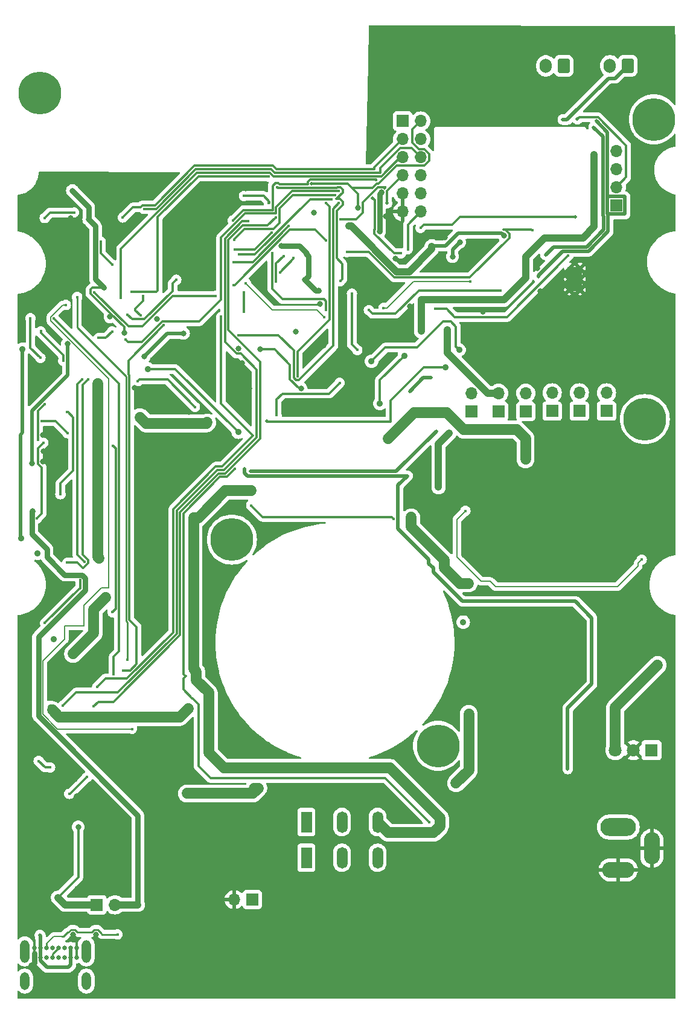
<source format=gbr>
%TF.GenerationSoftware,KiCad,Pcbnew,8.0.7*%
%TF.CreationDate,2025-07-24T12:10:58+02:00*%
%TF.ProjectId,Soundwalk,536f756e-6477-4616-9c6b-2e6b69636164,rev?*%
%TF.SameCoordinates,Original*%
%TF.FileFunction,Copper,L4,Bot*%
%TF.FilePolarity,Positive*%
%FSLAX46Y46*%
G04 Gerber Fmt 4.6, Leading zero omitted, Abs format (unit mm)*
G04 Created by KiCad (PCBNEW 8.0.7) date 2025-07-24 12:10:58*
%MOMM*%
%LPD*%
G01*
G04 APERTURE LIST*
G04 Aperture macros list*
%AMRoundRect*
0 Rectangle with rounded corners*
0 $1 Rounding radius*
0 $2 $3 $4 $5 $6 $7 $8 $9 X,Y pos of 4 corners*
0 Add a 4 corners polygon primitive as box body*
4,1,4,$2,$3,$4,$5,$6,$7,$8,$9,$2,$3,0*
0 Add four circle primitives for the rounded corners*
1,1,$1+$1,$2,$3*
1,1,$1+$1,$4,$5*
1,1,$1+$1,$6,$7*
1,1,$1+$1,$8,$9*
0 Add four rect primitives between the rounded corners*
20,1,$1+$1,$2,$3,$4,$5,0*
20,1,$1+$1,$4,$5,$6,$7,0*
20,1,$1+$1,$6,$7,$8,$9,0*
20,1,$1+$1,$8,$9,$2,$3,0*%
G04 Aperture macros list end*
%TA.AperFunction,ComponentPad*%
%ADD10R,1.700000X1.700000*%
%TD*%
%TA.AperFunction,ComponentPad*%
%ADD11O,1.700000X1.700000*%
%TD*%
%TA.AperFunction,ComponentPad*%
%ADD12RoundRect,0.250000X0.600000X0.750000X-0.600000X0.750000X-0.600000X-0.750000X0.600000X-0.750000X0*%
%TD*%
%TA.AperFunction,ComponentPad*%
%ADD13O,1.700000X2.000000*%
%TD*%
%TA.AperFunction,ComponentPad*%
%ADD14C,0.800000*%
%TD*%
%TA.AperFunction,ComponentPad*%
%ADD15C,6.000000*%
%TD*%
%TA.AperFunction,ComponentPad*%
%ADD16O,5.000000X2.500000*%
%TD*%
%TA.AperFunction,ComponentPad*%
%ADD17O,4.500000X2.250000*%
%TD*%
%TA.AperFunction,ComponentPad*%
%ADD18O,2.250000X4.500000*%
%TD*%
%TA.AperFunction,ComponentPad*%
%ADD19C,0.648000*%
%TD*%
%TA.AperFunction,ComponentPad*%
%ADD20O,1.300000X3.200000*%
%TD*%
%TA.AperFunction,ComponentPad*%
%ADD21O,1.300000X2.500000*%
%TD*%
%TA.AperFunction,ComponentPad*%
%ADD22C,1.800000*%
%TD*%
%TA.AperFunction,ComponentPad*%
%ADD23R,1.800000X1.800000*%
%TD*%
%TA.AperFunction,HeatsinkPad*%
%ADD24C,0.600000*%
%TD*%
%TA.AperFunction,HeatsinkPad*%
%ADD25C,0.500000*%
%TD*%
%TA.AperFunction,HeatsinkPad*%
%ADD26R,2.000000X3.500000*%
%TD*%
%TA.AperFunction,ComponentPad*%
%ADD27R,1.500000X3.000000*%
%TD*%
%TA.AperFunction,ComponentPad*%
%ADD28O,1.500000X3.000000*%
%TD*%
%TA.AperFunction,ViaPad*%
%ADD29C,0.450000*%
%TD*%
%TA.AperFunction,ViaPad*%
%ADD30C,0.800000*%
%TD*%
%TA.AperFunction,ViaPad*%
%ADD31C,0.900000*%
%TD*%
%TA.AperFunction,ViaPad*%
%ADD32C,0.500000*%
%TD*%
%TA.AperFunction,ViaPad*%
%ADD33C,0.700000*%
%TD*%
%TA.AperFunction,Conductor*%
%ADD34C,1.000000*%
%TD*%
%TA.AperFunction,Conductor*%
%ADD35C,0.349250*%
%TD*%
%TA.AperFunction,Conductor*%
%ADD36C,1.500000*%
%TD*%
%TA.AperFunction,Conductor*%
%ADD37C,0.500000*%
%TD*%
%TA.AperFunction,Conductor*%
%ADD38C,0.200000*%
%TD*%
%TA.AperFunction,Conductor*%
%ADD39C,0.750000*%
%TD*%
%TA.AperFunction,Conductor*%
%ADD40C,0.267208*%
%TD*%
G04 APERTURE END LIST*
D10*
%TO.P,JP7,1,A*%
%TO.N,Net-(JP6-A)*%
X258089000Y-74803000D03*
D11*
%TO.P,JP7,2,B*%
%TO.N,+5V*%
X258089000Y-72263000D03*
%TD*%
D10*
%TO.P,JP5,1,A*%
%TO.N,Net-(JP3-A)*%
X254381000Y-74841000D03*
D11*
%TO.P,JP5,2,B*%
%TO.N,+5V*%
X254381000Y-72301000D03*
%TD*%
D10*
%TO.P,JP2,1,A*%
%TO.N,VBUS*%
X194225000Y-144000000D03*
D11*
%TO.P,JP2,2,B*%
%TO.N,+5V*%
X196765000Y-144000000D03*
%TD*%
D10*
%TO.P,JP8,1,A*%
%TO.N,Net-(JP6-A)*%
X265709000Y-74798000D03*
D11*
%TO.P,JP8,2,B*%
%TO.N,+5V*%
X265709000Y-72258000D03*
%TD*%
D12*
%TO.P,J4,1,Pin_1*%
%TO.N,Net-(J4-Pin_1)*%
X259695000Y-26433000D03*
D13*
%TO.P,J4,2,Pin_2*%
%TO.N,Net-(J4-Pin_2)*%
X257195000Y-26433000D03*
%TD*%
D14*
%TO.P,H5,1,1*%
%TO.N,Net-(JP1-A)*%
X184000000Y-30250000D03*
X184659010Y-28659010D03*
X184659010Y-31840990D03*
X186250000Y-28000000D03*
D15*
X186250000Y-30250000D03*
D14*
X186250000Y-32500000D03*
X187840990Y-28659010D03*
X187840990Y-31840990D03*
X188500000Y-30250000D03*
%TD*%
%TO.P,H4,1,1*%
%TO.N,Net-(JP1-A)*%
X210917657Y-92821057D03*
X211576667Y-91230067D03*
X211576667Y-94412047D03*
X213167657Y-90571057D03*
D15*
X213167657Y-92821057D03*
D14*
X213167657Y-95071057D03*
X214758647Y-91230067D03*
X214758647Y-94412047D03*
X215417657Y-92821057D03*
%TD*%
D16*
%TO.P,J3,1*%
%TO.N,+12V*%
X267368000Y-133106000D03*
D17*
%TO.P,J3,2*%
%TO.N,GND*%
X267368000Y-139106000D03*
D18*
%TO.P,J3,3*%
X272068000Y-136106000D03*
%TD*%
D19*
%TO.P,U1,A1,GND*%
%TO.N,GND*%
X185459000Y-150034000D03*
%TO.P,U1,A4,V-BUS*%
%TO.N,V-BUS*%
X186309000Y-150034000D03*
%TO.P,U1,A5,CC1*%
%TO.N,/ESP32-WROOM-32/USB_CONN_CC1*%
X187159000Y-150034000D03*
%TO.P,U1,A6,DP1*%
%TO.N,/ESP32-WROOM-32/USB_CONN_D+*%
X188009000Y-150034000D03*
%TO.P,U1,A7,DN1*%
%TO.N,/ESP32-WROOM-32/USB_CONN_D-*%
X188859000Y-150034000D03*
%TO.P,U1,A8,SBU1*%
%TO.N,unconnected-(U1-SBU1-PadA8)*%
X189709000Y-150034000D03*
%TO.P,U1,A9,V-BUS*%
%TO.N,V-BUS*%
X190559000Y-150034000D03*
%TO.P,U1,A12,GND*%
%TO.N,GND*%
X191409000Y-150034000D03*
%TO.P,U1,B1,GND*%
X191409000Y-151384000D03*
%TO.P,U1,B4,V-BUS*%
%TO.N,V-BUS*%
X190559000Y-151384000D03*
%TO.P,U1,B5,CC2*%
%TO.N,/ESP32-WROOM-32/USB_CONN_CC2*%
X189709000Y-151384000D03*
%TO.P,U1,B6,DP2*%
%TO.N,/ESP32-WROOM-32/USB_CONN_D+*%
X188859000Y-151384000D03*
%TO.P,U1,B7,DN2*%
%TO.N,/ESP32-WROOM-32/USB_CONN_D-*%
X188009000Y-151384000D03*
%TO.P,U1,B8,SBU2*%
%TO.N,unconnected-(U1-SBU2-PadB8)*%
X187159000Y-151384000D03*
%TO.P,U1,B9,V-BUS*%
%TO.N,V-BUS*%
X186309000Y-151384000D03*
%TO.P,U1,B12,GND*%
%TO.N,GND*%
X185459000Y-151384000D03*
D20*
%TO.P,U1,S1*%
%TO.N,N/C*%
X184114000Y-150534000D03*
D21*
X184114000Y-154684000D03*
D20*
X192754000Y-150534000D03*
D21*
X192754000Y-154684000D03*
%TD*%
D22*
%TO.P,U10,1,IN*%
%TO.N,+12V*%
X266939000Y-122329000D03*
%TO.P,U10,2,GND*%
%TO.N,GND*%
X269479000Y-122329000D03*
D23*
%TO.P,U10,3,OUT*%
%TO.N,Net-(JP3-A)*%
X272019000Y-122329000D03*
%TD*%
D24*
%TO.P,U2,39,GND_THERMAL*%
%TO.N,GND*%
X205024800Y-49688400D03*
X205024800Y-51088400D03*
X205724800Y-48988400D03*
X205724800Y-50388400D03*
X205724800Y-51788400D03*
X206424800Y-49688400D03*
X206424800Y-51088400D03*
X207124800Y-48988400D03*
X207124800Y-50388400D03*
X207124800Y-51788400D03*
X207824800Y-49688400D03*
X207824800Y-51088400D03*
%TD*%
D14*
%TO.P,H7,1,1*%
%TO.N,Net-(JP1-A)*%
X270090810Y-33931410D03*
X270749820Y-32340420D03*
X270749820Y-35522400D03*
X272340810Y-31681410D03*
D15*
X272340810Y-33931410D03*
D14*
X272340810Y-36181410D03*
X273931800Y-32340420D03*
X273931800Y-35522400D03*
X274590810Y-33931410D03*
%TD*%
D10*
%TO.P,JP1,1,A*%
%TO.N,Net-(JP1-A)*%
X216032000Y-143256000D03*
D11*
%TO.P,JP1,2,B*%
%TO.N,GND*%
X213492000Y-143256000D03*
%TD*%
D14*
%TO.P,H9,1,1*%
%TO.N,Net-(JP1-A)*%
X268840810Y-75931410D03*
X269499820Y-74340420D03*
X269499820Y-77522400D03*
X271090810Y-73681410D03*
D15*
X271090810Y-75931410D03*
D14*
X271090810Y-78181410D03*
X272681800Y-74340420D03*
X272681800Y-77522400D03*
X273340810Y-75931410D03*
%TD*%
D10*
%TO.P,JP6,1,A*%
%TO.N,Net-(JP6-A)*%
X261899000Y-74803000D03*
D11*
%TO.P,JP6,2,B*%
%TO.N,+5V*%
X261899000Y-72263000D03*
%TD*%
D10*
%TO.P,J1,1,Pin_1*%
%TO.N,/ESP32-WROOM-32/ESP32-SENSOR-VN*%
X237109000Y-34163000D03*
D11*
%TO.P,J1,2,Pin_2*%
%TO.N,+3.3V*%
X239649000Y-34163000D03*
%TO.P,J1,3,Pin_3*%
%TO.N,/ESP32-WROOM-32/ESP32-AUX-6*%
X237109000Y-36703000D03*
%TO.P,J1,4,Pin_4*%
%TO.N,+5V*%
X239649000Y-36703000D03*
%TO.P,J1,5,Pin_5*%
%TO.N,/ESP32-WROOM-32/ESP32-AUX-4*%
X237109000Y-39243000D03*
%TO.P,J1,6,Pin_6*%
%TO.N,/ESP32-WROOM-32/ESP32-SENSOR-VP*%
X239649000Y-39243000D03*
%TO.P,J1,7,Pin_7*%
%TO.N,/ESP32-WROOM-32/ESP32-AUX-5*%
X237109000Y-41783000D03*
%TO.P,J1,8,Pin_8*%
%TO.N,/ESP32-WROOM-32/ESP32-AUX-1*%
X239649000Y-41783000D03*
%TO.P,J1,9,Pin_9*%
%TO.N,GND*%
X237109000Y-44323000D03*
%TO.P,J1,10,Pin_10*%
%TO.N,+12V*%
X239649000Y-44323000D03*
%TO.P,J1,11,Pin_11*%
%TO.N,GND*%
X237109000Y-46863000D03*
%TO.P,J1,12,Pin_12*%
%TO.N,/ESP32-WROOM-32/ESP32-AUX-2*%
X239649000Y-46863000D03*
%TD*%
D10*
%TO.P,JP3,1,A*%
%TO.N,Net-(JP3-A)*%
X250571000Y-74841000D03*
D11*
%TO.P,JP3,2,B*%
%TO.N,+5V*%
X250571000Y-72301000D03*
%TD*%
D25*
%TO.P,U12,17,GND*%
%TO.N,GND*%
X260516000Y-54806000D03*
X260516000Y-56306000D03*
X260516000Y-57806000D03*
D26*
X261266000Y-56306000D03*
D25*
X262016000Y-54806000D03*
X262016000Y-56306000D03*
X262016000Y-57806000D03*
%TD*%
D27*
%TO.P,J2,1,Pin_1*%
%TO.N,/3-PH/IR2136_VS1*%
X223618000Y-132406000D03*
X223618000Y-137406000D03*
D28*
%TO.P,J2,2,Pin_2*%
%TO.N,/3-PH/IR2136_VS2*%
X228618000Y-132406000D03*
X228618000Y-137406000D03*
%TO.P,J2,3,Pin_3*%
%TO.N,/3-PH/IR2136_VS3*%
X233618000Y-132406000D03*
X233618000Y-137406000D03*
%TD*%
D10*
%TO.P,J5,1,Pin_1*%
%TO.N,+5V*%
X267081000Y-45974000D03*
D11*
%TO.P,J5,2,Pin_2*%
%TO.N,/ESP32-WROOM-32/ESP32-LED-CLK*%
X267081000Y-43434000D03*
%TO.P,J5,3,Pin_3*%
%TO.N,/ESP32-WROOM-32/ESP32-GPIO13*%
X267081000Y-40894000D03*
%TO.P,J5,4,Pin_4*%
%TO.N,GND*%
X267081000Y-38354000D03*
%TD*%
D12*
%TO.P,J6,1,Pin_1*%
%TO.N,+12V*%
X268692000Y-26416000D03*
D13*
%TO.P,J6,2,Pin_2*%
%TO.N,Net-(J6-Pin_2)*%
X266192000Y-26416000D03*
%TD*%
D10*
%TO.P,JP4,1,A*%
%TO.N,Net-(JP3-A)*%
X246761000Y-74841000D03*
D11*
%TO.P,JP4,2,B*%
%TO.N,+5V*%
X246761000Y-72301000D03*
%TD*%
D14*
%TO.P,H1,1,1*%
%TO.N,Net-(JP1-A)*%
X239820343Y-121723743D03*
X240479353Y-120132753D03*
X240479353Y-123314733D03*
X242070343Y-119473743D03*
D15*
X242070343Y-121723743D03*
D14*
X242070343Y-123973743D03*
X243661333Y-120132753D03*
X243661333Y-123314733D03*
X244320343Y-121723743D03*
%TD*%
D29*
%TO.N,GND*%
X274015000Y-154643137D03*
X274015000Y-152103137D03*
X274015000Y-149563137D03*
X274015000Y-147023137D03*
X274015000Y-144483137D03*
X274015000Y-141943137D03*
X274015000Y-139403137D03*
X274015000Y-136863137D03*
X274015000Y-134323137D03*
X274015000Y-121623137D03*
X274015000Y-119083137D03*
X274015000Y-116543137D03*
X274015000Y-114003137D03*
X274015000Y-63203137D03*
X274015000Y-60663137D03*
X274015000Y-47963137D03*
X274015000Y-45423137D03*
X274015000Y-37803137D03*
X274015000Y-30183137D03*
X274015000Y-27643137D03*
X274015000Y-25103137D03*
X274015000Y-22563137D03*
X271475000Y-154643137D03*
X271475000Y-152103137D03*
X271475000Y-149563137D03*
X271475000Y-147023137D03*
X271475000Y-144483137D03*
X271475000Y-141943137D03*
X271475000Y-139403137D03*
X271475000Y-63203137D03*
X271475000Y-30183137D03*
X271475000Y-27643137D03*
X271475000Y-25103137D03*
X271475000Y-22563137D03*
X268935000Y-154643137D03*
X268935000Y-152103137D03*
X268935000Y-149563137D03*
X268935000Y-147023137D03*
X268935000Y-144483137D03*
X268935000Y-141943137D03*
X268935000Y-136863137D03*
X268935000Y-119083137D03*
X268935000Y-108923137D03*
X268935000Y-106383137D03*
X268935000Y-22563137D03*
X266395000Y-154643137D03*
X266395000Y-152103137D03*
X266395000Y-149563137D03*
X266395000Y-147023137D03*
X266395000Y-144483137D03*
X266395000Y-141943137D03*
X266395000Y-136863137D03*
X266395000Y-111463137D03*
X266395000Y-108923137D03*
X266395000Y-106383137D03*
X266395000Y-63203137D03*
X266395000Y-60663137D03*
X266395000Y-30183137D03*
X266395000Y-22563137D03*
X263855000Y-154643137D03*
X263855000Y-152103137D03*
X263855000Y-149563137D03*
X263855000Y-147023137D03*
X263855000Y-144483137D03*
X263855000Y-141943137D03*
X263855000Y-139403137D03*
X263855000Y-136863137D03*
X263855000Y-134323137D03*
X263855000Y-129243137D03*
X263855000Y-126703137D03*
X263855000Y-124163137D03*
X263855000Y-121623137D03*
X263855000Y-119083137D03*
X263855000Y-116543137D03*
X263855000Y-27643137D03*
X261315000Y-154643137D03*
X261315000Y-152103137D03*
X261315000Y-149563137D03*
X261315000Y-147023137D03*
X261315000Y-144483137D03*
X261315000Y-141943137D03*
X261315000Y-139403137D03*
X261315000Y-136863137D03*
X261315000Y-134323137D03*
X261315000Y-129243137D03*
X261315000Y-111463137D03*
X261315000Y-106383137D03*
X261315000Y-27643137D03*
X258775000Y-154643137D03*
X258775000Y-152103137D03*
X258775000Y-149563137D03*
X258775000Y-147023137D03*
X258775000Y-144483137D03*
X258775000Y-141943137D03*
X258775000Y-139403137D03*
X258775000Y-136863137D03*
X258775000Y-134323137D03*
X258775000Y-124163137D03*
X258775000Y-111463137D03*
X256235000Y-154643137D03*
X256235000Y-152103137D03*
X256235000Y-149563137D03*
X256235000Y-147023137D03*
X256235000Y-144483137D03*
X256235000Y-141943137D03*
X256235000Y-139403137D03*
X256235000Y-136863137D03*
X256235000Y-134323137D03*
X256235000Y-131783137D03*
X256235000Y-68283137D03*
X256235000Y-65743137D03*
X256235000Y-30183137D03*
X253695000Y-154643137D03*
X253695000Y-152103137D03*
X253695000Y-149563137D03*
X253695000Y-147023137D03*
X253695000Y-144483137D03*
X253695000Y-141943137D03*
X253695000Y-96223137D03*
X253695000Y-68283137D03*
X253695000Y-30183137D03*
X253695000Y-27643137D03*
X251155000Y-154643137D03*
X251155000Y-152103137D03*
X251155000Y-149563137D03*
X251155000Y-147023137D03*
X251155000Y-144483137D03*
X251155000Y-68283137D03*
X248615000Y-154643137D03*
X248615000Y-152103137D03*
X248615000Y-149563137D03*
X248615000Y-147023137D03*
X248615000Y-139403137D03*
X248615000Y-136863137D03*
X248615000Y-80983137D03*
X248615000Y-68283137D03*
X246075000Y-154643137D03*
X246075000Y-152103137D03*
X246075000Y-149563137D03*
X246075000Y-141943137D03*
X246075000Y-139403137D03*
X246075000Y-136863137D03*
X246075000Y-134323137D03*
X246075000Y-80983137D03*
X243535000Y-154643137D03*
X243535000Y-152103137D03*
X243535000Y-149563137D03*
X243535000Y-144483137D03*
X243535000Y-139403137D03*
X243535000Y-136863137D03*
X243535000Y-114003137D03*
X243535000Y-91143137D03*
X243535000Y-88603137D03*
X243535000Y-83523137D03*
X243535000Y-80983137D03*
X240995000Y-154643137D03*
X240995000Y-152103137D03*
X240995000Y-149563137D03*
X240995000Y-136863137D03*
X238455000Y-154643137D03*
X238455000Y-152103137D03*
X238455000Y-149563137D03*
X238455000Y-141943137D03*
X238455000Y-136863137D03*
X238455000Y-124163137D03*
X238455000Y-27643137D03*
X238455000Y-22563137D03*
X235915000Y-154643137D03*
X235915000Y-152103137D03*
X235915000Y-149563137D03*
X235915000Y-147023137D03*
X235915000Y-141943137D03*
X235915000Y-139403137D03*
X235915000Y-136863137D03*
X235915000Y-27643137D03*
X235915000Y-22563137D03*
X233375000Y-154643137D03*
X233375000Y-152103137D03*
X233375000Y-149563137D03*
X233375000Y-147023137D03*
X233375000Y-141943137D03*
X233375000Y-22563137D03*
X230835000Y-154643137D03*
X230835000Y-152103137D03*
X230835000Y-149563137D03*
X230835000Y-147023137D03*
X230835000Y-141943137D03*
X230835000Y-139403137D03*
X230835000Y-136863137D03*
X228295000Y-154643137D03*
X228295000Y-152103137D03*
X228295000Y-149563137D03*
X228295000Y-147023137D03*
X228295000Y-141943137D03*
X228295000Y-129243137D03*
X228295000Y-73363137D03*
X228295000Y-65743137D03*
X225755000Y-154643137D03*
X225755000Y-152103137D03*
X225755000Y-149563137D03*
X225755000Y-147023137D03*
X225755000Y-136863137D03*
X225755000Y-134323137D03*
X225755000Y-131783137D03*
X225755000Y-129243137D03*
X223215000Y-154643137D03*
X223215000Y-152103137D03*
X223215000Y-149563137D03*
X223215000Y-147023137D03*
X220675000Y-154643137D03*
X220675000Y-152103137D03*
X220675000Y-149563137D03*
X220675000Y-147023137D03*
X220675000Y-144483137D03*
X220675000Y-134323137D03*
X220675000Y-91143137D03*
X218135000Y-154643137D03*
X218135000Y-152103137D03*
X218135000Y-149563137D03*
X218135000Y-147023137D03*
X218135000Y-144483137D03*
X218135000Y-141943137D03*
X218135000Y-131783137D03*
X218135000Y-121623137D03*
X218135000Y-91143137D03*
X215595000Y-154643137D03*
X215595000Y-152103137D03*
X215595000Y-149563137D03*
X215595000Y-147023137D03*
X215595000Y-139403137D03*
X215595000Y-121623137D03*
X213055000Y-154643137D03*
X213055000Y-152103137D03*
X213055000Y-149563137D03*
X213055000Y-147023137D03*
X213055000Y-139403137D03*
X213055000Y-136863137D03*
X213055000Y-121623137D03*
X213055000Y-119083137D03*
X213055000Y-116543137D03*
X210515000Y-154643137D03*
X210515000Y-152103137D03*
X210515000Y-149563137D03*
X210515000Y-147023137D03*
X210515000Y-144483137D03*
X210515000Y-141943137D03*
X210515000Y-98763137D03*
X210515000Y-96223137D03*
X210515000Y-78443137D03*
X210515000Y-68283137D03*
X210515000Y-50503137D03*
X210515000Y-42883137D03*
X207975000Y-154643137D03*
X207975000Y-152103137D03*
X207975000Y-149563137D03*
X207975000Y-147023137D03*
X207975000Y-144483137D03*
X207975000Y-141943137D03*
X207975000Y-134323137D03*
X207975000Y-131783137D03*
X205435000Y-154643137D03*
X205435000Y-152103137D03*
X205435000Y-149563137D03*
X205435000Y-147023137D03*
X205435000Y-144483137D03*
X205435000Y-141943137D03*
X205435000Y-139403137D03*
X205435000Y-136863137D03*
X205435000Y-134323137D03*
X205435000Y-131783137D03*
X202895000Y-154643137D03*
X202895000Y-152103137D03*
X202895000Y-149563137D03*
X202895000Y-147023137D03*
X202895000Y-144483137D03*
X202895000Y-141943137D03*
X202895000Y-139403137D03*
X202895000Y-136863137D03*
X202895000Y-134323137D03*
X202895000Y-131783137D03*
X202895000Y-129243137D03*
X202895000Y-101303137D03*
X202895000Y-88603137D03*
X202895000Y-42883137D03*
X200355000Y-154643137D03*
X200355000Y-152103137D03*
X200355000Y-149563137D03*
X200355000Y-147023137D03*
X200355000Y-88603137D03*
X197815000Y-154643137D03*
X197815000Y-141943137D03*
X197815000Y-139403137D03*
X197815000Y-136863137D03*
X197815000Y-134323137D03*
X195275000Y-154643137D03*
X195275000Y-141943137D03*
X195275000Y-139403137D03*
X192735000Y-139403137D03*
X192735000Y-136863137D03*
X190195000Y-154643137D03*
X190195000Y-136863137D03*
X190195000Y-50503137D03*
X187655000Y-154643137D03*
X187655000Y-136863137D03*
X185115000Y-47963137D03*
X185115000Y-45423137D03*
D30*
%TO.N,VBUS*%
X188768000Y-143006000D03*
X191618000Y-133106000D03*
D29*
%TO.N,/ESP32-WROOM-32/ESP32-ENABLE*%
X186918000Y-47750000D03*
X191034000Y-46966000D03*
X219468000Y-43406000D03*
X228368000Y-56606000D03*
%TO.N,/ESP32-WROOM-32/ESP32-GPIO0*%
X230750000Y-66250000D03*
X230000000Y-58345776D03*
X193868000Y-58156000D03*
X210868000Y-58656000D03*
%TO.N,/3-PH/IR2136-RCIN*%
X185818000Y-89856000D03*
X186718000Y-79256000D03*
D31*
%TO.N,+12V*%
X238311575Y-89699276D03*
X207068000Y-116472546D03*
D32*
X259588000Y-33933000D03*
D31*
X185928000Y-94742000D03*
X187742982Y-116334503D03*
X183808676Y-66140887D03*
X235118000Y-78656000D03*
X188169000Y-106807000D03*
X246380000Y-98951375D03*
D32*
X263976000Y-38862000D03*
D31*
X254356000Y-81567000D03*
X183618000Y-92656000D03*
X272868000Y-110406000D03*
X239726181Y-63631375D03*
D29*
%TO.N,/3-PH/IR2136-VB1*%
X192468000Y-95906000D03*
X192118000Y-70406000D03*
X191868000Y-98506000D03*
X186944000Y-104521000D03*
%TO.N,/3-PH/IR2136-VB2*%
X207972625Y-74226911D03*
X219448000Y-75406000D03*
X228268000Y-70856000D03*
X199968000Y-70606000D03*
%TO.N,/3-PH/IR2136-VB3*%
X240868000Y-132406000D03*
X213618000Y-82906000D03*
%TO.N,Net-(JP6-A)*%
X245914500Y-88806000D03*
X270637000Y-95631000D03*
D30*
%TO.N,+5V*%
X222118000Y-63656000D03*
X185250000Y-88856000D03*
X243368000Y-63406000D03*
X244118000Y-53156000D03*
X185155162Y-82155128D03*
X190118000Y-65406000D03*
X245118000Y-51137000D03*
X233868000Y-49656000D03*
X234118000Y-44156000D03*
D29*
%TO.N,/ESP32-WROOM-32/ESP32-AUX-5*%
X194268000Y-113456000D03*
D32*
X234950000Y-45681000D03*
D29*
X214118000Y-64156000D03*
X228168000Y-45656000D03*
X211668000Y-61606000D03*
%TO.N,/ESP32-WROOM-32/ESP32-AUX-2*%
X237845600Y-52125000D03*
X220428603Y-53093403D03*
X219354400Y-56638400D03*
%TO.N,/ESP32-WROOM-32/ESP32-AUX-4*%
X197618000Y-58906000D03*
%TO.N,/ESP32-WROOM-32/ESP32-SENSOR-VP*%
X200868000Y-46478400D03*
%TO.N,/ESP32-WROOM-32/ESP32-SENSOR-VN*%
X218359500Y-45656000D03*
X234663375Y-43451375D03*
X228376875Y-47906000D03*
X214868000Y-44656000D03*
%TO.N,/ESP32-WROOM-32/ESP32-AUX-1*%
X221793097Y-53314303D03*
X219897625Y-55363998D03*
%TO.N,/ESP32-WROOM-32/ESP32-AUX-6*%
X197868000Y-47675800D03*
D32*
%TO.N,Net-(J4-Pin_1)*%
X264287000Y-34163000D03*
X256132984Y-55981000D03*
%TO.N,Net-(J4-Pin_2)*%
X257141000Y-52893000D03*
X263906000Y-35052000D03*
D29*
%TO.N,/ESP32-WROOM-32/ESP32-LED-CLK*%
X218298928Y-41944702D03*
D32*
X261620000Y-33909000D03*
D29*
X199118000Y-58126375D03*
%TO.N,/ESP32-WROOM-32/ESP32-GPIO13*%
X239618000Y-49156000D03*
X197918000Y-111156000D03*
X213368000Y-57156000D03*
X203618000Y-62756000D03*
D32*
X261342616Y-47601616D03*
D29*
X226338375Y-50906000D03*
%TO.N,Net-(Q1-B)*%
X189865000Y-59944000D03*
X199161400Y-119354600D03*
%TO.N,/ESP32-WROOM-32/FT231XS-RTS*%
X196596000Y-111658400D03*
X188218000Y-61806000D03*
%TO.N,/ESP32-WROOM-32/FT231XS-DTR*%
X198526400Y-109677200D03*
X191465200Y-58826400D03*
%TO.N,/3-PH/HIN2*%
X186375000Y-63625000D03*
X189500000Y-67750000D03*
D32*
%TO.N,+3.3V*%
X224368000Y-42947125D03*
D30*
X241118000Y-51656000D03*
X206368000Y-63906000D03*
X223397261Y-56406000D03*
X222868000Y-71656000D03*
X230816375Y-46360625D03*
X217168000Y-66156000D03*
X223646367Y-52882879D03*
X193090800Y-47955200D03*
X224637600Y-46964600D03*
X229618000Y-48906000D03*
X200868000Y-67156000D03*
X196075590Y-61606000D03*
X190804800Y-43915389D03*
X220118000Y-51656000D03*
X198069200Y-63881000D03*
X195224400Y-57506000D03*
X251368000Y-50235625D03*
X225368000Y-57906000D03*
D29*
%TO.N,/3-PH/IR2136_HIN1*%
X194767200Y-51079400D03*
X196367400Y-54254400D03*
%TO.N,/3-PH/HIN1*%
X186318000Y-67356000D03*
X184918000Y-61806000D03*
%TO.N,/3-PH/IR2136_HIN3*%
X200709030Y-58704416D03*
X200368000Y-61406000D03*
%TO.N,/3-PH/IR2136-EN*%
X214868000Y-60906000D03*
X214868000Y-58156000D03*
%TO.N,/3-PH/LIN1*%
X205368000Y-56406000D03*
X194481513Y-64554252D03*
X198493000Y-61281000D03*
X213368000Y-53906000D03*
X196368000Y-63656000D03*
X221118000Y-48906000D03*
%TO.N,/3-PH/LIN2*%
X227618000Y-44560999D03*
X213481383Y-50769383D03*
%TO.N,/3-PH/IR2136-LIN3*%
X226368000Y-45676000D03*
X222368000Y-69906000D03*
%TO.N,/3-PH/LIN3*%
X185968000Y-78806000D03*
X186918000Y-73856000D03*
X228168000Y-43981000D03*
X198247285Y-64777711D03*
%TO.N,/3-PH/IR2136-LO1-R*%
X196509981Y-79652122D03*
X196418000Y-103006000D03*
%TO.N,/3-PH/IR2136-HO2-R*%
X260268000Y-124956000D03*
X214968000Y-82906000D03*
%TO.N,/3-PH/IR2136-LO2-R*%
X235839000Y-89906000D03*
X215879011Y-88036019D03*
%TO.N,/3-PH/IR2136-HO3-R*%
X241123660Y-70150340D03*
X238118000Y-72056000D03*
%TO.N,/ESP32-WROOM-32/USB_CONN_CC1*%
X197118000Y-148156000D03*
%TO.N,/ESP32-WROOM-32/ESP32-TXD0*%
X219318000Y-47656000D03*
X193760500Y-116206000D03*
%TO.N,/ESP32-WROOM-32/ESP32-GPIO5*%
X241655600Y-60433989D03*
X260350000Y-53018000D03*
%TO.N,/ESP32-WROOM-32/ESP32-RXD0*%
X189468000Y-116106000D03*
X215468000Y-48206000D03*
%TO.N,/3-PH/3PH-ZC1*%
X246618000Y-56656000D03*
X226118000Y-61656000D03*
X234428453Y-60342429D03*
X215118000Y-56906000D03*
%TO.N,/3-PH/3PH-ZC2*%
X250868000Y-57906000D03*
X232368000Y-60656000D03*
X218738566Y-49794499D03*
X218794764Y-52656001D03*
X213618000Y-52156000D03*
X226338375Y-60656000D03*
%TO.N,/3-PH/IR2136-FAULT*%
X190068000Y-74956000D03*
X189118000Y-86456000D03*
D32*
%TO.N,/3-PH/3PH-ZC3*%
X232918000Y-44958000D03*
D29*
X214183750Y-52876375D03*
X227108375Y-45146375D03*
X236868000Y-52685625D03*
%TO.N,/3-PH/IR2136-ITRIP*%
X190118000Y-77906000D03*
X186497625Y-76211000D03*
%TO.N,/3-PH/IR2136-HO1*%
X190068200Y-96062800D03*
X193015598Y-70367241D03*
%TO.N,/3-PH/IR2136-HO3*%
X215818000Y-83256000D03*
X241842500Y-77631500D03*
%TO.N,/ESP32-WROOM-32/ESP32-12VLED*%
X213304617Y-48092617D03*
X233413162Y-42421946D03*
D33*
%TO.N,Net-(JP3-A)*%
X243649500Y-77914500D03*
X242149425Y-85471000D03*
D29*
%TO.N,/ESP32-WROOM-32/ESP32-AIN2*%
X229285800Y-52535750D03*
X255320800Y-49498000D03*
%TO.N,GND*%
X250381258Y-89822615D03*
D30*
X259118000Y-107306000D03*
D29*
X251581000Y-90584000D03*
D30*
X187110500Y-132518500D03*
X269722600Y-44170600D03*
D32*
X193294000Y-108966000D03*
D30*
X185618000Y-69856000D03*
D32*
X260868000Y-96906000D03*
D30*
X207168000Y-74906000D03*
D32*
X246118000Y-90906000D03*
X248368000Y-90906000D03*
D30*
X270766000Y-50768000D03*
X192250000Y-53500000D03*
D32*
X246868000Y-91656000D03*
D30*
X226000000Y-65606000D03*
D29*
X250368034Y-91396305D03*
D30*
X233070400Y-57937400D03*
D32*
X247618000Y-90906000D03*
D30*
X256016000Y-54768000D03*
D32*
X263868000Y-96906000D03*
D29*
X251597892Y-89782942D03*
D32*
X261868000Y-96906000D03*
D30*
X225500000Y-59811187D03*
X230609147Y-56647147D03*
X256118000Y-53406000D03*
X232664000Y-59258200D03*
D29*
X252721957Y-91383081D03*
D32*
X246118000Y-92406000D03*
D30*
X191368000Y-128756000D03*
X244868000Y-54156000D03*
D32*
X246868000Y-90906000D03*
D30*
X265798000Y-55768000D03*
X214618000Y-68056000D03*
D32*
X260868000Y-95406000D03*
D30*
X200558400Y-42697400D03*
X269766000Y-61018000D03*
D29*
X250394482Y-90616072D03*
D30*
X270418000Y-59306000D03*
X188315600Y-42113200D03*
X194118000Y-132306000D03*
X186668000Y-81906000D03*
X256413000Y-58039000D03*
D32*
X237617000Y-30861000D03*
D30*
X187518000Y-91956000D03*
X246000000Y-84750000D03*
X214118000Y-66051375D03*
X191160400Y-126415800D03*
D32*
X264868000Y-96906000D03*
X246868000Y-92406000D03*
X248368000Y-92406000D03*
D29*
X251478874Y-91356632D03*
D30*
X192768000Y-110706000D03*
D32*
X246118000Y-91656000D03*
D30*
X273118000Y-130406000D03*
X236250000Y-49000000D03*
D32*
X261868000Y-95406000D03*
D30*
X189105374Y-145868499D03*
X186718000Y-80456000D03*
D32*
X264868000Y-95406000D03*
X262868000Y-95406000D03*
D29*
X252735181Y-89782942D03*
D30*
X245750000Y-95000000D03*
D32*
X247618000Y-91656000D03*
D30*
X268068000Y-129706000D03*
X248368000Y-60906000D03*
D32*
X247618000Y-92406000D03*
D30*
X198618000Y-151156000D03*
X236118000Y-53406000D03*
D32*
X262868000Y-96906000D03*
D30*
X199518000Y-71556000D03*
D32*
X207010000Y-139446000D03*
D30*
X202618000Y-61906000D03*
X234768000Y-47500000D03*
X245750000Y-86500000D03*
X185168000Y-145906000D03*
X215618000Y-71656000D03*
X221718000Y-74506000D03*
D32*
X248368000Y-91656000D03*
D30*
X186055000Y-103124000D03*
X230868000Y-54906000D03*
X185718000Y-143656000D03*
X253238000Y-66065400D03*
X238147055Y-60116365D03*
X239064800Y-138887200D03*
X215118000Y-43656000D03*
X185250000Y-141750000D03*
X194818000Y-44956000D03*
X190550800Y-47752000D03*
D32*
X263868000Y-95406000D03*
D30*
X185039000Y-152527000D03*
X194118000Y-148156000D03*
X186672625Y-78185625D03*
X252000000Y-81250000D03*
X243000000Y-50500000D03*
X247726200Y-64820800D03*
X247750000Y-93750000D03*
X194818000Y-136256000D03*
D32*
X253619000Y-64206000D03*
D30*
X191500000Y-141750000D03*
D29*
X252750000Y-90500000D03*
D30*
X190868000Y-148156000D03*
X206268000Y-66006000D03*
D31*
%TO.N,/3-PH/IR2136_VS1*%
X190881000Y-108839000D03*
X216868000Y-127656000D03*
X201368000Y-68906000D03*
X243118000Y-68656000D03*
X194368000Y-70956000D03*
X206868000Y-128406000D03*
X195439875Y-100962752D03*
D32*
X218042624Y-76218260D03*
D31*
X214059206Y-77769801D03*
X194510500Y-95413500D03*
%TO.N,/3-PH/IR2136_VS2*%
X200278572Y-75671825D03*
X246392876Y-117233876D03*
X232751757Y-67833995D03*
X244602000Y-126948500D03*
X209718000Y-76406000D03*
X245032859Y-66215400D03*
X245618000Y-104394000D03*
%TO.N,/3-PH/IR2136_VS3*%
X215900000Y-85979000D03*
X237368000Y-67031375D03*
X233918000Y-73756000D03*
X212225638Y-85987638D03*
D29*
%TO.N,Net-(U6-3V3OUT)*%
X190368000Y-128456000D03*
X192848000Y-126106000D03*
%TO.N,Net-(U6-CBUS2)*%
X186068000Y-123856000D03*
X187668000Y-124756000D03*
%TO.N,V-BUS*%
X186250000Y-148250000D03*
%TD*%
D34*
%TO.N,VBUS*%
X194225000Y-144000000D02*
X189762000Y-144000000D01*
D35*
X191618000Y-140156000D02*
X191618000Y-133106000D01*
D34*
X189762000Y-144000000D02*
X188768000Y-143006000D01*
D35*
X188768000Y-143006000D02*
X191618000Y-140156000D01*
%TO.N,/ESP32-WROOM-32/ESP32-ENABLE*%
X228351627Y-45090624D02*
X228697625Y-45436622D01*
X228387378Y-43451375D02*
X228697625Y-43761622D01*
X227847250Y-53386247D02*
X228647625Y-54186622D01*
X219468000Y-43406000D02*
X219563750Y-43501750D01*
X227948622Y-43451375D02*
X228387378Y-43451375D01*
X228697625Y-45875378D02*
X227847250Y-46725753D01*
X186918000Y-47750000D02*
X187702000Y-46966000D01*
X228697625Y-44230377D02*
X227837378Y-45090624D01*
X228647625Y-54186622D02*
X228647625Y-56326375D01*
X228697625Y-45436622D02*
X228697625Y-45875378D01*
X187702000Y-46966000D02*
X191034000Y-46966000D01*
X228647625Y-56326375D02*
X228368000Y-56606000D01*
X227847250Y-46725753D02*
X227847250Y-53386247D01*
X227898247Y-43501750D02*
X227948622Y-43451375D01*
X219563750Y-43501750D02*
X227898247Y-43501750D01*
X227837378Y-45090624D02*
X228351627Y-45090624D01*
X228697625Y-43761622D02*
X228697625Y-44230377D01*
%TO.N,/ESP32-WROOM-32/ESP32-GPIO0*%
X198651221Y-62939221D02*
X200588288Y-62939221D01*
X230000000Y-65500000D02*
X230000000Y-58345776D01*
X193868000Y-58156000D02*
X198651221Y-62939221D01*
X230750000Y-66250000D02*
X230000000Y-65500000D01*
X204871509Y-58656000D02*
X210868000Y-58656000D01*
X200588288Y-62939221D02*
X204871509Y-58656000D01*
%TO.N,/3-PH/IR2136-RCIN*%
X185963375Y-82197866D02*
X185963375Y-80010625D01*
X186518000Y-82752491D02*
X185963375Y-82197866D01*
X185818000Y-89856000D02*
X186518000Y-89156000D01*
X186518000Y-89156000D02*
X186518000Y-82752491D01*
X185963375Y-80010625D02*
X186718000Y-79256000D01*
D36*
%TO.N,+12V*%
X238718000Y-75056000D02*
X235118000Y-78656000D01*
D37*
X183500000Y-78143000D02*
X183808676Y-77834324D01*
D36*
X188957034Y-117681000D02*
X187993000Y-116716966D01*
D34*
X257006101Y-50538000D02*
X262405350Y-50538000D01*
D36*
X207068000Y-116472546D02*
X205859546Y-117681000D01*
D37*
X266942000Y-28166000D02*
X268692000Y-26416000D01*
X265948786Y-28166000D02*
X266942000Y-28166000D01*
D36*
X242927000Y-95644680D02*
X238311575Y-91029255D01*
X245681000Y-77406000D02*
X243331000Y-75056000D01*
D37*
X183808676Y-77834324D02*
X183808676Y-66140887D01*
X183500000Y-92538000D02*
X183500000Y-78143000D01*
D36*
X254356000Y-78644000D02*
X253118000Y-77406000D01*
X272868000Y-110406000D02*
X266939000Y-116335000D01*
D34*
X254368000Y-53176101D02*
X257006101Y-50538000D01*
D37*
X183618000Y-92656000D02*
X183500000Y-92538000D01*
D34*
X254368000Y-56138412D02*
X254368000Y-53176101D01*
X263976000Y-48967350D02*
X263976000Y-38862000D01*
X251297423Y-59208989D02*
X254368000Y-56138412D01*
D36*
X253118000Y-77406000D02*
X245681000Y-77406000D01*
X266939000Y-116335000D02*
X266939000Y-122329000D01*
D37*
X259588000Y-33933000D02*
X260181786Y-33933000D01*
D34*
X239726181Y-63631375D02*
X239726181Y-59208989D01*
D36*
X245117618Y-98951375D02*
X242927000Y-96760757D01*
X246380000Y-98951375D02*
X245117618Y-98951375D01*
X243331000Y-75056000D02*
X238718000Y-75056000D01*
X254356000Y-81567000D02*
X254356000Y-78644000D01*
D37*
X260181786Y-33933000D02*
X265948786Y-28166000D01*
D36*
X242927000Y-96760757D02*
X242927000Y-95644680D01*
D34*
X262405350Y-50538000D02*
X263976000Y-48967350D01*
X239726181Y-59208989D02*
X251297423Y-59208989D01*
D36*
X205859546Y-117681000D02*
X188957034Y-117681000D01*
X238311575Y-91029255D02*
X238311575Y-89699276D01*
D35*
%TO.N,/3-PH/IR2136-VB1*%
X191468000Y-71056000D02*
X191468000Y-94906000D01*
X191868000Y-99656000D02*
X191868000Y-98806000D01*
X186944000Y-104521000D02*
X191868000Y-99597000D01*
X191868000Y-98806000D02*
X191868000Y-98506000D01*
X192118000Y-70406000D02*
X191468000Y-71056000D01*
X191468000Y-94906000D02*
X192468000Y-95906000D01*
X191868000Y-99597000D02*
X191868000Y-98806000D01*
%TO.N,/3-PH/IR2136-VB2*%
X226763375Y-72360625D02*
X228268000Y-70856000D01*
X204151714Y-70406000D02*
X200168000Y-70406000D01*
X219448000Y-75406000D02*
X219448000Y-73160000D01*
X219448000Y-73160000D02*
X220247375Y-72360625D01*
X220247375Y-72360625D02*
X226763375Y-72360625D01*
X207972625Y-74226911D02*
X204151714Y-70406000D01*
X200168000Y-70406000D02*
X199968000Y-70606000D01*
%TO.N,/3-PH/IR2136-VB3*%
X207606411Y-115047921D02*
X207658099Y-115047921D01*
X207658099Y-115047921D02*
X208492625Y-115882447D01*
X206732724Y-111906000D02*
X206375000Y-112263724D01*
X212486403Y-84037597D02*
X211492689Y-84037597D01*
X206375000Y-113816510D02*
X207606411Y-115047921D01*
X211492689Y-84037597D02*
X206368000Y-89162286D01*
X206375000Y-112263724D02*
X206375000Y-113816510D01*
X206368000Y-89162286D02*
X206368000Y-111656000D01*
X213618000Y-82906000D02*
X212486403Y-84037597D01*
X210178375Y-126231375D02*
X234693375Y-126231375D01*
X208492625Y-124545625D02*
X210178375Y-126231375D01*
X208492625Y-115882447D02*
X208492625Y-124545625D01*
X206618000Y-111906000D02*
X206732724Y-111906000D01*
X206368000Y-111656000D02*
X206618000Y-111906000D01*
X234693375Y-126231375D02*
X240868000Y-132406000D01*
D38*
%TO.N,Net-(JP6-A)*%
X249428000Y-98679000D02*
X248158000Y-98679000D01*
X248158000Y-98679000D02*
X244704000Y-95225000D01*
X244704000Y-95225000D02*
X244704000Y-90016500D01*
X270129000Y-96139000D02*
X270129000Y-96520000D01*
X267243000Y-99406000D02*
X250155000Y-99406000D01*
X270637000Y-95631000D02*
X270129000Y-96139000D01*
X244704000Y-90016500D02*
X245914500Y-88806000D01*
X270129000Y-96520000D02*
X267243000Y-99406000D01*
X250155000Y-99406000D02*
X249428000Y-98679000D01*
D39*
%TO.N,+5V*%
X187253000Y-95290833D02*
X189738167Y-97776000D01*
X185088000Y-89018000D02*
X185088000Y-92028167D01*
X192170376Y-97776000D02*
X192598000Y-98203624D01*
X187253000Y-94193167D02*
X187253000Y-95290833D01*
X192598000Y-99899376D02*
X186043000Y-106454376D01*
D37*
X185118000Y-74800400D02*
X190118000Y-69800400D01*
D39*
X233868000Y-44406000D02*
X234118000Y-44156000D01*
D34*
X243368000Y-66647000D02*
X249022000Y-72301000D01*
D39*
X186043000Y-106454376D02*
X186043000Y-117524682D01*
X233868000Y-49656000D02*
X233868000Y-44406000D01*
X185250000Y-88856000D02*
X185088000Y-89018000D01*
D34*
X196765000Y-144000000D02*
X199983000Y-144000000D01*
D39*
X186043000Y-117524682D02*
X199983000Y-131464682D01*
X185088000Y-92028167D02*
X187253000Y-94193167D01*
D34*
X243368000Y-63406000D02*
X243368000Y-66647000D01*
X249022000Y-72301000D02*
X250571000Y-72301000D01*
D39*
X189738167Y-97776000D02*
X192170376Y-97776000D01*
X192598000Y-98203624D02*
X192598000Y-99899376D01*
D37*
X185155162Y-82155128D02*
X185118000Y-82117966D01*
X185118000Y-82117966D02*
X185118000Y-74800400D01*
X244118000Y-52137000D02*
X245118000Y-51137000D01*
D39*
X199983000Y-131464682D02*
X199983000Y-144000000D01*
D37*
X244118000Y-53156000D02*
X244118000Y-52137000D01*
X190118000Y-69800400D02*
X190118000Y-65406000D01*
D35*
%TO.N,/ESP32-WROOM-32/ESP32-AUX-5*%
X234950000Y-45681000D02*
X234950000Y-43942000D01*
X204930250Y-88566750D02*
X210897153Y-82599847D01*
X227368000Y-46456000D02*
X228168000Y-45656000D01*
X216159500Y-78259973D02*
X211668000Y-73768473D01*
X198445762Y-112306000D02*
X204930250Y-105821512D01*
X234950000Y-43942000D02*
X237109000Y-41783000D01*
X210897153Y-82599847D02*
X211819626Y-82599847D01*
X221838375Y-70125378D02*
X222148622Y-70435625D01*
X211668000Y-73768473D02*
X211668000Y-61606000D01*
X227368000Y-65655003D02*
X227368000Y-46456000D01*
X195418000Y-112306000D02*
X198445762Y-112306000D01*
X222148622Y-70435625D02*
X222587378Y-70435625D01*
X214118000Y-64156000D02*
X219686512Y-64156000D01*
X204930250Y-105821512D02*
X204930250Y-88566750D01*
X194268000Y-113456000D02*
X195418000Y-112306000D01*
X222587378Y-70435625D02*
X227368000Y-65655003D01*
X219686512Y-64156000D02*
X221838375Y-66307863D01*
X211819626Y-82599847D02*
X216159500Y-78259973D01*
X221838375Y-66307863D02*
X221838375Y-70125378D01*
%TO.N,/ESP32-WROOM-32/ESP32-AUX-2*%
X220428603Y-53093403D02*
X219368000Y-54154006D01*
X219368000Y-54154006D02*
X219368000Y-56624800D01*
X219368000Y-56624800D02*
X219354400Y-56638400D01*
X237845600Y-48666400D02*
X239649000Y-46863000D01*
X237845600Y-52125000D02*
X237845600Y-48666400D01*
%TO.N,/ESP32-WROOM-32/ESP32-AUX-4*%
X218487378Y-41384150D02*
X218988478Y-41885250D01*
X197618000Y-58906000D02*
X197618000Y-52078238D01*
X208261713Y-41434525D02*
X217998247Y-41434525D01*
X197618000Y-52078238D02*
X208261713Y-41434525D01*
X234139747Y-41885250D02*
X236781997Y-39243000D01*
X218048622Y-41384150D02*
X218487378Y-41384150D01*
X218988478Y-41885250D02*
X234139747Y-41885250D01*
X217998247Y-41434525D02*
X218048622Y-41384150D01*
X236781997Y-39243000D02*
X237109000Y-39243000D01*
%TO.N,/ESP32-WROOM-32/ESP32-SENSOR-VP*%
X202540076Y-46478400D02*
X208113576Y-40904900D01*
X218685890Y-40904900D02*
X219186990Y-41406000D01*
X219186990Y-41406000D02*
X233941235Y-41406000D01*
X236746113Y-37973000D02*
X238379000Y-37973000D01*
X208113576Y-40904900D02*
X218685890Y-40904900D01*
X233941235Y-40777878D02*
X236746113Y-37973000D01*
X200868000Y-46478400D02*
X202540076Y-46478400D01*
X233941235Y-41406000D02*
X233941235Y-40777878D01*
X238379000Y-37973000D02*
X239649000Y-39243000D01*
%TO.N,/ESP32-WROOM-32/ESP32-SENSOR-VN*%
X218409875Y-45605625D02*
X218359500Y-45656000D01*
X230618000Y-47906000D02*
X231521000Y-47003000D01*
X228376875Y-47906000D02*
X230618000Y-47906000D01*
X214868000Y-44656000D02*
X217618000Y-44656000D01*
X234409866Y-43451375D02*
X234586365Y-43627873D01*
X231521000Y-47003000D02*
X231521000Y-45570641D01*
X218409875Y-45447875D02*
X218409875Y-45605625D01*
X234586365Y-43627873D02*
X234663375Y-43550863D01*
X233640266Y-43451375D02*
X234409866Y-43451375D01*
X231521000Y-45570641D02*
X233640266Y-43451375D01*
X234663375Y-43550863D02*
X234663375Y-43451375D01*
X217618000Y-44656000D02*
X218409875Y-45447875D01*
%TO.N,/ESP32-WROOM-32/ESP32-AUX-1*%
X219897625Y-55363998D02*
X221793097Y-53468526D01*
X221793097Y-53468526D02*
X221793097Y-53314303D01*
%TO.N,/ESP32-WROOM-32/ESP32-AUX-6*%
X219385502Y-40926750D02*
X233149363Y-40926750D01*
X233149363Y-40662637D02*
X237109000Y-36703000D01*
X200648622Y-45948775D02*
X202391939Y-45948775D01*
X233149363Y-40926750D02*
X233149363Y-40662637D01*
X200338375Y-46259022D02*
X200648622Y-45948775D01*
X207915064Y-40425650D02*
X218884402Y-40425650D01*
X218884402Y-40425650D02*
X219385502Y-40926750D01*
X197868000Y-47675800D02*
X199284778Y-46259022D01*
X199284778Y-46259022D02*
X200338375Y-46259022D01*
X202391939Y-45948775D02*
X207915064Y-40425650D01*
D37*
%TO.N,Net-(J4-Pin_1)*%
X265928000Y-47254000D02*
X265983000Y-47199000D01*
X265851000Y-35727000D02*
X264287000Y-34163000D01*
X256132984Y-55981000D02*
X256132984Y-55795416D01*
X265851000Y-47194000D02*
X265851000Y-35727000D01*
X263182000Y-52413000D02*
X265928000Y-49667000D01*
X259515400Y-52413000D02*
X263182000Y-52413000D01*
X268306000Y-47199000D02*
X268306000Y-44749000D01*
X265928000Y-49667000D02*
X265928000Y-47254000D01*
X265856000Y-44749000D02*
X265856000Y-47199000D01*
X265856000Y-47199000D02*
X265851000Y-47194000D01*
X256132984Y-55795416D02*
X259515400Y-52413000D01*
X268306000Y-44749000D02*
X265856000Y-44749000D01*
X265983000Y-47199000D02*
X268306000Y-47199000D01*
%TO.N,Net-(J4-Pin_2)*%
X265303000Y-49408116D02*
X265303000Y-47529884D01*
X258246000Y-51788000D02*
X262923116Y-51788000D01*
X265226000Y-36372000D02*
X263906000Y-35052000D01*
X262923116Y-51788000D02*
X265303000Y-49408116D01*
X265303000Y-47529884D02*
X265226000Y-47452884D01*
X265226000Y-47452884D02*
X265226000Y-36372000D01*
X257141000Y-52893000D02*
X258246000Y-51788000D01*
D35*
%TO.N,/ESP32-WROOM-32/ESP32-LED-CLK*%
X261920625Y-33608375D02*
X264516734Y-33608375D01*
X218298928Y-41944702D02*
X218268001Y-41913775D01*
X202768000Y-47606000D02*
X202768000Y-57956000D01*
X202768000Y-57956000D02*
X202597625Y-58126375D01*
X202597625Y-58126375D02*
X199118000Y-58126375D01*
X268478000Y-37569641D02*
X268478000Y-42037000D01*
X268478000Y-42037000D02*
X267081000Y-43434000D01*
X218268001Y-41913775D02*
X208460225Y-41913775D01*
X208460225Y-41913775D02*
X202768000Y-47606000D01*
X264516734Y-33608375D02*
X268478000Y-37569641D01*
X261620000Y-33909000D02*
X261920625Y-33608375D01*
%TO.N,/ESP32-WROOM-32/ESP32-GPIO13*%
X261319232Y-47625000D02*
X261342616Y-47601616D01*
X197918000Y-111156000D02*
X198918000Y-111156000D01*
X226338375Y-50906000D02*
X224838375Y-49406000D01*
X239618000Y-49156000D02*
X240097250Y-48676750D01*
X224838375Y-49406000D02*
X221295762Y-49406000D01*
X245149000Y-47625000D02*
X261319232Y-47625000D01*
X198771500Y-69781738D02*
X198668000Y-69678238D01*
X198668000Y-67706000D02*
X203618000Y-62756000D01*
X198771500Y-104059500D02*
X198771500Y-69781738D01*
X199818000Y-110256000D02*
X199818000Y-105106000D01*
X221295762Y-49406000D02*
X213545762Y-57156000D01*
X244097250Y-48676750D02*
X245149000Y-47625000D01*
X199818000Y-105106000D02*
X198771500Y-104059500D01*
X240097250Y-48676750D02*
X244097250Y-48676750D01*
X213545762Y-57156000D02*
X213368000Y-57156000D01*
X198918000Y-111156000D02*
X199818000Y-110256000D01*
X198668000Y-69678238D02*
X198668000Y-67706000D01*
D38*
%TO.N,Net-(Q1-B)*%
X186643000Y-109817925D02*
X186643000Y-117276154D01*
X186643000Y-117276154D02*
X188721446Y-119354600D01*
X187768000Y-61619603D02*
X187768000Y-62172116D01*
X189443603Y-59944000D02*
X187768000Y-61619603D01*
X189661800Y-106799125D02*
X186643000Y-109817925D01*
X187768000Y-62172116D02*
X195910200Y-70314316D01*
X189865000Y-59944000D02*
X189443603Y-59944000D01*
X192452000Y-102041439D02*
X192452000Y-104876600D01*
X195910200Y-70314316D02*
X195910200Y-99612752D01*
X195910200Y-99612752D02*
X194880687Y-99612752D01*
X188721446Y-119354600D02*
X199161400Y-119354600D01*
X189661800Y-104876600D02*
X189661800Y-106799125D01*
X192452000Y-104876600D02*
X189661800Y-104876600D01*
X194880687Y-99612752D02*
X192452000Y-102041439D01*
D35*
%TO.N,/ESP32-WROOM-32/FT231XS-RTS*%
X196596000Y-109228000D02*
X197343750Y-108480250D01*
X197343750Y-70931750D02*
X188218000Y-61806000D01*
X196596000Y-111658400D02*
X196596000Y-109228000D01*
X197343750Y-108480250D02*
X197343750Y-70931750D01*
D40*
%TO.N,/ESP32-WROOM-32/FT231XS-DTR*%
X198333271Y-69963259D02*
X191465200Y-63095188D01*
X198333271Y-104241021D02*
X198333271Y-69963259D01*
X191465200Y-63095188D02*
X191465200Y-58826400D01*
X198526400Y-104434150D02*
X198333271Y-104241021D01*
X198526400Y-109677200D02*
X198526400Y-104434150D01*
D35*
%TO.N,/3-PH/HIN2*%
X186375000Y-63875000D02*
X189500000Y-67000000D01*
X186375000Y-63625000D02*
X186375000Y-63875000D01*
X189500000Y-67000000D02*
X189500000Y-67750000D01*
%TO.N,+3.3V*%
X193338375Y-57791425D02*
X193623800Y-57506000D01*
D39*
X223900288Y-55902973D02*
X223397261Y-56406000D01*
X193090800Y-46201389D02*
X190804800Y-43915389D01*
D37*
X206368000Y-63906000D02*
X204118000Y-63906000D01*
D34*
X241188711Y-52085289D02*
X241188711Y-51726710D01*
D35*
X230816375Y-44354375D02*
X230023000Y-43561000D01*
D37*
X244868000Y-49906000D02*
X243118000Y-51656000D01*
D34*
X238012715Y-55261285D02*
X241188711Y-52085289D01*
D37*
X251038375Y-49906000D02*
X244868000Y-49906000D01*
D35*
X198069200Y-63034962D02*
X196244319Y-61210081D01*
X221292625Y-70330625D02*
X222618000Y-71656000D01*
X240803625Y-39721262D02*
X240803625Y-38764738D01*
X240803625Y-38764738D02*
X240127262Y-38088375D01*
X229418000Y-42956000D02*
X224368000Y-42956000D01*
X193338375Y-58375378D02*
X193338375Y-57791425D01*
X233730634Y-42972125D02*
X236305134Y-40397625D01*
D34*
X236242038Y-55261285D02*
X238012715Y-55261285D01*
D35*
X238499375Y-37192750D02*
X238499375Y-35312625D01*
X230816375Y-46360625D02*
X230816375Y-44354375D01*
D34*
X229886753Y-48906000D02*
X236242038Y-55261285D01*
D39*
X193090800Y-47955200D02*
X193090800Y-46201389D01*
X195224400Y-57506000D02*
X194037200Y-56318800D01*
D35*
X233441754Y-42972125D02*
X233730634Y-42972125D01*
X238499375Y-35312625D02*
X239649000Y-34163000D01*
D39*
X222665176Y-51656000D02*
X220118000Y-51656000D01*
D35*
X193623800Y-57506000D02*
X195224400Y-57506000D01*
X193719863Y-58685625D02*
X193648622Y-58685625D01*
X240127262Y-40397625D02*
X240803625Y-39721262D01*
D37*
X251368000Y-50235625D02*
X251038375Y-49906000D01*
D39*
X223646367Y-52882879D02*
X223900288Y-53136800D01*
D37*
X243118000Y-51656000D02*
X241118000Y-51656000D01*
D39*
X224897261Y-57906000D02*
X223397261Y-56406000D01*
D35*
X239395000Y-38088375D02*
X238499375Y-37192750D01*
X236305134Y-40397625D02*
X240127262Y-40397625D01*
X230023000Y-43561000D02*
X232852879Y-43561000D01*
X196075590Y-61378810D02*
X196075590Y-61606000D01*
X230816375Y-44354375D02*
X229418000Y-42956000D01*
X240127262Y-38088375D02*
X239395000Y-38088375D01*
X196244319Y-61210081D02*
X196075590Y-61378810D01*
X219132724Y-66156000D02*
X221292625Y-68315901D01*
D37*
X204118000Y-63906000D02*
X200868000Y-67156000D01*
D35*
X221292625Y-68315901D02*
X221292625Y-70330625D01*
D34*
X229618000Y-48906000D02*
X229886753Y-48906000D01*
D39*
X223646367Y-52882879D02*
X223646367Y-52637191D01*
X194037200Y-56318800D02*
X194037200Y-48901600D01*
X194037200Y-48901600D02*
X193090800Y-47955200D01*
D35*
X222618000Y-71656000D02*
X222868000Y-71656000D01*
X193648622Y-58685625D02*
X193338375Y-58375378D01*
X217168000Y-66156000D02*
X219132724Y-66156000D01*
D39*
X223646367Y-52637191D02*
X222665176Y-51656000D01*
X223900288Y-53136800D02*
X223900288Y-55902973D01*
D35*
X232852879Y-43561000D02*
X233441754Y-42972125D01*
X198069200Y-63881000D02*
X198069200Y-63034962D01*
X196244319Y-61210081D02*
X193719863Y-58685625D01*
D39*
X225368000Y-57906000D02*
X224897261Y-57906000D01*
D35*
%TO.N,/3-PH/IR2136_HIN1*%
X194767200Y-52654200D02*
X194767200Y-51079400D01*
X196367400Y-54254400D02*
X194767200Y-52654200D01*
%TO.N,/3-PH/HIN1*%
X186318000Y-67356000D02*
X184918000Y-65956000D01*
X184918000Y-65956000D02*
X184918000Y-61806000D01*
%TO.N,/3-PH/IR2136_HIN3*%
X200709030Y-59403142D02*
X199649523Y-60462649D01*
X199649523Y-60687523D02*
X199649523Y-60462649D01*
X200709030Y-58704416D02*
X200709030Y-59403142D01*
X200368000Y-61406000D02*
X199649523Y-60687523D01*
%TO.N,/3-PH/IR2136-EN*%
X214868000Y-58156000D02*
X214868000Y-60906000D01*
%TO.N,/3-PH/LIN1*%
X200914122Y-61935625D02*
X204868000Y-57981747D01*
X198493000Y-61281000D02*
X199147625Y-61935625D01*
X199147625Y-61935625D02*
X200914122Y-61935625D01*
X195469748Y-64554252D02*
X196368000Y-63656000D01*
X221118000Y-48906000D02*
X216118000Y-53906000D01*
X204868000Y-57981747D02*
X204868000Y-56906000D01*
X216118000Y-53906000D02*
X213368000Y-53906000D01*
X204868000Y-56906000D02*
X205368000Y-56406000D01*
X194481513Y-64554252D02*
X195469748Y-64554252D01*
%TO.N,/3-PH/LIN2*%
X221713001Y-44560999D02*
X227618000Y-44560999D01*
X213481383Y-50698141D02*
X214914649Y-49264875D01*
X218985890Y-49264875D02*
X219847625Y-48403140D01*
X219847625Y-46426375D02*
X221713001Y-44560999D01*
X213481383Y-50769383D02*
X213481383Y-50698141D01*
X214914649Y-49264875D02*
X218985890Y-49264875D01*
X219847625Y-48403140D02*
X219847625Y-46426375D01*
%TO.N,/3-PH/IR2136-LIN3*%
X226868000Y-61956000D02*
X222368000Y-66456000D01*
X226868000Y-46176000D02*
X226868000Y-61956000D01*
X222368000Y-66456000D02*
X222368000Y-69906000D01*
X226368000Y-45676000D02*
X226868000Y-46176000D01*
%TO.N,/3-PH/LIN3*%
X208597625Y-62226375D02*
X211668000Y-59156000D01*
X215019863Y-47126375D02*
X219368375Y-47126375D01*
X203398622Y-62226375D02*
X208597625Y-62226375D01*
X185968000Y-78806000D02*
X185968000Y-74806000D01*
X219368375Y-47126375D02*
X219368375Y-46227863D01*
X198575574Y-65106000D02*
X200518997Y-65106000D01*
X211668000Y-50478238D02*
X215019863Y-47126375D01*
X200518997Y-65106000D02*
X203398622Y-62226375D01*
X211668000Y-59156000D02*
X211668000Y-50478238D01*
X198247285Y-64777711D02*
X198575574Y-65106000D01*
X221615238Y-43981000D02*
X228168000Y-43981000D01*
X219368375Y-46227863D02*
X221615238Y-43981000D01*
X185968000Y-74806000D02*
X186918000Y-73856000D01*
%TO.N,/3-PH/IR2136-LO1-R*%
X196864500Y-80006641D02*
X196864500Y-102559500D01*
X196509981Y-79652122D02*
X196864500Y-80006641D01*
X196864500Y-102559500D02*
X196418000Y-103006000D01*
D37*
%TO.N,/3-PH/IR2136-HO2-R*%
X215398000Y-83886000D02*
X237810000Y-83886000D01*
X236474000Y-85222000D02*
X236474000Y-91313000D01*
X241427000Y-96827658D02*
X241427000Y-97348223D01*
X240792000Y-96192658D02*
X241427000Y-96827658D01*
X236474000Y-91313000D02*
X240792000Y-95631000D01*
X263652000Y-113069680D02*
X260268000Y-116453680D01*
X261324250Y-101473000D02*
X263652000Y-103800750D01*
X240792000Y-95631000D02*
X240792000Y-96192658D01*
X214968000Y-82906000D02*
X214968000Y-83456000D01*
X214968000Y-83456000D02*
X215398000Y-83886000D01*
X237810000Y-83886000D02*
X236474000Y-85222000D01*
X245517923Y-101473000D02*
X261324250Y-101473000D01*
X263652000Y-103800750D02*
X263652000Y-113069680D01*
X241427000Y-97348223D02*
X241524187Y-97479264D01*
X241524187Y-97479264D02*
X245517923Y-101473000D01*
X260268000Y-116453680D02*
X260268000Y-124956000D01*
D35*
%TO.N,/3-PH/IR2136-LO2-R*%
X217498992Y-89656000D02*
X215879011Y-88036019D01*
X235589000Y-89656000D02*
X217498992Y-89656000D01*
X235839000Y-89906000D02*
X235589000Y-89656000D01*
D37*
%TO.N,/3-PH/IR2136-HO3-R*%
X241123660Y-70150340D02*
X240023660Y-70150340D01*
X240023660Y-70150340D02*
X238118000Y-72056000D01*
D40*
%TO.N,/ESP32-WROOM-32/USB_CONN_CC1*%
X190236593Y-147856000D02*
X190595197Y-147497396D01*
X193486593Y-147856000D02*
X193845197Y-147497396D01*
X189268000Y-148456000D02*
X189518000Y-148456000D01*
X190118000Y-147856000D02*
X190236593Y-147856000D01*
D38*
X187143000Y-149456000D02*
X188143000Y-148456000D01*
D40*
X194968000Y-148156000D02*
X197118000Y-148156000D01*
X189518000Y-148456000D02*
X190118000Y-147856000D01*
X190595197Y-147497396D02*
X191140803Y-147497396D01*
X193845197Y-147497396D02*
X194390803Y-147497396D01*
X187159000Y-150034000D02*
X187159000Y-149472000D01*
X191499407Y-147856000D02*
X193486593Y-147856000D01*
X187159000Y-149472000D02*
X187143000Y-149456000D01*
X191140803Y-147497396D02*
X191499407Y-147856000D01*
X194390803Y-147497396D02*
X194776604Y-147883197D01*
X194776604Y-147964604D02*
X194968000Y-148156000D01*
X194776604Y-147883197D02*
X194776604Y-147964604D01*
D35*
%TO.N,/ESP32-WROOM-32/ESP32-TXD0*%
X194410500Y-115556000D02*
X196551286Y-115556000D01*
X217118000Y-78656997D02*
X217118000Y-67905003D01*
X196551286Y-115556000D02*
X205888750Y-106218536D01*
X212676875Y-50824887D02*
X214716137Y-48785625D01*
X218188375Y-48785625D02*
X219318000Y-47656000D01*
X193760500Y-116206000D02*
X194410500Y-115556000D01*
X205888750Y-106218536D02*
X205888750Y-88963774D01*
X217118000Y-67905003D02*
X212676875Y-63463878D01*
X212676875Y-63463878D02*
X212676875Y-50824887D01*
X212216650Y-83558347D02*
X217118000Y-78656997D01*
X205888750Y-88963774D02*
X211294177Y-83558347D01*
X211294177Y-83558347D02*
X212216650Y-83558347D01*
X214716137Y-48785625D02*
X218188375Y-48785625D01*
%TO.N,/ESP32-WROOM-32/ESP32-GPIO5*%
X251757375Y-61610625D02*
X244434817Y-61610625D01*
X260350000Y-53018000D02*
X251757375Y-61610625D01*
X243258181Y-60433989D02*
X241655600Y-60433989D01*
X244434817Y-61610625D02*
X243258181Y-60433989D01*
%TO.N,/ESP32-WROOM-32/ESP32-RXD0*%
X216638750Y-78458485D02*
X216638750Y-68984884D01*
X191318000Y-114256000D02*
X197173524Y-114256000D01*
X216638750Y-68984884D02*
X214409866Y-66756000D01*
X205409500Y-88765262D02*
X211095665Y-83079097D01*
X197173524Y-114256000D02*
X205409500Y-106020024D01*
X211095665Y-83079097D02*
X212018138Y-83079097D01*
X214409866Y-66756000D02*
X213826134Y-66756000D01*
X189468000Y-116106000D02*
X191318000Y-114256000D01*
X212197625Y-50626375D02*
X214618000Y-48206000D01*
X212197625Y-65127491D02*
X212197625Y-50626375D01*
X205409500Y-106020024D02*
X205409500Y-88765262D01*
X212018138Y-83079097D02*
X216638750Y-78458485D01*
X213826134Y-66756000D02*
X212197625Y-65127491D01*
X214618000Y-48206000D02*
X215468000Y-48206000D01*
D38*
%TO.N,/3-PH/3PH-ZC1*%
X225118000Y-60656000D02*
X218868000Y-60656000D01*
X234911639Y-60342429D02*
X238598068Y-56656000D01*
X234428453Y-60342429D02*
X234911639Y-60342429D01*
X238598068Y-56656000D02*
X246618000Y-56656000D01*
X226118000Y-61656000D02*
X225118000Y-60656000D01*
X218868000Y-60656000D02*
X215118000Y-56906000D01*
D35*
%TO.N,/3-PH/3PH-ZC2*%
X236103341Y-61170659D02*
X239368000Y-57906000D01*
X218794764Y-57631764D02*
X220274562Y-59111562D01*
X220274562Y-59111562D02*
X226072565Y-59111562D01*
X226382812Y-59421809D02*
X226382812Y-60611563D01*
X218794764Y-52656001D02*
X218794764Y-57631764D01*
X226072565Y-59111562D02*
X226382812Y-59421809D01*
X232368000Y-60656000D02*
X232882659Y-61170659D01*
X239368000Y-57906000D02*
X250868000Y-57906000D01*
X232882659Y-61170659D02*
X236103341Y-61170659D01*
X216377065Y-52156000D02*
X218738566Y-49794499D01*
X226382812Y-60611563D02*
X226338375Y-60656000D01*
X213618000Y-52156000D02*
X216377065Y-52156000D01*
%TO.N,/3-PH/IR2136-FAULT*%
X189118000Y-84956000D02*
X190918000Y-83156000D01*
X189118000Y-86456000D02*
X189118000Y-84956000D01*
X190168000Y-74956000D02*
X190068000Y-74956000D01*
X190918000Y-83156000D02*
X190918000Y-75706000D01*
X190918000Y-75706000D02*
X190168000Y-74956000D01*
%TO.N,/3-PH/3PH-ZC3*%
X227108375Y-45146375D02*
X224128622Y-45146375D01*
X236868000Y-52685625D02*
X235908205Y-52685625D01*
X233193375Y-45233375D02*
X232918000Y-44958000D01*
X235908205Y-52685625D02*
X233168375Y-49945795D01*
X224128622Y-45146375D02*
X216398622Y-52876375D01*
X233168375Y-49945795D02*
X233168375Y-49366205D01*
X216398622Y-52876375D02*
X214183750Y-52876375D01*
X233168375Y-49366205D02*
X233193375Y-49341205D01*
X233193375Y-49341205D02*
X233193375Y-45233375D01*
%TO.N,/3-PH/IR2136-ITRIP*%
X188423000Y-76211000D02*
X186497625Y-76211000D01*
X190118000Y-77906000D02*
X188423000Y-76211000D01*
%TO.N,/3-PH/IR2136-HO1*%
X192218000Y-94906997D02*
X192218000Y-71164839D01*
X192218000Y-96819973D02*
X192303030Y-96819973D01*
X192218000Y-71164839D02*
X193015598Y-70367241D01*
X192303030Y-96819973D02*
X192997625Y-96125378D01*
X192997625Y-96125378D02*
X192997625Y-95686622D01*
X190068200Y-96062800D02*
X191460827Y-96062800D01*
X192997625Y-95686622D02*
X192218000Y-94906997D01*
X191460827Y-96062800D02*
X192218000Y-96819973D01*
D37*
%TO.N,/3-PH/IR2136-HO3*%
X241842500Y-77631500D02*
X236218000Y-83256000D01*
X236218000Y-83256000D02*
X215818000Y-83256000D01*
D35*
%TO.N,/ESP32-WROOM-32/ESP32-12VLED*%
X223813375Y-43022500D02*
X219833503Y-43022500D01*
X223813375Y-42717391D02*
X223813375Y-43022500D01*
X218889125Y-46647125D02*
X214750109Y-46647125D01*
X214750109Y-46647125D02*
X213304617Y-48092617D01*
X219248622Y-42876375D02*
X218889125Y-43235872D01*
X233355716Y-42364500D02*
X224166266Y-42364500D01*
X219833503Y-43022500D02*
X219687378Y-42876375D01*
X219687378Y-42876375D02*
X219248622Y-42876375D01*
X233413162Y-42421946D02*
X233355716Y-42364500D01*
X224166266Y-42364500D02*
X223813375Y-42717391D01*
X218889125Y-43235872D02*
X218889125Y-46647125D01*
D40*
%TO.N,/ESP32-WROOM-32/USB_CONN_D-*%
X188009000Y-151384000D02*
X188009000Y-150884000D01*
X188009000Y-150884000D02*
X188859000Y-150034000D01*
D34*
%TO.N,Net-(JP3-A)*%
X242149425Y-85471000D02*
X242149425Y-79414575D01*
X242149425Y-79414575D02*
X243649500Y-77914500D01*
D35*
%TO.N,/ESP32-WROOM-32/ESP32-AIN2*%
X252072625Y-50527491D02*
X246534206Y-56065910D01*
X232378591Y-52535750D02*
X229285800Y-52535750D01*
X255174175Y-49351375D02*
X251268108Y-49351375D01*
X235908751Y-56065910D02*
X232378591Y-52535750D01*
X252072625Y-49943759D02*
X252072625Y-50527491D01*
X246534206Y-56065910D02*
X235908751Y-56065910D01*
X251268108Y-49351375D02*
X251480241Y-49351375D01*
X251480241Y-49351375D02*
X252072625Y-49943759D01*
X255320800Y-49498000D02*
X255174175Y-49351375D01*
%TO.N,GND*%
X184668375Y-146405625D02*
X185168000Y-145906000D01*
D39*
X185443000Y-152123000D02*
X185443000Y-150806000D01*
D35*
X185443000Y-148981000D02*
X184668375Y-148206375D01*
D39*
X185039000Y-152527000D02*
X185443000Y-152123000D01*
D35*
X191393000Y-151368000D02*
X191409000Y-151384000D01*
X185443000Y-150806000D02*
X185443000Y-148981000D01*
X190868000Y-148156000D02*
X191393000Y-148681000D01*
X184668375Y-148206375D02*
X184668375Y-146405625D01*
X191393000Y-148681000D02*
X191393000Y-151368000D01*
%TO.N,/3-PH/IR2136_VS1*%
X205195405Y-68906000D02*
X214059206Y-77769801D01*
D36*
X193802000Y-105918000D02*
X193802000Y-102600627D01*
X216302000Y-127656000D02*
X216868000Y-127656000D01*
X216118000Y-128406000D02*
X216868000Y-127656000D01*
X206868000Y-128406000D02*
X216118000Y-128406000D01*
X194368000Y-95271000D02*
X194510500Y-95413500D01*
D35*
X235453651Y-73320349D02*
X240118000Y-68656000D01*
X235453651Y-76305625D02*
X235453651Y-73320349D01*
D36*
X193802000Y-102600627D02*
X195439875Y-100962752D01*
D35*
X201368000Y-68906000D02*
X205195405Y-68906000D01*
D36*
X190881000Y-108839000D02*
X193802000Y-105918000D01*
X194368000Y-70956000D02*
X194368000Y-95271000D01*
D35*
X218129989Y-76305625D02*
X235453651Y-76305625D01*
X218042624Y-76218260D02*
X218129989Y-76305625D01*
X240118000Y-68656000D02*
X243118000Y-68656000D01*
%TO.N,/3-PH/IR2136_VS2*%
X239111977Y-65906750D02*
X234679002Y-65906750D01*
D36*
X246392876Y-125157624D02*
X246392876Y-117233876D01*
X209568000Y-76556000D02*
X209718000Y-76406000D01*
X201162747Y-76556000D02*
X209568000Y-76556000D01*
X200278572Y-75671825D02*
X201162747Y-76556000D01*
X244602000Y-126948500D02*
X246392876Y-125157624D01*
D35*
X244603459Y-65786000D02*
X244603459Y-62980288D01*
X243854546Y-62231375D02*
X242787352Y-62231375D01*
X242787352Y-62231375D02*
X239111977Y-65906750D01*
X234679002Y-65906750D02*
X232751757Y-67833995D01*
X244603459Y-62980288D02*
X243854546Y-62231375D01*
X245032859Y-66215400D02*
X244603459Y-65786000D01*
D36*
%TO.N,/3-PH/IR2136_VS3*%
X208157349Y-111315901D02*
X208157349Y-112496099D01*
X242343000Y-133016966D02*
X241453966Y-133906000D01*
X207792625Y-89752385D02*
X207792625Y-110951177D01*
X209917250Y-122668250D02*
X212055750Y-124806750D01*
X208460891Y-89752385D02*
X207792625Y-89752385D01*
X235354716Y-124806750D02*
X242343000Y-131795034D01*
X215891362Y-85987638D02*
X212225638Y-85987638D01*
X235118000Y-133906000D02*
X233618000Y-132406000D01*
D35*
X233918000Y-70481375D02*
X233918000Y-73756000D01*
D36*
X212225638Y-85987638D02*
X208460891Y-89752385D01*
X242343000Y-131795034D02*
X242343000Y-133016966D01*
X207792625Y-110951177D02*
X208157349Y-111315901D01*
X241453966Y-133906000D02*
X235118000Y-133906000D01*
X208157349Y-112496099D02*
X209917250Y-114256000D01*
D35*
X237368000Y-67031375D02*
X233918000Y-70481375D01*
D36*
X209917250Y-114256000D02*
X209917250Y-122668250D01*
X215900000Y-85979000D02*
X215891362Y-85987638D01*
X212055750Y-124806750D02*
X235354716Y-124806750D01*
D35*
%TO.N,Net-(U6-3V3OUT)*%
X190498000Y-128456000D02*
X192848000Y-126106000D01*
X190368000Y-128456000D02*
X190498000Y-128456000D01*
%TO.N,Net-(U6-CBUS2)*%
X186968000Y-124756000D02*
X186068000Y-123856000D01*
X187668000Y-124756000D02*
X186968000Y-124756000D01*
D37*
%TO.N,V-BUS*%
X190559000Y-151384000D02*
X190559000Y-150034000D01*
X187216795Y-152750000D02*
X190250000Y-152750000D01*
X186309000Y-148309000D02*
X186250000Y-148250000D01*
X186309000Y-151842205D02*
X187216795Y-152750000D01*
X186309000Y-150034000D02*
X186309000Y-148309000D01*
X190559000Y-152441000D02*
X190559000Y-151384000D01*
X190250000Y-152750000D02*
X190559000Y-152441000D01*
X186309000Y-151384000D02*
X186309000Y-150034000D01*
X186309000Y-151384000D02*
X186309000Y-151842205D01*
D38*
%TO.N,/ESP32-WROOM-32/USB_CONN_CC1*%
X188143000Y-148456000D02*
X189268000Y-148456000D01*
%TD*%
%TA.AperFunction,Conductor*%
%TO.N,GND*%
G36*
X275215972Y-20827737D02*
G01*
X275282968Y-20847569D01*
X275328607Y-20900473D01*
X275339643Y-20947973D01*
X275406243Y-23141267D01*
X275406300Y-23145031D01*
X275406300Y-31806040D01*
X275386615Y-31873079D01*
X275333811Y-31918834D01*
X275264653Y-31928778D01*
X275201097Y-31899753D01*
X275178305Y-31873575D01*
X275176662Y-31871045D01*
X275033689Y-31694488D01*
X274945759Y-31585904D01*
X274686316Y-31326461D01*
X274401176Y-31095559D01*
X274401174Y-31095557D01*
X274093466Y-30895730D01*
X273766549Y-30729156D01*
X273424016Y-30597670D01*
X273424009Y-30597668D01*
X273069604Y-30502705D01*
X273069600Y-30502704D01*
X273069599Y-30502704D01*
X272707215Y-30445308D01*
X272340811Y-30426106D01*
X272340809Y-30426106D01*
X271974404Y-30445308D01*
X271612021Y-30502704D01*
X271612019Y-30502704D01*
X271257603Y-30597670D01*
X270915070Y-30729156D01*
X270588153Y-30895730D01*
X270280445Y-31095557D01*
X269995308Y-31326457D01*
X269995300Y-31326464D01*
X269735864Y-31585900D01*
X269735857Y-31585908D01*
X269504957Y-31871045D01*
X269305130Y-32178753D01*
X269138556Y-32505670D01*
X269007070Y-32848203D01*
X268912104Y-33202619D01*
X268912104Y-33202621D01*
X268854708Y-33565004D01*
X268835506Y-33931409D01*
X268835506Y-33931410D01*
X268854708Y-34297815D01*
X268912104Y-34660198D01*
X268912105Y-34660204D01*
X269001111Y-34992379D01*
X269007070Y-35014616D01*
X269138556Y-35357149D01*
X269305130Y-35684066D01*
X269504957Y-35991774D01*
X269557597Y-36056779D01*
X269735861Y-36276916D01*
X269995304Y-36536359D01*
X269995308Y-36536362D01*
X270280445Y-36767262D01*
X270543988Y-36938408D01*
X270588158Y-36967092D01*
X270915074Y-37133665D01*
X271257611Y-37265152D01*
X271612016Y-37360115D01*
X271974406Y-37417512D01*
X272320544Y-37435651D01*
X272340809Y-37436714D01*
X272340810Y-37436714D01*
X272340811Y-37436714D01*
X272360013Y-37435707D01*
X272707214Y-37417512D01*
X273069604Y-37360115D01*
X273424009Y-37265152D01*
X273766546Y-37133665D01*
X274093462Y-36967092D01*
X274401176Y-36767261D01*
X274686316Y-36536359D01*
X274945759Y-36276916D01*
X275176661Y-35991776D01*
X275178300Y-35989252D01*
X275231316Y-35943745D01*
X275300521Y-35934125D01*
X275363940Y-35963447D01*
X275401439Y-36022401D01*
X275406300Y-36056779D01*
X275406300Y-37623653D01*
X275386615Y-37690692D01*
X275333811Y-37736447D01*
X275295263Y-37746973D01*
X275189780Y-37758061D01*
X275189776Y-37758061D01*
X275189774Y-37758062D01*
X274851400Y-37829985D01*
X274851399Y-37829986D01*
X274522391Y-37936887D01*
X274206347Y-38077598D01*
X274206340Y-38077601D01*
X273906753Y-38250567D01*
X273906752Y-38250567D01*
X273626869Y-38453916D01*
X273369792Y-38685392D01*
X273138316Y-38942469D01*
X272934967Y-39222352D01*
X272934967Y-39222353D01*
X272762001Y-39521940D01*
X272761998Y-39521947D01*
X272621287Y-39837991D01*
X272514386Y-40166999D01*
X272514385Y-40167000D01*
X272442462Y-40505375D01*
X272442461Y-40505380D01*
X272406300Y-40849428D01*
X272406300Y-41195372D01*
X272442461Y-41539420D01*
X272442462Y-41539424D01*
X272514385Y-41877799D01*
X272514386Y-41877800D01*
X272606246Y-42160518D01*
X272621290Y-42206816D01*
X272715325Y-42418023D01*
X272761998Y-42522852D01*
X272762001Y-42522859D01*
X272934967Y-42822446D01*
X272934967Y-42822447D01*
X273046265Y-42975634D01*
X273136842Y-43100302D01*
X273138316Y-43102330D01*
X273264443Y-43242406D01*
X273369792Y-43359408D01*
X273626878Y-43590890D01*
X273751205Y-43681219D01*
X273838779Y-43744846D01*
X273846684Y-43751411D01*
X273846810Y-43751264D01*
X273849372Y-43753439D01*
X273849375Y-43753441D01*
X273849380Y-43753446D01*
X274129982Y-43966754D01*
X274432002Y-44148474D01*
X274432006Y-44148475D01*
X274432010Y-44148478D01*
X274751888Y-44296470D01*
X274751892Y-44296470D01*
X274751899Y-44296474D01*
X275085922Y-44409019D01*
X275232446Y-44441271D01*
X275308956Y-44458113D01*
X275370197Y-44491749D01*
X275403531Y-44553154D01*
X275406300Y-44579214D01*
X275406300Y-49498280D01*
X275386615Y-49565319D01*
X275333811Y-49611074D01*
X275293741Y-49621751D01*
X275112032Y-49638588D01*
X275112031Y-49638588D01*
X274721138Y-49711659D01*
X274721138Y-49711660D01*
X274338680Y-49820478D01*
X273967881Y-49964126D01*
X273611922Y-50141373D01*
X273273833Y-50350709D01*
X272956509Y-50590340D01*
X272956500Y-50590347D01*
X272662638Y-50858238D01*
X272394747Y-51152100D01*
X272394740Y-51152109D01*
X272155109Y-51469433D01*
X271945773Y-51807522D01*
X271768526Y-52163481D01*
X271624878Y-52534280D01*
X271516060Y-52916738D01*
X271516059Y-52916738D01*
X271442988Y-53307631D01*
X271442988Y-53307632D01*
X271414156Y-53618793D01*
X271407724Y-53688214D01*
X271406300Y-53703578D01*
X271406300Y-54101221D01*
X271442988Y-54497167D01*
X271442988Y-54497168D01*
X271469325Y-54638058D01*
X271516058Y-54888054D01*
X271516060Y-54888061D01*
X271600711Y-55185582D01*
X271624879Y-55270522D01*
X271768526Y-55641318D01*
X271945773Y-55997278D01*
X272155108Y-56335365D01*
X272236195Y-56442742D01*
X272394740Y-56652690D01*
X272394747Y-56652699D01*
X272662638Y-56946561D01*
X272956500Y-57214452D01*
X272956509Y-57214459D01*
X273021833Y-57263789D01*
X273273835Y-57454092D01*
X273293063Y-57465997D01*
X273304432Y-57473951D01*
X273488477Y-57618685D01*
X273612296Y-57698258D01*
X273829140Y-57837615D01*
X274189076Y-58023175D01*
X274189081Y-58023177D01*
X274189083Y-58023178D01*
X274376244Y-58098106D01*
X274565021Y-58173681D01*
X274565029Y-58173683D01*
X274565031Y-58173684D01*
X274582754Y-58178888D01*
X274953570Y-58287769D01*
X275305768Y-58355649D01*
X275367870Y-58387665D01*
X275402805Y-58448174D01*
X275406300Y-58477408D01*
X275406300Y-94864727D01*
X275386615Y-94931766D01*
X275333811Y-94977521D01*
X275305767Y-94986486D01*
X274967781Y-95051627D01*
X274967764Y-95051632D01*
X274579231Y-95165715D01*
X274579219Y-95165719D01*
X274203283Y-95316221D01*
X274203279Y-95316223D01*
X273843343Y-95501783D01*
X273502683Y-95720711D01*
X273502676Y-95720716D01*
X273502672Y-95720719D01*
X273274267Y-95900339D01*
X273184359Y-95971043D01*
X273184357Y-95971044D01*
X272891283Y-96250490D01*
X272891281Y-96250492D01*
X272626094Y-96556534D01*
X272626083Y-96556547D01*
X272391206Y-96886385D01*
X272391200Y-96886393D01*
X272188725Y-97237091D01*
X272188717Y-97237107D01*
X272020494Y-97605462D01*
X272020492Y-97605466D01*
X271888053Y-97988125D01*
X271888050Y-97988136D01*
X271792579Y-98381673D01*
X271734948Y-98782501D01*
X271715680Y-99187000D01*
X271734948Y-99591498D01*
X271792579Y-99992326D01*
X271888050Y-100385863D01*
X271888053Y-100385874D01*
X272020492Y-100768533D01*
X272020494Y-100768537D01*
X272188717Y-101136892D01*
X272188725Y-101136908D01*
X272391200Y-101487606D01*
X272391206Y-101487614D01*
X272626083Y-101817452D01*
X272626092Y-101817462D01*
X272626093Y-101817464D01*
X272891280Y-102123507D01*
X273184358Y-102402956D01*
X273502672Y-102653281D01*
X273843340Y-102872215D01*
X274203276Y-103057775D01*
X274203281Y-103057777D01*
X274203283Y-103057778D01*
X274349996Y-103116513D01*
X274579221Y-103208281D01*
X274967770Y-103322369D01*
X275063783Y-103340874D01*
X275305767Y-103387513D01*
X275367870Y-103419529D01*
X275402805Y-103480038D01*
X275406300Y-103509272D01*
X275406300Y-157067610D01*
X275386615Y-157134649D01*
X275333811Y-157180404D01*
X275282286Y-157191610D01*
X183181286Y-157181135D01*
X183114249Y-157161443D01*
X183068500Y-157108634D01*
X183057300Y-157057135D01*
X183057300Y-156153716D01*
X183076985Y-156086677D01*
X183129789Y-156040922D01*
X183198947Y-156030978D01*
X183262503Y-156060003D01*
X183268981Y-156066035D01*
X183364500Y-156161554D01*
X183364505Y-156161558D01*
X183492287Y-156254396D01*
X183511006Y-156267996D01*
X183616484Y-156321740D01*
X183672360Y-156350211D01*
X183672363Y-156350212D01*
X183758476Y-156378191D01*
X183844591Y-156406171D01*
X183927429Y-156419291D01*
X184023449Y-156434500D01*
X184023454Y-156434500D01*
X184204551Y-156434500D01*
X184291259Y-156420765D01*
X184383409Y-156406171D01*
X184555639Y-156350211D01*
X184716994Y-156267996D01*
X184863501Y-156161553D01*
X184991553Y-156033501D01*
X185097996Y-155886994D01*
X185180211Y-155725639D01*
X185236171Y-155553409D01*
X185250765Y-155461259D01*
X185264500Y-155374551D01*
X185264500Y-153993448D01*
X191603500Y-153993448D01*
X191603500Y-155374551D01*
X191631829Y-155553410D01*
X191687787Y-155725636D01*
X191687788Y-155725639D01*
X191770006Y-155886997D01*
X191876441Y-156033494D01*
X191876445Y-156033499D01*
X192004500Y-156161554D01*
X192004505Y-156161558D01*
X192132287Y-156254396D01*
X192151006Y-156267996D01*
X192256484Y-156321740D01*
X192312360Y-156350211D01*
X192312363Y-156350212D01*
X192398476Y-156378191D01*
X192484591Y-156406171D01*
X192567429Y-156419291D01*
X192663449Y-156434500D01*
X192663454Y-156434500D01*
X192844551Y-156434500D01*
X192931259Y-156420765D01*
X193023409Y-156406171D01*
X193195639Y-156350211D01*
X193356994Y-156267996D01*
X193503501Y-156161553D01*
X193631553Y-156033501D01*
X193737996Y-155886994D01*
X193820211Y-155725639D01*
X193876171Y-155553409D01*
X193890765Y-155461259D01*
X193904500Y-155374551D01*
X193904500Y-153993448D01*
X193888019Y-153889397D01*
X193876171Y-153814591D01*
X193820211Y-153642361D01*
X193820211Y-153642360D01*
X193791740Y-153586484D01*
X193737996Y-153481006D01*
X193690101Y-153415084D01*
X193631558Y-153334505D01*
X193631554Y-153334500D01*
X193503499Y-153206445D01*
X193503494Y-153206441D01*
X193356997Y-153100006D01*
X193356996Y-153100005D01*
X193356994Y-153100004D01*
X193305300Y-153073664D01*
X193195639Y-153017788D01*
X193195636Y-153017787D01*
X193023410Y-152961829D01*
X192844551Y-152933500D01*
X192844546Y-152933500D01*
X192663454Y-152933500D01*
X192663449Y-152933500D01*
X192484589Y-152961829D01*
X192312363Y-153017787D01*
X192312360Y-153017788D01*
X192151002Y-153100006D01*
X192004505Y-153206441D01*
X192004500Y-153206445D01*
X191876445Y-153334500D01*
X191876441Y-153334505D01*
X191770006Y-153481002D01*
X191687788Y-153642360D01*
X191687787Y-153642363D01*
X191631829Y-153814589D01*
X191603500Y-153993448D01*
X185264500Y-153993448D01*
X185248019Y-153889397D01*
X185236171Y-153814591D01*
X185180211Y-153642361D01*
X185180211Y-153642360D01*
X185151740Y-153586484D01*
X185097996Y-153481006D01*
X185050101Y-153415084D01*
X184991558Y-153334505D01*
X184991554Y-153334500D01*
X184863499Y-153206445D01*
X184863494Y-153206441D01*
X184716997Y-153100006D01*
X184716996Y-153100005D01*
X184716994Y-153100004D01*
X184665300Y-153073664D01*
X184555639Y-153017788D01*
X184555636Y-153017787D01*
X184383410Y-152961829D01*
X184204551Y-152933500D01*
X184204546Y-152933500D01*
X184023454Y-152933500D01*
X184023449Y-152933500D01*
X183844589Y-152961829D01*
X183672363Y-153017787D01*
X183672360Y-153017788D01*
X183511002Y-153100006D01*
X183364505Y-153206441D01*
X183364500Y-153206445D01*
X183268981Y-153301965D01*
X183207658Y-153335450D01*
X183137966Y-153330466D01*
X183082033Y-153288594D01*
X183057616Y-153223130D01*
X183057300Y-153214284D01*
X183057300Y-152353716D01*
X183076985Y-152286677D01*
X183129789Y-152240922D01*
X183198947Y-152230978D01*
X183262503Y-152260003D01*
X183268981Y-152266035D01*
X183364500Y-152361554D01*
X183364505Y-152361558D01*
X183492287Y-152454396D01*
X183511006Y-152467996D01*
X183603095Y-152514918D01*
X183672360Y-152550211D01*
X183672363Y-152550212D01*
X183758476Y-152578191D01*
X183844591Y-152606171D01*
X183927429Y-152619291D01*
X184023449Y-152634500D01*
X184023454Y-152634500D01*
X184204551Y-152634500D01*
X184291259Y-152620765D01*
X184383409Y-152606171D01*
X184555639Y-152550211D01*
X184716994Y-152467996D01*
X184863501Y-152361553D01*
X184991553Y-152233501D01*
X185007750Y-152211208D01*
X185017973Y-152197137D01*
X185073302Y-152154471D01*
X185142916Y-152148492D01*
X185168726Y-152156742D01*
X185202967Y-152171987D01*
X185372394Y-152208000D01*
X185545604Y-152208000D01*
X185555516Y-152205893D01*
X185625183Y-152211208D01*
X185680917Y-152253344D01*
X185684401Y-152258292D01*
X185726049Y-152320623D01*
X185726052Y-152320626D01*
X186738379Y-153332952D01*
X186738381Y-153332954D01*
X186767853Y-153352645D01*
X186812065Y-153382186D01*
X186861300Y-153415084D01*
X186861301Y-153415084D01*
X186861302Y-153415085D01*
X186861304Y-153415086D01*
X186997877Y-153471656D01*
X186997882Y-153471658D01*
X186997886Y-153471658D01*
X186997887Y-153471659D01*
X187142874Y-153500500D01*
X187142877Y-153500500D01*
X190323920Y-153500500D01*
X190421939Y-153481002D01*
X190468913Y-153471658D01*
X190605495Y-153415084D01*
X190654729Y-153382186D01*
X190654734Y-153382183D01*
X190679071Y-153365921D01*
X190728416Y-153332952D01*
X191141952Y-152919416D01*
X191191186Y-152845729D01*
X191224084Y-152796495D01*
X191280658Y-152659913D01*
X191291348Y-152606170D01*
X191309500Y-152514920D01*
X191309500Y-152332000D01*
X191329185Y-152264961D01*
X191381989Y-152219206D01*
X191433500Y-152208000D01*
X191495606Y-152208000D01*
X191665032Y-152171987D01*
X191699269Y-152156743D01*
X191768519Y-152147456D01*
X191831796Y-152177083D01*
X191850024Y-152197133D01*
X191876447Y-152233501D01*
X191876449Y-152233503D01*
X192004500Y-152361554D01*
X192004505Y-152361558D01*
X192132287Y-152454396D01*
X192151006Y-152467996D01*
X192243095Y-152514918D01*
X192312360Y-152550211D01*
X192312363Y-152550212D01*
X192398476Y-152578191D01*
X192484591Y-152606171D01*
X192567429Y-152619291D01*
X192663449Y-152634500D01*
X192663454Y-152634500D01*
X192844551Y-152634500D01*
X192931259Y-152620765D01*
X193023409Y-152606171D01*
X193195639Y-152550211D01*
X193356994Y-152467996D01*
X193503501Y-152361553D01*
X193631553Y-152233501D01*
X193737996Y-152086994D01*
X193820211Y-151925639D01*
X193876171Y-151753409D01*
X193903003Y-151584000D01*
X193904500Y-151574551D01*
X193904500Y-149493448D01*
X193888019Y-149389397D01*
X193876171Y-149314591D01*
X193842188Y-149210000D01*
X193820212Y-149142363D01*
X193820211Y-149142360D01*
X193776462Y-149056500D01*
X193737996Y-148981006D01*
X193655738Y-148867787D01*
X193631558Y-148834505D01*
X193631554Y-148834500D01*
X193503499Y-148706445D01*
X193501045Y-148704349D01*
X193500372Y-148703318D01*
X193500056Y-148703002D01*
X193500122Y-148702935D01*
X193462854Y-148645841D01*
X193462358Y-148575973D01*
X193499714Y-148516928D01*
X193557389Y-148488445D01*
X193606967Y-148478583D01*
X193671554Y-148465736D01*
X193786954Y-148417936D01*
X193890811Y-148348541D01*
X194013068Y-148226283D01*
X194074389Y-148192800D01*
X194144081Y-148197784D01*
X194200015Y-148239655D01*
X194211469Y-148259770D01*
X194211798Y-148259595D01*
X194214671Y-148264971D01*
X194284061Y-148368820D01*
X194284062Y-148368821D01*
X194284063Y-148368822D01*
X194471128Y-148555886D01*
X194471147Y-148555907D01*
X194563778Y-148648538D01*
X194563782Y-148648541D01*
X194667632Y-148717932D01*
X194667645Y-148717939D01*
X194783034Y-148765734D01*
X194783039Y-148765736D01*
X194897955Y-148788594D01*
X194905541Y-148790103D01*
X194905545Y-148790104D01*
X194905546Y-148790104D01*
X195030454Y-148790104D01*
X196727808Y-148790104D01*
X196793778Y-148809109D01*
X196801225Y-148813789D01*
X196860414Y-148834500D01*
X196955542Y-148867787D01*
X197117996Y-148886091D01*
X197118000Y-148886091D01*
X197118004Y-148886091D01*
X197280455Y-148867787D01*
X197280456Y-148867786D01*
X197280461Y-148867786D01*
X197434775Y-148813789D01*
X197573204Y-148726808D01*
X197688808Y-148611204D01*
X197775789Y-148472775D01*
X197829786Y-148318461D01*
X197835814Y-148264965D01*
X197848091Y-148156003D01*
X197848091Y-148155996D01*
X197829787Y-147993544D01*
X197829786Y-147993542D01*
X197829786Y-147993539D01*
X197775789Y-147839225D01*
X197688808Y-147700796D01*
X197573204Y-147585192D01*
X197482725Y-147528340D01*
X197434774Y-147498210D01*
X197280455Y-147444212D01*
X197118004Y-147425909D01*
X197117996Y-147425909D01*
X196955542Y-147444212D01*
X196801228Y-147498209D01*
X196801225Y-147498211D01*
X196793778Y-147502890D01*
X196727808Y-147521896D01*
X195363014Y-147521896D01*
X195295975Y-147502211D01*
X195274048Y-147482691D01*
X195273453Y-147483287D01*
X195234378Y-147444212D01*
X195180822Y-147390656D01*
X194992377Y-147202211D01*
X194795024Y-147004857D01*
X194795020Y-147004854D01*
X194691170Y-146935463D01*
X194691157Y-146935456D01*
X194575768Y-146887661D01*
X194575756Y-146887658D01*
X194453261Y-146863292D01*
X194453257Y-146863292D01*
X193913785Y-146863292D01*
X193913765Y-146863291D01*
X193907651Y-146863291D01*
X193782743Y-146863291D01*
X193782741Y-146863291D01*
X193660241Y-146887658D01*
X193660231Y-146887661D01*
X193544842Y-146935456D01*
X193544829Y-146935463D01*
X193440980Y-147004853D01*
X193396818Y-147049015D01*
X193352656Y-147093178D01*
X193260257Y-147185577D01*
X193198934Y-147219062D01*
X193172576Y-147221896D01*
X191813424Y-147221896D01*
X191746385Y-147202211D01*
X191725743Y-147185577D01*
X191545024Y-147004857D01*
X191545020Y-147004854D01*
X191441170Y-146935463D01*
X191441157Y-146935456D01*
X191325768Y-146887661D01*
X191325756Y-146887658D01*
X191203261Y-146863292D01*
X191203257Y-146863292D01*
X190663785Y-146863292D01*
X190663765Y-146863291D01*
X190657651Y-146863291D01*
X190532743Y-146863291D01*
X190532741Y-146863291D01*
X190410241Y-146887658D01*
X190410231Y-146887661D01*
X190294842Y-146935456D01*
X190294829Y-146935463D01*
X190190980Y-147004853D01*
X190146818Y-147049015D01*
X190102656Y-147093178D01*
X190102654Y-147093180D01*
X190010257Y-147185577D01*
X189978701Y-147217133D01*
X189938473Y-147244012D01*
X189817642Y-147294062D01*
X189817632Y-147294067D01*
X189713782Y-147363458D01*
X189713778Y-147363461D01*
X189291664Y-147785577D01*
X189230341Y-147819062D01*
X189211585Y-147821078D01*
X189211607Y-147821299D01*
X189205541Y-147821896D01*
X189083046Y-147846261D01*
X189077216Y-147848031D01*
X189077011Y-147847358D01*
X189036077Y-147855500D01*
X188229670Y-147855500D01*
X188229654Y-147855499D01*
X188222058Y-147855499D01*
X188063943Y-147855499D01*
X187987579Y-147875961D01*
X187911214Y-147896423D01*
X187911209Y-147896426D01*
X187774290Y-147975475D01*
X187774282Y-147975481D01*
X187271181Y-148478583D01*
X187209858Y-148512068D01*
X187140166Y-148507084D01*
X187084233Y-148465212D01*
X187059816Y-148399748D01*
X187059500Y-148390902D01*
X187059500Y-148235080D01*
X187049503Y-148184825D01*
X187047764Y-148176083D01*
X187047764Y-148176080D01*
X187030660Y-148090095D01*
X187030659Y-148090088D01*
X186993027Y-147999238D01*
X186974084Y-147953505D01*
X186934664Y-147894509D01*
X186891954Y-147830588D01*
X186891953Y-147830586D01*
X186880429Y-147819062D01*
X186813149Y-147751782D01*
X186728416Y-147667048D01*
X186605494Y-147584916D01*
X186605492Y-147584915D01*
X186605490Y-147584914D01*
X186468912Y-147528342D01*
X186468906Y-147528340D01*
X186323919Y-147499500D01*
X186323917Y-147499500D01*
X186176083Y-147499500D01*
X186176081Y-147499500D01*
X186031093Y-147528340D01*
X186031087Y-147528342D01*
X185894509Y-147584914D01*
X185894502Y-147584918D01*
X185832418Y-147626400D01*
X185771584Y-147667048D01*
X185771582Y-147667049D01*
X185771579Y-147667052D01*
X185771578Y-147667052D01*
X185667052Y-147771578D01*
X185667052Y-147771579D01*
X185667049Y-147771582D01*
X185667048Y-147771584D01*
X185635325Y-147819062D01*
X185584918Y-147894502D01*
X185584914Y-147894509D01*
X185528342Y-148031087D01*
X185528340Y-148031093D01*
X185499500Y-148176080D01*
X185499500Y-148176083D01*
X185499500Y-148323917D01*
X185499500Y-148323919D01*
X185499499Y-148323919D01*
X185528340Y-148468906D01*
X185528343Y-148468916D01*
X185549061Y-148518933D01*
X185558500Y-148566385D01*
X185558500Y-149086000D01*
X185538815Y-149153039D01*
X185486011Y-149198794D01*
X185434500Y-149210000D01*
X185372393Y-149210000D01*
X185322387Y-149220629D01*
X185252720Y-149215313D01*
X185196987Y-149173176D01*
X185182043Y-149146783D01*
X185180214Y-149142367D01*
X185175787Y-149133679D01*
X185097996Y-148981006D01*
X185015738Y-148867787D01*
X184991558Y-148834505D01*
X184991554Y-148834500D01*
X184863499Y-148706445D01*
X184863494Y-148706441D01*
X184716997Y-148600006D01*
X184716996Y-148600005D01*
X184716994Y-148600004D01*
X184665300Y-148573664D01*
X184555639Y-148517788D01*
X184555636Y-148517787D01*
X184383410Y-148461829D01*
X184204551Y-148433500D01*
X184204546Y-148433500D01*
X184023454Y-148433500D01*
X184023449Y-148433500D01*
X183844589Y-148461829D01*
X183672363Y-148517787D01*
X183672360Y-148517788D01*
X183511002Y-148600006D01*
X183364505Y-148706441D01*
X183364500Y-148706445D01*
X183268981Y-148801965D01*
X183207658Y-148835450D01*
X183137966Y-148830466D01*
X183082033Y-148788594D01*
X183057616Y-148723130D01*
X183057300Y-148714284D01*
X183057300Y-123855996D01*
X185337909Y-123855996D01*
X185337909Y-123856003D01*
X185356212Y-124018455D01*
X185410210Y-124172774D01*
X185410211Y-124172775D01*
X185497192Y-124311204D01*
X185612796Y-124426808D01*
X185751225Y-124513789D01*
X185754952Y-124515093D01*
X185801684Y-124544455D01*
X186537626Y-125280398D01*
X186537629Y-125280400D01*
X186537633Y-125280404D01*
X186648208Y-125354289D01*
X186648213Y-125354291D01*
X186700406Y-125375910D01*
X186700407Y-125375910D01*
X186771073Y-125405181D01*
X186774648Y-125405892D01*
X186901501Y-125431124D01*
X186901505Y-125431125D01*
X186901506Y-125431125D01*
X187379698Y-125431125D01*
X187420652Y-125438083D01*
X187443714Y-125446152D01*
X187505539Y-125467786D01*
X187505542Y-125467786D01*
X187505544Y-125467787D01*
X187667996Y-125486091D01*
X187668000Y-125486091D01*
X187668004Y-125486091D01*
X187830455Y-125467787D01*
X187830456Y-125467786D01*
X187830461Y-125467786D01*
X187984775Y-125413789D01*
X188123204Y-125326808D01*
X188238808Y-125211204D01*
X188325789Y-125072775D01*
X188379786Y-124918461D01*
X188385763Y-124865417D01*
X188398091Y-124756003D01*
X188398091Y-124755996D01*
X188379787Y-124593544D01*
X188379786Y-124593542D01*
X188379786Y-124593539D01*
X188325789Y-124439225D01*
X188238808Y-124300796D01*
X188123204Y-124185192D01*
X188103441Y-124172774D01*
X187984774Y-124098210D01*
X187830455Y-124044212D01*
X187668004Y-124025909D01*
X187667996Y-124025909D01*
X187505544Y-124044212D01*
X187420652Y-124073917D01*
X187379698Y-124080875D01*
X187299008Y-124080875D01*
X187231969Y-124061190D01*
X187211327Y-124044556D01*
X186756455Y-123589684D01*
X186727093Y-123542952D01*
X186725789Y-123539225D01*
X186638808Y-123400796D01*
X186523204Y-123285192D01*
X186399926Y-123207731D01*
X186384774Y-123198210D01*
X186230455Y-123144212D01*
X186068004Y-123125909D01*
X186067996Y-123125909D01*
X185905544Y-123144212D01*
X185751225Y-123198210D01*
X185612795Y-123285192D01*
X185497192Y-123400795D01*
X185410210Y-123539225D01*
X185356212Y-123693544D01*
X185337909Y-123855996D01*
X183057300Y-123855996D01*
X183057300Y-103511037D01*
X183076985Y-103443998D01*
X183129789Y-103398243D01*
X183169508Y-103387599D01*
X183412395Y-103364407D01*
X183810030Y-103287769D01*
X184198579Y-103173681D01*
X184574524Y-103023175D01*
X184934460Y-102837615D01*
X185275128Y-102618681D01*
X185593442Y-102368356D01*
X185886520Y-102088907D01*
X186151707Y-101782864D01*
X186160668Y-101770281D01*
X186386593Y-101453014D01*
X186386599Y-101453006D01*
X186386600Y-101453003D01*
X186386603Y-101453000D01*
X186589079Y-101102300D01*
X186757303Y-100733943D01*
X186757305Y-100733936D01*
X186757307Y-100733933D01*
X186889746Y-100351274D01*
X186889746Y-100351271D01*
X186889750Y-100351262D01*
X186985221Y-99957725D01*
X187042852Y-99556894D01*
X187062120Y-99152400D01*
X187042852Y-98747906D01*
X186985221Y-98347075D01*
X186889750Y-97953538D01*
X186889746Y-97953525D01*
X186757307Y-97570866D01*
X186757305Y-97570862D01*
X186735711Y-97523579D01*
X186589079Y-97202500D01*
X186575680Y-97179293D01*
X186386599Y-96851793D01*
X186386593Y-96851785D01*
X186151716Y-96521947D01*
X186151705Y-96521934D01*
X186134103Y-96501620D01*
X185886520Y-96215893D01*
X185593442Y-95936444D01*
X185485049Y-95851203D01*
X185444523Y-95794290D01*
X185441198Y-95724500D01*
X185476133Y-95663991D01*
X185538236Y-95631975D01*
X185597699Y-95635074D01*
X185741666Y-95678746D01*
X185741668Y-95678747D01*
X185758374Y-95680392D01*
X185928000Y-95697099D01*
X186114331Y-95678747D01*
X186293501Y-95624396D01*
X186295663Y-95623240D01*
X186296930Y-95622976D01*
X186299133Y-95622064D01*
X186299305Y-95622481D01*
X186364060Y-95608988D01*
X186429308Y-95633978D01*
X186468690Y-95685136D01*
X186477137Y-95705529D01*
X186477145Y-95705544D01*
X186572954Y-95848931D01*
X186572957Y-95848935D01*
X189058122Y-98334099D01*
X189180068Y-98456045D01*
X189180069Y-98456046D01*
X189323455Y-98551854D01*
X189323468Y-98551861D01*
X189402561Y-98584622D01*
X189482793Y-98617855D01*
X189651933Y-98651499D01*
X189651936Y-98651500D01*
X189651938Y-98651500D01*
X191062297Y-98651500D01*
X191129336Y-98671185D01*
X191175091Y-98723989D01*
X191179335Y-98734538D01*
X191185916Y-98753344D01*
X191192875Y-98794298D01*
X191192875Y-99265991D01*
X191173190Y-99333030D01*
X191156556Y-99353672D01*
X186677683Y-103832544D01*
X186630964Y-103861902D01*
X186627233Y-103863207D01*
X186627225Y-103863211D01*
X186488795Y-103950192D01*
X186373192Y-104065795D01*
X186286210Y-104204225D01*
X186232212Y-104358544D01*
X186213909Y-104520996D01*
X186213909Y-104521003D01*
X186232212Y-104683455D01*
X186286212Y-104837780D01*
X186289231Y-104844048D01*
X186287927Y-104844675D01*
X186304788Y-104904336D01*
X186284422Y-104971172D01*
X186268475Y-104990755D01*
X185658132Y-105601100D01*
X185484901Y-105774331D01*
X185433382Y-105825850D01*
X185362953Y-105896278D01*
X185267145Y-106039664D01*
X185267138Y-106039677D01*
X185201146Y-106198997D01*
X185201143Y-106199009D01*
X185167500Y-106368142D01*
X185167500Y-117610915D01*
X185201143Y-117780048D01*
X185201146Y-117780060D01*
X185267138Y-117939380D01*
X185267145Y-117939393D01*
X185362954Y-118082780D01*
X185362957Y-118082784D01*
X192542356Y-125262182D01*
X192575841Y-125323505D01*
X192570857Y-125393197D01*
X192528985Y-125449130D01*
X192520648Y-125454856D01*
X192392797Y-125535190D01*
X192277192Y-125650795D01*
X192190211Y-125789225D01*
X192190207Y-125789233D01*
X192188902Y-125792964D01*
X192159544Y-125839683D01*
X190291977Y-127707250D01*
X190230654Y-127740735D01*
X190218188Y-127742788D01*
X190212033Y-127743482D01*
X190205538Y-127744214D01*
X190051225Y-127798210D01*
X189912795Y-127885192D01*
X189797192Y-128000795D01*
X189710210Y-128139225D01*
X189656212Y-128293544D01*
X189637909Y-128455996D01*
X189637909Y-128456003D01*
X189656212Y-128618455D01*
X189710210Y-128772774D01*
X189710211Y-128772775D01*
X189797192Y-128911204D01*
X189912796Y-129026808D01*
X190051225Y-129113789D01*
X190205539Y-129167786D01*
X190205542Y-129167786D01*
X190205544Y-129167787D01*
X190367996Y-129186091D01*
X190368000Y-129186091D01*
X190368004Y-129186091D01*
X190530453Y-129167787D01*
X190530453Y-129167786D01*
X190530461Y-129167786D01*
X190684775Y-129113789D01*
X190696487Y-129106429D01*
X190714987Y-129096870D01*
X190730912Y-129090274D01*
X190817792Y-129054289D01*
X190817792Y-129054288D01*
X190817794Y-129054288D01*
X190817796Y-129054287D01*
X190849572Y-129033053D01*
X190928367Y-128980404D01*
X193114315Y-126794454D01*
X193161049Y-126765092D01*
X193164775Y-126763789D01*
X193303204Y-126676808D01*
X193418808Y-126561204D01*
X193499144Y-126433349D01*
X193551476Y-126387061D01*
X193620530Y-126376412D01*
X193684378Y-126404787D01*
X193691817Y-126411643D01*
X199071181Y-131791007D01*
X199104666Y-131852330D01*
X199107500Y-131878688D01*
X199107500Y-142875500D01*
X199087815Y-142942539D01*
X199035011Y-142988294D01*
X198983500Y-142999500D01*
X197725758Y-142999500D01*
X197658719Y-142979815D01*
X197638077Y-142963181D01*
X197636402Y-142961506D01*
X197636395Y-142961501D01*
X197442834Y-142825967D01*
X197442830Y-142825965D01*
X197371079Y-142792507D01*
X197228663Y-142726097D01*
X197228659Y-142726096D01*
X197228655Y-142726094D01*
X197000413Y-142664938D01*
X197000403Y-142664936D01*
X196765001Y-142644341D01*
X196764999Y-142644341D01*
X196529596Y-142664936D01*
X196529586Y-142664938D01*
X196301344Y-142726094D01*
X196301335Y-142726098D01*
X196087171Y-142825964D01*
X196087169Y-142825965D01*
X195893600Y-142961503D01*
X195771673Y-143083430D01*
X195710350Y-143116914D01*
X195640658Y-143111930D01*
X195584725Y-143070058D01*
X195567810Y-143039081D01*
X195518797Y-142907671D01*
X195518793Y-142907664D01*
X195432547Y-142792455D01*
X195432544Y-142792452D01*
X195317335Y-142706206D01*
X195317328Y-142706202D01*
X195182482Y-142655908D01*
X195182483Y-142655908D01*
X195122883Y-142649501D01*
X195122881Y-142649500D01*
X195122873Y-142649500D01*
X195122864Y-142649500D01*
X193327129Y-142649500D01*
X193327123Y-142649501D01*
X193267516Y-142655908D01*
X193132671Y-142706202D01*
X193132664Y-142706206D01*
X193017455Y-142792452D01*
X193017452Y-142792455D01*
X192931206Y-142907664D01*
X192931204Y-142907668D01*
X192931204Y-142907669D01*
X192927039Y-142918834D01*
X192885171Y-142974766D01*
X192819707Y-142999184D01*
X192810859Y-142999500D01*
X190227783Y-142999500D01*
X190160744Y-142979815D01*
X190140102Y-142963181D01*
X190040526Y-142863605D01*
X190007041Y-142802282D01*
X190012025Y-142732590D01*
X190040524Y-142688245D01*
X192142404Y-140586367D01*
X192216289Y-140475792D01*
X192267181Y-140352926D01*
X192293125Y-140222494D01*
X192293125Y-140089506D01*
X192293125Y-133749572D01*
X192312810Y-133682533D01*
X192324968Y-133666607D01*
X192350533Y-133638216D01*
X192445179Y-133474284D01*
X192503674Y-133294256D01*
X192523460Y-133106000D01*
X192503674Y-132917744D01*
X192445179Y-132737716D01*
X192350533Y-132573784D01*
X192223871Y-132433112D01*
X192223870Y-132433111D01*
X192070734Y-132321851D01*
X192070729Y-132321848D01*
X191897807Y-132244857D01*
X191897802Y-132244855D01*
X191752001Y-132213865D01*
X191712646Y-132205500D01*
X191523354Y-132205500D01*
X191490897Y-132212398D01*
X191338197Y-132244855D01*
X191338192Y-132244857D01*
X191165270Y-132321848D01*
X191165265Y-132321851D01*
X191012129Y-132433111D01*
X190885466Y-132573785D01*
X190790821Y-132737715D01*
X190790818Y-132737722D01*
X190782355Y-132763770D01*
X190732326Y-132917744D01*
X190712540Y-133106000D01*
X190732326Y-133294256D01*
X190732327Y-133294259D01*
X190790818Y-133474277D01*
X190790821Y-133474284D01*
X190885464Y-133638212D01*
X190885465Y-133638214D01*
X190885467Y-133638216D01*
X190911025Y-133666601D01*
X190941254Y-133729590D01*
X190942875Y-133749572D01*
X190942875Y-139824992D01*
X190923190Y-139892031D01*
X190906556Y-139912673D01*
X188850048Y-141969181D01*
X188788725Y-142002666D01*
X188762367Y-142005500D01*
X188669457Y-142005500D01*
X188476171Y-142043947D01*
X188476163Y-142043949D01*
X188294089Y-142119367D01*
X188294079Y-142119372D01*
X188130219Y-142228860D01*
X188130215Y-142228863D01*
X187990863Y-142368215D01*
X187990860Y-142368219D01*
X187881372Y-142532079D01*
X187881367Y-142532089D01*
X187805949Y-142714163D01*
X187805947Y-142714171D01*
X187767500Y-142907455D01*
X187767500Y-143104544D01*
X187805947Y-143297828D01*
X187805949Y-143297836D01*
X187881367Y-143479910D01*
X187881372Y-143479920D01*
X187990860Y-143643780D01*
X187990863Y-143643784D01*
X188490631Y-144143552D01*
X188984860Y-144637781D01*
X188984861Y-144637782D01*
X189124215Y-144777136D01*
X189124219Y-144777140D01*
X189288079Y-144886628D01*
X189288092Y-144886635D01*
X189416833Y-144939961D01*
X189459136Y-144957483D01*
X189470164Y-144962051D01*
X189566812Y-144981275D01*
X189615135Y-144990887D01*
X189663458Y-145000500D01*
X189663459Y-145000500D01*
X189663460Y-145000500D01*
X189860540Y-145000500D01*
X192810859Y-145000500D01*
X192877898Y-145020185D01*
X192923653Y-145072989D01*
X192927030Y-145081140D01*
X192931204Y-145092331D01*
X192931205Y-145092332D01*
X192931206Y-145092335D01*
X193017452Y-145207544D01*
X193017455Y-145207547D01*
X193132664Y-145293793D01*
X193132671Y-145293797D01*
X193267517Y-145344091D01*
X193267516Y-145344091D01*
X193274444Y-145344835D01*
X193327127Y-145350500D01*
X195122872Y-145350499D01*
X195182483Y-145344091D01*
X195317331Y-145293796D01*
X195432546Y-145207546D01*
X195518796Y-145092331D01*
X195567810Y-144960916D01*
X195609681Y-144904984D01*
X195675145Y-144880566D01*
X195743418Y-144895417D01*
X195771673Y-144916569D01*
X195893599Y-145038495D01*
X195990384Y-145106265D01*
X196087165Y-145174032D01*
X196087167Y-145174033D01*
X196087170Y-145174035D01*
X196301337Y-145273903D01*
X196529592Y-145335063D01*
X196706034Y-145350500D01*
X196764999Y-145355659D01*
X196765000Y-145355659D01*
X196765001Y-145355659D01*
X196823966Y-145350500D01*
X197000408Y-145335063D01*
X197228663Y-145273903D01*
X197442830Y-145174035D01*
X197636401Y-145038495D01*
X197638077Y-145036819D01*
X197638995Y-145036317D01*
X197640544Y-145035018D01*
X197640805Y-145035329D01*
X197699400Y-145003334D01*
X197725758Y-145000500D01*
X200081543Y-145000500D01*
X200211582Y-144974632D01*
X200274835Y-144962051D01*
X200456914Y-144886632D01*
X200620782Y-144777139D01*
X200760139Y-144637782D01*
X200869632Y-144473914D01*
X200945051Y-144291835D01*
X200966218Y-144185423D01*
X200983500Y-144098543D01*
X200983500Y-143901456D01*
X200945052Y-143708170D01*
X200945051Y-143708169D01*
X200945051Y-143708165D01*
X200918384Y-143643784D01*
X200867939Y-143521998D01*
X200858500Y-143474546D01*
X200858500Y-143005999D01*
X212161364Y-143005999D01*
X212161364Y-143006000D01*
X213058988Y-143006000D01*
X213026075Y-143063007D01*
X212992000Y-143190174D01*
X212992000Y-143321826D01*
X213026075Y-143448993D01*
X213058988Y-143506000D01*
X212161364Y-143506000D01*
X212218567Y-143719486D01*
X212218570Y-143719492D01*
X212318399Y-143933578D01*
X212453894Y-144127082D01*
X212620917Y-144294105D01*
X212814421Y-144429600D01*
X213028507Y-144529429D01*
X213028516Y-144529433D01*
X213242000Y-144586634D01*
X213242000Y-143689012D01*
X213299007Y-143721925D01*
X213426174Y-143756000D01*
X213557826Y-143756000D01*
X213684993Y-143721925D01*
X213742000Y-143689012D01*
X213742000Y-144586633D01*
X213955483Y-144529433D01*
X213955492Y-144529429D01*
X214169578Y-144429600D01*
X214363078Y-144294108D01*
X214485133Y-144172053D01*
X214546456Y-144138568D01*
X214616148Y-144143552D01*
X214672082Y-144185423D01*
X214688997Y-144216401D01*
X214738202Y-144348328D01*
X214738206Y-144348335D01*
X214824452Y-144463544D01*
X214824455Y-144463547D01*
X214939664Y-144549793D01*
X214939671Y-144549797D01*
X215074517Y-144600091D01*
X215074516Y-144600091D01*
X215081444Y-144600835D01*
X215134127Y-144606500D01*
X216929872Y-144606499D01*
X216989483Y-144600091D01*
X217124331Y-144549796D01*
X217239546Y-144463546D01*
X217325796Y-144348331D01*
X217376091Y-144213483D01*
X217382500Y-144153873D01*
X217382499Y-142358128D01*
X217376091Y-142298517D01*
X217375002Y-142295598D01*
X217325797Y-142163671D01*
X217325793Y-142163664D01*
X217239547Y-142048455D01*
X217239544Y-142048452D01*
X217124335Y-141962206D01*
X217124328Y-141962202D01*
X216989482Y-141911908D01*
X216989483Y-141911908D01*
X216929883Y-141905501D01*
X216929881Y-141905500D01*
X216929873Y-141905500D01*
X216929864Y-141905500D01*
X215134129Y-141905500D01*
X215134123Y-141905501D01*
X215074516Y-141911908D01*
X214939671Y-141962202D01*
X214939664Y-141962206D01*
X214824455Y-142048452D01*
X214824452Y-142048455D01*
X214738206Y-142163664D01*
X214738202Y-142163671D01*
X214688997Y-142295598D01*
X214647126Y-142351532D01*
X214581661Y-142375949D01*
X214513388Y-142361097D01*
X214485134Y-142339946D01*
X214363082Y-142217894D01*
X214169578Y-142082399D01*
X213955492Y-141982570D01*
X213955486Y-141982567D01*
X213742000Y-141925364D01*
X213742000Y-142822988D01*
X213684993Y-142790075D01*
X213557826Y-142756000D01*
X213426174Y-142756000D01*
X213299007Y-142790075D01*
X213242000Y-142822988D01*
X213242000Y-141925364D01*
X213241999Y-141925364D01*
X213028513Y-141982567D01*
X213028507Y-141982570D01*
X212814422Y-142082399D01*
X212814420Y-142082400D01*
X212620926Y-142217886D01*
X212620920Y-142217891D01*
X212453891Y-142384920D01*
X212453886Y-142384926D01*
X212318400Y-142578420D01*
X212318399Y-142578422D01*
X212218570Y-142792507D01*
X212218567Y-142792513D01*
X212161364Y-143005999D01*
X200858500Y-143005999D01*
X200858500Y-135858135D01*
X222367500Y-135858135D01*
X222367500Y-138953870D01*
X222367501Y-138953876D01*
X222373908Y-139013483D01*
X222424202Y-139148328D01*
X222424206Y-139148335D01*
X222510452Y-139263544D01*
X222510455Y-139263547D01*
X222625664Y-139349793D01*
X222625671Y-139349797D01*
X222760517Y-139400091D01*
X222760516Y-139400091D01*
X222767444Y-139400835D01*
X222820127Y-139406500D01*
X224415872Y-139406499D01*
X224475483Y-139400091D01*
X224610331Y-139349796D01*
X224725546Y-139263546D01*
X224811796Y-139148331D01*
X224862091Y-139013483D01*
X224868500Y-138953873D01*
X224868499Y-136557577D01*
X227367500Y-136557577D01*
X227367500Y-138254422D01*
X227398290Y-138448826D01*
X227459117Y-138636029D01*
X227542152Y-138798993D01*
X227548476Y-138811405D01*
X227664172Y-138970646D01*
X227803354Y-139109828D01*
X227962595Y-139225524D01*
X228037214Y-139263544D01*
X228137970Y-139314882D01*
X228137972Y-139314882D01*
X228137975Y-139314884D01*
X228238317Y-139347487D01*
X228325173Y-139375709D01*
X228519578Y-139406500D01*
X228519583Y-139406500D01*
X228716422Y-139406500D01*
X228910826Y-139375709D01*
X229098025Y-139314884D01*
X229273405Y-139225524D01*
X229432646Y-139109828D01*
X229571828Y-138970646D01*
X229687524Y-138811405D01*
X229776884Y-138636025D01*
X229837709Y-138448826D01*
X229862925Y-138289619D01*
X229868500Y-138254422D01*
X229868500Y-136557577D01*
X232367500Y-136557577D01*
X232367500Y-138254422D01*
X232398290Y-138448826D01*
X232459117Y-138636029D01*
X232542152Y-138798993D01*
X232548476Y-138811405D01*
X232664172Y-138970646D01*
X232803354Y-139109828D01*
X232962595Y-139225524D01*
X233037214Y-139263544D01*
X233137970Y-139314882D01*
X233137972Y-139314882D01*
X233137975Y-139314884D01*
X233238317Y-139347487D01*
X233325173Y-139375709D01*
X233519578Y-139406500D01*
X233519583Y-139406500D01*
X233716422Y-139406500D01*
X233910826Y-139375709D01*
X234098025Y-139314884D01*
X234273405Y-139225524D01*
X234432646Y-139109828D01*
X234571828Y-138970646D01*
X234655124Y-138856000D01*
X264637340Y-138856000D01*
X265934988Y-138856000D01*
X265902075Y-138913007D01*
X265868000Y-139040174D01*
X265868000Y-139171826D01*
X265902075Y-139298993D01*
X265934988Y-139356000D01*
X264637340Y-139356000D01*
X264658013Y-139486523D01*
X264737051Y-139729781D01*
X264737052Y-139729784D01*
X264853175Y-139957686D01*
X265003521Y-140164619D01*
X265184380Y-140345478D01*
X265391313Y-140495824D01*
X265619215Y-140611947D01*
X265619218Y-140611948D01*
X265862476Y-140690986D01*
X266115111Y-140731000D01*
X267118000Y-140731000D01*
X267118000Y-139606000D01*
X267618000Y-139606000D01*
X267618000Y-140731000D01*
X268620889Y-140731000D01*
X268873523Y-140690986D01*
X269116781Y-140611948D01*
X269116784Y-140611947D01*
X269344686Y-140495824D01*
X269551619Y-140345478D01*
X269732478Y-140164619D01*
X269882824Y-139957686D01*
X269998947Y-139729784D01*
X269998948Y-139729781D01*
X270077986Y-139486523D01*
X270098660Y-139356000D01*
X268801012Y-139356000D01*
X268833925Y-139298993D01*
X268868000Y-139171826D01*
X268868000Y-139040174D01*
X268833925Y-138913007D01*
X268801012Y-138856000D01*
X270098660Y-138856000D01*
X270077986Y-138725476D01*
X269998948Y-138482218D01*
X269998947Y-138482215D01*
X269882824Y-138254313D01*
X269732478Y-138047380D01*
X269551619Y-137866521D01*
X269344686Y-137716175D01*
X269116784Y-137600052D01*
X269116781Y-137600051D01*
X268873523Y-137521013D01*
X268620889Y-137481000D01*
X267618000Y-137481000D01*
X267618000Y-138606000D01*
X267118000Y-138606000D01*
X267118000Y-137481000D01*
X266115111Y-137481000D01*
X265862476Y-137521013D01*
X265619218Y-137600051D01*
X265619215Y-137600052D01*
X265391313Y-137716175D01*
X265184380Y-137866521D01*
X265003521Y-138047380D01*
X264853175Y-138254313D01*
X264737052Y-138482215D01*
X264737051Y-138482218D01*
X264658013Y-138725476D01*
X264637340Y-138856000D01*
X234655124Y-138856000D01*
X234687524Y-138811405D01*
X234776884Y-138636025D01*
X234837709Y-138448826D01*
X234862925Y-138289619D01*
X234868500Y-138254422D01*
X234868500Y-136557577D01*
X234837709Y-136363173D01*
X234776882Y-136175970D01*
X234687523Y-136000594D01*
X234571828Y-135841354D01*
X234432646Y-135702172D01*
X234273405Y-135586476D01*
X234098029Y-135497117D01*
X233910826Y-135436290D01*
X233716422Y-135405500D01*
X233716417Y-135405500D01*
X233519583Y-135405500D01*
X233519578Y-135405500D01*
X233325173Y-135436290D01*
X233137970Y-135497117D01*
X232962594Y-135586476D01*
X232871741Y-135652485D01*
X232803354Y-135702172D01*
X232803352Y-135702174D01*
X232803351Y-135702174D01*
X232664174Y-135841351D01*
X232664174Y-135841352D01*
X232664172Y-135841354D01*
X232651980Y-135858135D01*
X232548476Y-136000594D01*
X232459117Y-136175970D01*
X232398290Y-136363173D01*
X232367500Y-136557577D01*
X229868500Y-136557577D01*
X229837709Y-136363173D01*
X229776882Y-136175970D01*
X229687523Y-136000594D01*
X229571828Y-135841354D01*
X229432646Y-135702172D01*
X229273405Y-135586476D01*
X229098029Y-135497117D01*
X228910826Y-135436290D01*
X228716422Y-135405500D01*
X228716417Y-135405500D01*
X228519583Y-135405500D01*
X228519578Y-135405500D01*
X228325173Y-135436290D01*
X228137970Y-135497117D01*
X227962594Y-135586476D01*
X227871741Y-135652485D01*
X227803354Y-135702172D01*
X227803352Y-135702174D01*
X227803351Y-135702174D01*
X227664174Y-135841351D01*
X227664174Y-135841352D01*
X227664172Y-135841354D01*
X227651980Y-135858135D01*
X227548476Y-136000594D01*
X227459117Y-136175970D01*
X227398290Y-136363173D01*
X227367500Y-136557577D01*
X224868499Y-136557577D01*
X224868499Y-135858128D01*
X224862091Y-135798517D01*
X224826157Y-135702174D01*
X224811797Y-135663671D01*
X224811793Y-135663664D01*
X224725547Y-135548455D01*
X224725544Y-135548452D01*
X224610335Y-135462206D01*
X224610328Y-135462202D01*
X224475482Y-135411908D01*
X224475483Y-135411908D01*
X224415883Y-135405501D01*
X224415881Y-135405500D01*
X224415873Y-135405500D01*
X224415864Y-135405500D01*
X222820129Y-135405500D01*
X222820123Y-135405501D01*
X222760516Y-135411908D01*
X222625671Y-135462202D01*
X222625664Y-135462206D01*
X222510455Y-135548452D01*
X222510452Y-135548455D01*
X222424206Y-135663664D01*
X222424202Y-135663671D01*
X222373908Y-135798517D01*
X222367501Y-135858116D01*
X222367501Y-135858123D01*
X222367500Y-135858135D01*
X200858500Y-135858135D01*
X200858500Y-131378450D01*
X200858499Y-131378448D01*
X200824856Y-131209315D01*
X200824855Y-131209308D01*
X200795993Y-131139628D01*
X200758861Y-131049983D01*
X200758854Y-131049970D01*
X200663046Y-130906584D01*
X200614597Y-130858135D01*
X222367500Y-130858135D01*
X222367500Y-133953870D01*
X222367501Y-133953876D01*
X222373908Y-134013483D01*
X222424202Y-134148328D01*
X222424206Y-134148335D01*
X222510452Y-134263544D01*
X222510455Y-134263547D01*
X222625664Y-134349793D01*
X222625671Y-134349797D01*
X222760517Y-134400091D01*
X222760516Y-134400091D01*
X222767444Y-134400835D01*
X222820127Y-134406500D01*
X224415872Y-134406499D01*
X224475483Y-134400091D01*
X224610331Y-134349796D01*
X224725546Y-134263546D01*
X224811796Y-134148331D01*
X224862091Y-134013483D01*
X224868500Y-133953873D01*
X224868499Y-131557577D01*
X227367500Y-131557577D01*
X227367500Y-133254422D01*
X227398290Y-133448826D01*
X227459117Y-133636029D01*
X227548476Y-133811405D01*
X227664172Y-133970646D01*
X227803354Y-134109828D01*
X227962595Y-134225524D01*
X228035481Y-134262661D01*
X228137970Y-134314882D01*
X228137972Y-134314882D01*
X228137975Y-134314884D01*
X228238317Y-134347487D01*
X228325173Y-134375709D01*
X228519578Y-134406500D01*
X228519583Y-134406500D01*
X228716422Y-134406500D01*
X228910826Y-134375709D01*
X229098025Y-134314884D01*
X229273405Y-134225524D01*
X229432646Y-134109828D01*
X229571828Y-133970646D01*
X229687524Y-133811405D01*
X229776884Y-133636025D01*
X229837709Y-133448826D01*
X229862190Y-133294259D01*
X229868500Y-133254422D01*
X229868500Y-131557577D01*
X229837709Y-131363173D01*
X229787717Y-131209315D01*
X229776884Y-131175975D01*
X229776882Y-131175972D01*
X229776882Y-131175970D01*
X229712685Y-131049977D01*
X229687524Y-131000595D01*
X229571828Y-130841354D01*
X229432646Y-130702172D01*
X229273405Y-130586476D01*
X229098029Y-130497117D01*
X228910826Y-130436290D01*
X228716422Y-130405500D01*
X228716417Y-130405500D01*
X228519583Y-130405500D01*
X228519578Y-130405500D01*
X228325173Y-130436290D01*
X228137970Y-130497117D01*
X227962594Y-130586476D01*
X227871741Y-130652485D01*
X227803354Y-130702172D01*
X227803352Y-130702174D01*
X227803351Y-130702174D01*
X227664174Y-130841351D01*
X227664174Y-130841352D01*
X227664172Y-130841354D01*
X227651980Y-130858135D01*
X227548476Y-131000594D01*
X227459117Y-131175970D01*
X227398290Y-131363173D01*
X227367500Y-131557577D01*
X224868499Y-131557577D01*
X224868499Y-130858128D01*
X224862091Y-130798517D01*
X224856914Y-130784638D01*
X224811797Y-130663671D01*
X224811793Y-130663664D01*
X224725547Y-130548455D01*
X224725544Y-130548452D01*
X224610335Y-130462206D01*
X224610328Y-130462202D01*
X224475482Y-130411908D01*
X224475483Y-130411908D01*
X224415883Y-130405501D01*
X224415881Y-130405500D01*
X224415873Y-130405500D01*
X224415864Y-130405500D01*
X222820129Y-130405500D01*
X222820123Y-130405501D01*
X222760516Y-130411908D01*
X222625671Y-130462202D01*
X222625664Y-130462206D01*
X222510455Y-130548452D01*
X222510452Y-130548455D01*
X222424206Y-130663664D01*
X222424202Y-130663671D01*
X222373908Y-130798517D01*
X222369303Y-130841354D01*
X222367501Y-130858123D01*
X222367500Y-130858135D01*
X200614597Y-130858135D01*
X200614578Y-130858116D01*
X200541099Y-130784637D01*
X189923243Y-120166781D01*
X189889758Y-120105458D01*
X189894742Y-120035766D01*
X189936614Y-119979833D01*
X190002078Y-119955416D01*
X190010924Y-119955100D01*
X198717726Y-119955100D01*
X198783697Y-119974105D01*
X198844625Y-120012389D01*
X198998939Y-120066386D01*
X198998942Y-120066386D01*
X198998944Y-120066387D01*
X199161396Y-120084691D01*
X199161400Y-120084691D01*
X199161404Y-120084691D01*
X199323855Y-120066387D01*
X199323856Y-120066386D01*
X199323861Y-120066386D01*
X199478175Y-120012389D01*
X199616604Y-119925408D01*
X199732208Y-119809804D01*
X199819189Y-119671375D01*
X199873186Y-119517061D01*
X199873187Y-119517055D01*
X199891491Y-119354603D01*
X199891491Y-119354596D01*
X199873187Y-119192144D01*
X199873186Y-119192142D01*
X199873186Y-119192139D01*
X199839703Y-119096453D01*
X199836143Y-119026675D01*
X199870872Y-118966048D01*
X199932865Y-118933821D01*
X199956746Y-118931500D01*
X205957968Y-118931500D01*
X206152372Y-118900709D01*
X206339572Y-118839884D01*
X206514951Y-118750524D01*
X206674192Y-118634828D01*
X207605819Y-117703201D01*
X207667142Y-117669716D01*
X207736834Y-117674700D01*
X207792767Y-117716572D01*
X207817184Y-117782036D01*
X207817500Y-117790882D01*
X207817500Y-124612123D01*
X207843442Y-124742545D01*
X207843444Y-124742552D01*
X207849799Y-124757895D01*
X207894332Y-124865410D01*
X207894334Y-124865414D01*
X207894336Y-124865417D01*
X207968221Y-124975992D01*
X207968223Y-124975994D01*
X207968226Y-124975998D01*
X209748001Y-126755773D01*
X209748004Y-126755775D01*
X209748008Y-126755779D01*
X209858583Y-126829664D01*
X209936322Y-126861864D01*
X209981448Y-126880556D01*
X210111876Y-126906499D01*
X210111880Y-126906500D01*
X210111881Y-126906500D01*
X210244870Y-126906500D01*
X215078070Y-126906500D01*
X215145109Y-126926185D01*
X215190864Y-126978989D01*
X215200808Y-127048147D01*
X215188534Y-127086836D01*
X215188024Y-127087836D01*
X215140030Y-127138614D01*
X215077560Y-127155500D01*
X206769578Y-127155500D01*
X206575173Y-127186290D01*
X206387970Y-127247117D01*
X206212594Y-127336476D01*
X206121741Y-127402485D01*
X206053354Y-127452172D01*
X206053352Y-127452174D01*
X206053351Y-127452174D01*
X205914174Y-127591351D01*
X205914174Y-127591352D01*
X205914172Y-127591354D01*
X205864485Y-127659741D01*
X205798476Y-127750594D01*
X205709117Y-127925970D01*
X205648290Y-128113173D01*
X205617500Y-128307577D01*
X205617500Y-128504422D01*
X205648290Y-128698826D01*
X205709117Y-128886029D01*
X205780848Y-129026808D01*
X205798476Y-129061405D01*
X205914172Y-129220646D01*
X206053354Y-129359828D01*
X206212595Y-129475524D01*
X206295455Y-129517743D01*
X206387970Y-129564882D01*
X206387972Y-129564882D01*
X206387975Y-129564884D01*
X206488317Y-129597487D01*
X206575173Y-129625709D01*
X206769578Y-129656500D01*
X206769583Y-129656500D01*
X216216422Y-129656500D01*
X216410826Y-129625709D01*
X216598026Y-129564884D01*
X216773405Y-129475524D01*
X216932646Y-129359828D01*
X217821828Y-128470646D01*
X217937524Y-128311405D01*
X218026884Y-128136026D01*
X218087709Y-127948826D01*
X218091329Y-127925970D01*
X218118500Y-127754422D01*
X218118500Y-127557578D01*
X218087709Y-127363173D01*
X218026882Y-127175969D01*
X217981445Y-127086795D01*
X217968549Y-127018126D01*
X217994825Y-126953385D01*
X218051932Y-126913128D01*
X218091930Y-126906500D01*
X234362367Y-126906500D01*
X234429406Y-126926185D01*
X234450048Y-126942819D01*
X239951048Y-132443819D01*
X239984533Y-132505142D01*
X239979549Y-132574834D01*
X239937677Y-132630767D01*
X239872213Y-132655184D01*
X239863367Y-132655500D01*
X235687336Y-132655500D01*
X235620297Y-132635815D01*
X235599655Y-132619181D01*
X234904819Y-131924345D01*
X234871334Y-131863022D01*
X234868500Y-131836664D01*
X234868500Y-131557577D01*
X234837709Y-131363173D01*
X234787717Y-131209315D01*
X234776884Y-131175975D01*
X234776882Y-131175972D01*
X234776882Y-131175970D01*
X234712685Y-131049977D01*
X234687524Y-131000595D01*
X234571828Y-130841354D01*
X234432646Y-130702172D01*
X234273405Y-130586476D01*
X234098029Y-130497117D01*
X233910826Y-130436290D01*
X233716422Y-130405500D01*
X233716417Y-130405500D01*
X233519583Y-130405500D01*
X233519578Y-130405500D01*
X233325173Y-130436290D01*
X233137970Y-130497117D01*
X232962594Y-130586476D01*
X232871741Y-130652485D01*
X232803354Y-130702172D01*
X232803352Y-130702174D01*
X232803351Y-130702174D01*
X232664174Y-130841351D01*
X232664174Y-130841352D01*
X232664172Y-130841354D01*
X232651980Y-130858135D01*
X232548476Y-131000594D01*
X232459117Y-131175970D01*
X232398290Y-131363173D01*
X232367500Y-131557577D01*
X232367500Y-133254422D01*
X232398290Y-133448826D01*
X232459117Y-133636029D01*
X232548476Y-133811405D01*
X232664172Y-133970646D01*
X232803354Y-134109828D01*
X232962595Y-134225524D01*
X233035481Y-134262661D01*
X233137970Y-134314882D01*
X233137972Y-134314882D01*
X233137975Y-134314884D01*
X233238317Y-134347487D01*
X233325173Y-134375709D01*
X233519578Y-134406500D01*
X233519583Y-134406500D01*
X233716416Y-134406500D01*
X233716417Y-134406500D01*
X233769354Y-134398115D01*
X233838646Y-134407069D01*
X233876433Y-134432907D01*
X234164171Y-134720645D01*
X234164172Y-134720646D01*
X234303354Y-134859828D01*
X234462595Y-134975524D01*
X234589479Y-135040174D01*
X234637979Y-135064886D01*
X234722223Y-135092258D01*
X234764346Y-135105944D01*
X234764347Y-135105945D01*
X234764348Y-135105945D01*
X234825173Y-135125709D01*
X234898076Y-135137255D01*
X235019578Y-135156500D01*
X235019583Y-135156500D01*
X241552388Y-135156500D01*
X241746792Y-135125709D01*
X241807622Y-135105944D01*
X241933992Y-135064884D01*
X242109371Y-134975524D01*
X242268612Y-134859828D01*
X243296828Y-133831612D01*
X243412524Y-133672371D01*
X243501884Y-133496992D01*
X243562709Y-133309792D01*
X243571479Y-133254422D01*
X243593500Y-133115387D01*
X243593500Y-132991258D01*
X264367500Y-132991258D01*
X264367500Y-133220741D01*
X264387854Y-133375339D01*
X264397452Y-133448238D01*
X264447769Y-133636025D01*
X264456842Y-133669887D01*
X264544650Y-133881876D01*
X264544657Y-133881890D01*
X264659392Y-134080617D01*
X264799081Y-134262661D01*
X264799089Y-134262670D01*
X264961330Y-134424911D01*
X264961338Y-134424918D01*
X265143382Y-134564607D01*
X265143385Y-134564608D01*
X265143388Y-134564611D01*
X265342112Y-134679344D01*
X265342117Y-134679346D01*
X265342123Y-134679349D01*
X265406226Y-134705901D01*
X265554113Y-134767158D01*
X265775762Y-134826548D01*
X266003266Y-134856500D01*
X266003273Y-134856500D01*
X268732727Y-134856500D01*
X268732734Y-134856500D01*
X268758483Y-134853110D01*
X270443000Y-134853110D01*
X270443000Y-135856000D01*
X271568000Y-135856000D01*
X271568000Y-136356000D01*
X270443000Y-136356000D01*
X270443000Y-137358889D01*
X270483013Y-137611523D01*
X270562051Y-137854781D01*
X270562052Y-137854784D01*
X270678175Y-138082686D01*
X270828521Y-138289619D01*
X271009380Y-138470478D01*
X271216313Y-138620824D01*
X271444215Y-138736947D01*
X271444218Y-138736948D01*
X271687475Y-138815986D01*
X271818000Y-138836659D01*
X271818000Y-137539012D01*
X271875007Y-137571925D01*
X272002174Y-137606000D01*
X272133826Y-137606000D01*
X272260993Y-137571925D01*
X272318000Y-137539012D01*
X272318000Y-138836658D01*
X272448522Y-138815986D01*
X272448525Y-138815986D01*
X272691781Y-138736948D01*
X272691784Y-138736947D01*
X272919686Y-138620824D01*
X273126619Y-138470478D01*
X273307478Y-138289619D01*
X273457824Y-138082686D01*
X273573947Y-137854784D01*
X273573948Y-137854781D01*
X273652986Y-137611523D01*
X273693000Y-137358889D01*
X273693000Y-136356000D01*
X272568000Y-136356000D01*
X272568000Y-135856000D01*
X273693000Y-135856000D01*
X273693000Y-134853110D01*
X273652986Y-134600476D01*
X273573948Y-134357218D01*
X273573947Y-134357215D01*
X273457824Y-134129313D01*
X273307478Y-133922380D01*
X273126619Y-133741521D01*
X272919686Y-133591175D01*
X272691784Y-133475052D01*
X272691781Y-133475051D01*
X272448523Y-133396013D01*
X272318000Y-133375339D01*
X272318000Y-134672988D01*
X272260993Y-134640075D01*
X272133826Y-134606000D01*
X272002174Y-134606000D01*
X271875007Y-134640075D01*
X271818000Y-134672988D01*
X271818000Y-133375339D01*
X271687476Y-133396013D01*
X271444218Y-133475051D01*
X271444215Y-133475052D01*
X271216313Y-133591175D01*
X271009380Y-133741521D01*
X270828521Y-133922380D01*
X270678175Y-134129313D01*
X270562052Y-134357215D01*
X270562051Y-134357218D01*
X270483013Y-134600476D01*
X270443000Y-134853110D01*
X268758483Y-134853110D01*
X268960238Y-134826548D01*
X269181887Y-134767158D01*
X269393888Y-134679344D01*
X269592612Y-134564611D01*
X269774661Y-134424919D01*
X269774665Y-134424914D01*
X269774670Y-134424911D01*
X269936911Y-134262670D01*
X269936914Y-134262665D01*
X269936919Y-134262661D01*
X270076611Y-134080612D01*
X270191344Y-133881888D01*
X270279158Y-133669887D01*
X270338548Y-133448238D01*
X270368500Y-133220734D01*
X270368500Y-132991266D01*
X270338548Y-132763762D01*
X270279158Y-132542113D01*
X270191344Y-132330112D01*
X270076611Y-132131388D01*
X270076608Y-132131385D01*
X270076607Y-132131382D01*
X269936918Y-131949338D01*
X269936911Y-131949330D01*
X269774670Y-131787089D01*
X269774661Y-131787081D01*
X269592617Y-131647392D01*
X269393890Y-131532657D01*
X269393876Y-131532650D01*
X269181887Y-131444842D01*
X268960238Y-131385452D01*
X268922215Y-131380446D01*
X268732741Y-131355500D01*
X268732734Y-131355500D01*
X266003266Y-131355500D01*
X266003258Y-131355500D01*
X265786715Y-131384009D01*
X265775762Y-131385452D01*
X265686778Y-131409295D01*
X265554112Y-131444842D01*
X265342123Y-131532650D01*
X265342109Y-131532657D01*
X265143382Y-131647392D01*
X264961338Y-131787081D01*
X264799081Y-131949338D01*
X264659392Y-132131382D01*
X264544657Y-132330109D01*
X264544650Y-132330123D01*
X264456842Y-132542112D01*
X264397453Y-132763759D01*
X264397451Y-132763770D01*
X264367500Y-132991258D01*
X243593500Y-132991258D01*
X243593500Y-131696611D01*
X243571478Y-131557577D01*
X243562709Y-131502208D01*
X243532520Y-131409295D01*
X243501884Y-131315008D01*
X243501882Y-131315005D01*
X243501882Y-131315003D01*
X243431043Y-131175975D01*
X243412524Y-131139629D01*
X243296828Y-130980388D01*
X236169362Y-123852922D01*
X236010121Y-123737226D01*
X235988089Y-123726000D01*
X235834746Y-123647867D01*
X235647542Y-123587040D01*
X235453138Y-123556250D01*
X235453133Y-123556250D01*
X232477933Y-123556250D01*
X232410894Y-123536565D01*
X232365139Y-123483761D01*
X232355195Y-123414603D01*
X232384220Y-123351047D01*
X232442476Y-123313428D01*
X232796681Y-123207731D01*
X232796681Y-123207730D01*
X232796701Y-123207725D01*
X233560544Y-122938964D01*
X234310510Y-122633613D01*
X235044848Y-122292385D01*
X235761843Y-121916077D01*
X236459819Y-121505568D01*
X237137148Y-121061817D01*
X237792246Y-120585860D01*
X238423584Y-120078810D01*
X239014075Y-119555681D01*
X239077308Y-119525959D01*
X239146571Y-119535143D01*
X239199875Y-119580315D01*
X239220295Y-119647134D01*
X239201348Y-119714386D01*
X239200297Y-119716031D01*
X239034663Y-119971086D01*
X238868089Y-120298003D01*
X238736603Y-120640536D01*
X238641637Y-120994952D01*
X238641637Y-120994954D01*
X238584241Y-121357337D01*
X238565039Y-121723742D01*
X238565039Y-121723743D01*
X238584241Y-122090148D01*
X238622071Y-122328999D01*
X238641638Y-122452537D01*
X238690157Y-122633613D01*
X238736603Y-122806949D01*
X238868089Y-123149482D01*
X239034663Y-123476399D01*
X239234490Y-123784107D01*
X239398455Y-123986586D01*
X239465394Y-124069249D01*
X239724837Y-124328692D01*
X239724841Y-124328695D01*
X240009978Y-124559595D01*
X240315333Y-124757894D01*
X240317691Y-124759425D01*
X240644607Y-124925998D01*
X240987144Y-125057485D01*
X241341549Y-125152448D01*
X241703939Y-125209845D01*
X242050077Y-125227984D01*
X242070342Y-125229047D01*
X242070343Y-125229047D01*
X242070344Y-125229047D01*
X242089546Y-125228040D01*
X242436747Y-125209845D01*
X242799137Y-125152448D01*
X243153542Y-125057485D01*
X243496079Y-124925998D01*
X243822995Y-124759425D01*
X244130709Y-124559594D01*
X244415849Y-124328692D01*
X244675292Y-124069249D01*
X244906194Y-123784109D01*
X244914380Y-123771504D01*
X244967400Y-123726000D01*
X245036605Y-123716384D01*
X245100022Y-123745710D01*
X245137517Y-123804667D01*
X245142376Y-123839037D01*
X245142376Y-124588288D01*
X245122691Y-124655327D01*
X245106057Y-124675969D01*
X243648174Y-126133851D01*
X243648174Y-126133852D01*
X243648172Y-126133854D01*
X243598485Y-126202241D01*
X243532476Y-126293094D01*
X243443117Y-126468469D01*
X243382290Y-126655673D01*
X243351500Y-126850077D01*
X243351500Y-127046922D01*
X243382290Y-127241326D01*
X243443117Y-127428530D01*
X243508871Y-127557578D01*
X243532476Y-127603905D01*
X243648172Y-127763146D01*
X243787354Y-127902328D01*
X243946595Y-128018024D01*
X244029454Y-128060242D01*
X244121969Y-128107382D01*
X244121971Y-128107382D01*
X244121974Y-128107384D01*
X244210125Y-128136026D01*
X244309173Y-128168209D01*
X244503578Y-128199000D01*
X244503583Y-128199000D01*
X244700422Y-128199000D01*
X244894826Y-128168209D01*
X245082026Y-128107384D01*
X245257405Y-128018024D01*
X245416646Y-127902328D01*
X247346704Y-125972270D01*
X247462400Y-125813029D01*
X247551760Y-125637650D01*
X247612585Y-125450450D01*
X247615646Y-125431124D01*
X247643376Y-125256046D01*
X247643376Y-117135453D01*
X247612585Y-116941049D01*
X247571924Y-116815910D01*
X247551760Y-116753851D01*
X247551758Y-116753848D01*
X247551758Y-116753846D01*
X247462399Y-116578470D01*
X247346704Y-116419230D01*
X247207522Y-116280048D01*
X247048281Y-116164352D01*
X247028531Y-116154289D01*
X246872905Y-116074993D01*
X246685702Y-116014166D01*
X246491298Y-115983376D01*
X246491293Y-115983376D01*
X246294459Y-115983376D01*
X246294454Y-115983376D01*
X246100049Y-116014166D01*
X245912846Y-116074993D01*
X245737470Y-116164352D01*
X245680145Y-116206002D01*
X245578230Y-116280048D01*
X245578228Y-116280050D01*
X245578227Y-116280050D01*
X245439050Y-116419227D01*
X245439050Y-116419228D01*
X245439048Y-116419230D01*
X245432919Y-116427666D01*
X245323352Y-116578470D01*
X245233993Y-116753846D01*
X245173166Y-116941049D01*
X245142376Y-117135453D01*
X245142376Y-119608448D01*
X245122691Y-119675487D01*
X245069887Y-119721242D01*
X245000729Y-119731186D01*
X244937173Y-119702161D01*
X244914382Y-119675984D01*
X244906197Y-119663380D01*
X244675295Y-119378241D01*
X244675292Y-119378237D01*
X244415849Y-119118794D01*
X244302092Y-119026675D01*
X244130707Y-118887890D01*
X243822999Y-118688063D01*
X243496082Y-118521489D01*
X243153549Y-118390003D01*
X243153542Y-118390001D01*
X242799137Y-118295038D01*
X242799133Y-118295037D01*
X242799132Y-118295037D01*
X242436748Y-118237641D01*
X242070344Y-118218439D01*
X242070342Y-118218439D01*
X241703937Y-118237641D01*
X241341554Y-118295037D01*
X241341552Y-118295037D01*
X240987136Y-118390003D01*
X240644603Y-118521489D01*
X240317686Y-118688063D01*
X240047622Y-118863444D01*
X239980677Y-118883448D01*
X239913545Y-118864082D01*
X239867539Y-118811496D01*
X239857267Y-118742386D01*
X239885989Y-118678693D01*
X239889286Y-118675003D01*
X240160588Y-118383284D01*
X240160597Y-118383273D01*
X240283464Y-118237641D01*
X240682749Y-117764378D01*
X241174397Y-117120972D01*
X241634385Y-116454564D01*
X242061640Y-115766711D01*
X242455163Y-115059019D01*
X242814035Y-114333141D01*
X243068051Y-113750016D01*
X243137415Y-113590782D01*
X243142247Y-113578041D01*
X243424559Y-112833646D01*
X243674784Y-112063532D01*
X243887511Y-111282228D01*
X244062241Y-110491558D01*
X244198568Y-109693371D01*
X244296172Y-108889529D01*
X244354826Y-108081910D01*
X244374392Y-107272400D01*
X244354826Y-106462890D01*
X244353272Y-106441499D01*
X244322401Y-106016418D01*
X244296172Y-105655271D01*
X244198568Y-104851429D01*
X244120441Y-104394000D01*
X244662901Y-104394000D01*
X244681252Y-104580331D01*
X244681253Y-104580333D01*
X244735604Y-104759502D01*
X244823862Y-104924623D01*
X244823864Y-104924626D01*
X244942642Y-105069357D01*
X245087373Y-105188135D01*
X245087376Y-105188137D01*
X245252497Y-105276395D01*
X245252499Y-105276396D01*
X245431666Y-105330746D01*
X245431668Y-105330747D01*
X245448374Y-105332392D01*
X245618000Y-105349099D01*
X245804331Y-105330747D01*
X245983501Y-105276396D01*
X246148625Y-105188136D01*
X246293357Y-105069357D01*
X246412136Y-104924625D01*
X246500396Y-104759501D01*
X246554747Y-104580331D01*
X246573099Y-104394000D01*
X246554747Y-104207669D01*
X246500396Y-104028499D01*
X246500395Y-104028497D01*
X246412137Y-103863376D01*
X246412135Y-103863373D01*
X246293357Y-103718642D01*
X246148626Y-103599864D01*
X246148623Y-103599862D01*
X245983502Y-103511604D01*
X245804333Y-103457253D01*
X245804331Y-103457252D01*
X245618000Y-103438901D01*
X245431668Y-103457252D01*
X245431666Y-103457253D01*
X245252497Y-103511604D01*
X245087376Y-103599862D01*
X245087373Y-103599864D01*
X244942642Y-103718642D01*
X244823864Y-103863373D01*
X244823862Y-103863376D01*
X244735604Y-104028497D01*
X244681253Y-104207666D01*
X244681252Y-104207668D01*
X244662901Y-104394000D01*
X244120441Y-104394000D01*
X244076482Y-104136621D01*
X244062243Y-104053253D01*
X244056773Y-104028499D01*
X243887511Y-103262572D01*
X243674784Y-102481268D01*
X243424559Y-101711154D01*
X243137419Y-100954028D01*
X243137415Y-100954017D01*
X242814039Y-100211667D01*
X242775210Y-100133130D01*
X242763144Y-100064310D01*
X242790201Y-99999892D01*
X242847789Y-99960328D01*
X242917626Y-99958179D01*
X242974048Y-99990493D01*
X244037542Y-101053986D01*
X244934972Y-101951416D01*
X245039507Y-102055951D01*
X245039510Y-102055953D01*
X245039511Y-102055954D01*
X245162426Y-102138083D01*
X245162429Y-102138085D01*
X245219002Y-102161518D01*
X245219003Y-102161518D01*
X245299011Y-102194659D01*
X245415164Y-102217763D01*
X245434391Y-102221587D01*
X245444004Y-102223500D01*
X245444005Y-102223500D01*
X245444006Y-102223500D01*
X245591841Y-102223500D01*
X260962020Y-102223500D01*
X261029059Y-102243185D01*
X261049701Y-102259819D01*
X262865181Y-104075298D01*
X262898666Y-104136621D01*
X262901500Y-104162979D01*
X262901500Y-112707450D01*
X262881815Y-112774489D01*
X262865181Y-112795131D01*
X259685047Y-115975264D01*
X259685043Y-115975269D01*
X259647365Y-116031661D01*
X259647365Y-116031662D01*
X259602913Y-116098188D01*
X259546343Y-116234762D01*
X259546340Y-116234772D01*
X259517500Y-116379759D01*
X259517500Y-116379762D01*
X259517500Y-125029918D01*
X259517500Y-125029920D01*
X259517499Y-125029920D01*
X259546340Y-125174907D01*
X259546343Y-125174917D01*
X259602912Y-125311488D01*
X259602919Y-125311501D01*
X259685048Y-125434415D01*
X259685051Y-125434419D01*
X259789580Y-125538948D01*
X259789584Y-125538951D01*
X259912498Y-125621080D01*
X259912511Y-125621087D01*
X259984236Y-125650796D01*
X260049087Y-125677658D01*
X260049091Y-125677658D01*
X260049092Y-125677659D01*
X260194079Y-125706500D01*
X260194082Y-125706500D01*
X260341920Y-125706500D01*
X260439462Y-125687096D01*
X260486913Y-125677658D01*
X260623495Y-125621084D01*
X260746416Y-125538951D01*
X260850951Y-125434416D01*
X260933084Y-125311495D01*
X260989658Y-125174913D01*
X261012674Y-125059208D01*
X261018500Y-125029920D01*
X261018500Y-122328993D01*
X265533700Y-122328993D01*
X265533700Y-122329006D01*
X265552864Y-122560297D01*
X265552866Y-122560308D01*
X265609842Y-122785300D01*
X265703075Y-122997848D01*
X265830016Y-123192147D01*
X265830019Y-123192151D01*
X265830021Y-123192153D01*
X265987216Y-123362913D01*
X265987219Y-123362915D01*
X265987222Y-123362918D01*
X266170365Y-123505464D01*
X266170371Y-123505468D01*
X266170374Y-123505470D01*
X266239635Y-123542952D01*
X266373652Y-123615479D01*
X266374497Y-123615936D01*
X266467506Y-123647866D01*
X266594015Y-123691297D01*
X266594017Y-123691297D01*
X266594019Y-123691298D01*
X266822951Y-123729500D01*
X266822952Y-123729500D01*
X267055048Y-123729500D01*
X267055049Y-123729500D01*
X267283981Y-123691298D01*
X267503503Y-123615936D01*
X267707626Y-123505470D01*
X267708170Y-123505047D01*
X267769129Y-123457600D01*
X267890784Y-123362913D01*
X268047979Y-123192153D01*
X268105489Y-123104126D01*
X268158635Y-123058770D01*
X268227866Y-123049346D01*
X268291202Y-123078848D01*
X268313107Y-123104126D01*
X268327812Y-123126633D01*
X268996037Y-122458408D01*
X269013075Y-122521993D01*
X269078901Y-122636007D01*
X269171993Y-122729099D01*
X269286007Y-122794925D01*
X269349590Y-122811962D01*
X268680201Y-123481351D01*
X268710649Y-123505050D01*
X268914697Y-123615476D01*
X268914706Y-123615479D01*
X269134139Y-123690811D01*
X269362993Y-123729000D01*
X269595007Y-123729000D01*
X269823860Y-123690811D01*
X270043293Y-123615479D01*
X270043301Y-123615476D01*
X270247355Y-123505047D01*
X270277797Y-123481351D01*
X270277798Y-123481350D01*
X269608410Y-122811962D01*
X269671993Y-122794925D01*
X269786007Y-122729099D01*
X269879099Y-122636007D01*
X269944925Y-122521993D01*
X269961962Y-122458409D01*
X270582181Y-123078628D01*
X270615666Y-123139951D01*
X270618500Y-123166308D01*
X270618500Y-123276869D01*
X270618501Y-123276876D01*
X270624908Y-123336483D01*
X270675202Y-123471328D01*
X270675206Y-123471335D01*
X270761452Y-123586544D01*
X270761455Y-123586547D01*
X270876664Y-123672793D01*
X270876671Y-123672797D01*
X271011517Y-123723091D01*
X271011516Y-123723091D01*
X271018444Y-123723835D01*
X271071127Y-123729500D01*
X272966872Y-123729499D01*
X273026483Y-123723091D01*
X273161331Y-123672796D01*
X273276546Y-123586546D01*
X273362796Y-123471331D01*
X273413091Y-123336483D01*
X273419500Y-123276873D01*
X273419499Y-121381128D01*
X273413091Y-121321517D01*
X273362796Y-121186669D01*
X273362795Y-121186668D01*
X273362793Y-121186664D01*
X273276547Y-121071455D01*
X273276544Y-121071452D01*
X273161335Y-120985206D01*
X273161328Y-120985202D01*
X273026482Y-120934908D01*
X273026483Y-120934908D01*
X272966883Y-120928501D01*
X272966881Y-120928500D01*
X272966873Y-120928500D01*
X272966864Y-120928500D01*
X271071129Y-120928500D01*
X271071123Y-120928501D01*
X271011516Y-120934908D01*
X270876671Y-120985202D01*
X270876664Y-120985206D01*
X270761455Y-121071452D01*
X270761452Y-121071455D01*
X270675206Y-121186664D01*
X270675202Y-121186671D01*
X270624908Y-121321517D01*
X270618501Y-121381116D01*
X270618501Y-121381123D01*
X270618500Y-121381135D01*
X270618500Y-121491691D01*
X270598815Y-121558730D01*
X270582181Y-121579372D01*
X269961962Y-122199590D01*
X269944925Y-122136007D01*
X269879099Y-122021993D01*
X269786007Y-121928901D01*
X269671993Y-121863075D01*
X269608409Y-121846037D01*
X270277797Y-121176647D01*
X270277797Y-121176645D01*
X270247360Y-121152955D01*
X270247354Y-121152951D01*
X270043302Y-121042523D01*
X270043293Y-121042520D01*
X269823860Y-120967188D01*
X269595007Y-120929000D01*
X269362993Y-120929000D01*
X269134139Y-120967188D01*
X268914706Y-121042520D01*
X268914697Y-121042523D01*
X268710650Y-121152949D01*
X268680200Y-121176647D01*
X269349591Y-121846037D01*
X269286007Y-121863075D01*
X269171993Y-121928901D01*
X269078901Y-122021993D01*
X269013075Y-122136007D01*
X268996037Y-122199590D01*
X268327811Y-121531364D01*
X268326291Y-121531522D01*
X268257579Y-121518858D01*
X268206621Y-121471056D01*
X268189500Y-121408184D01*
X268189500Y-116904336D01*
X268209185Y-116837297D01*
X268225819Y-116816655D01*
X270906175Y-114136299D01*
X273821828Y-111220646D01*
X273937524Y-111061405D01*
X274026884Y-110886026D01*
X274087709Y-110698827D01*
X274093780Y-110660495D01*
X274118500Y-110504422D01*
X274118500Y-110307578D01*
X274087709Y-110113173D01*
X274048979Y-109993975D01*
X274026884Y-109925974D01*
X274026882Y-109925971D01*
X274026882Y-109925969D01*
X273937523Y-109750594D01*
X273821828Y-109591354D01*
X273682646Y-109452172D01*
X273523405Y-109336476D01*
X273496427Y-109322730D01*
X273348030Y-109247117D01*
X273160826Y-109186290D01*
X272966421Y-109155500D01*
X272966416Y-109155500D01*
X272769583Y-109155500D01*
X272769578Y-109155500D01*
X272575172Y-109186290D01*
X272387969Y-109247117D01*
X272212594Y-109336476D01*
X272179632Y-109360425D01*
X272053354Y-109452172D01*
X272053352Y-109452174D01*
X272053351Y-109452174D01*
X265985174Y-115520351D01*
X265985174Y-115520352D01*
X265985172Y-115520354D01*
X265964933Y-115548211D01*
X265869476Y-115679594D01*
X265780115Y-115854973D01*
X265780114Y-115854976D01*
X265738396Y-115983375D01*
X265719290Y-116042176D01*
X265719290Y-116042177D01*
X265688500Y-116236577D01*
X265688500Y-121667379D01*
X265678056Y-121717189D01*
X265609842Y-121872699D01*
X265552866Y-122097691D01*
X265552864Y-122097702D01*
X265533700Y-122328993D01*
X261018500Y-122328993D01*
X261018500Y-116815910D01*
X261038185Y-116748871D01*
X261054819Y-116728229D01*
X264234948Y-113548100D01*
X264234952Y-113548096D01*
X264300545Y-113449927D01*
X264317084Y-113425175D01*
X264340518Y-113368600D01*
X264373659Y-113288592D01*
X264402500Y-113143597D01*
X264402500Y-112995762D01*
X264402500Y-103726832D01*
X264389960Y-103663789D01*
X264373659Y-103581838D01*
X264323690Y-103461204D01*
X264317084Y-103445255D01*
X264288791Y-103402911D01*
X264235246Y-103322774D01*
X264235243Y-103322771D01*
X264234975Y-103322369D01*
X264234952Y-103322335D01*
X264234951Y-103322334D01*
X264234949Y-103322331D01*
X261802671Y-100890052D01*
X261802670Y-100890051D01*
X261725155Y-100838258D01*
X261725154Y-100838257D01*
X261679751Y-100807919D01*
X261679738Y-100807912D01*
X261543167Y-100751343D01*
X261543157Y-100751340D01*
X261398170Y-100722500D01*
X261398168Y-100722500D01*
X245880152Y-100722500D01*
X245813113Y-100702815D01*
X245792471Y-100686181D01*
X245519846Y-100413556D01*
X245486361Y-100352233D01*
X245491345Y-100282541D01*
X245533217Y-100226608D01*
X245598681Y-100202191D01*
X245607527Y-100201875D01*
X246478422Y-100201875D01*
X246672826Y-100171084D01*
X246860025Y-100110259D01*
X247035405Y-100020899D01*
X247194646Y-99905203D01*
X247333828Y-99766021D01*
X247449524Y-99606780D01*
X247538884Y-99431400D01*
X247599709Y-99244201D01*
X247600844Y-99239473D01*
X247601934Y-99239734D01*
X247629575Y-99181410D01*
X247688882Y-99144471D01*
X247758745Y-99145460D01*
X247784128Y-99156544D01*
X247926209Y-99238574D01*
X247926214Y-99238576D01*
X247926216Y-99238577D01*
X248078943Y-99279501D01*
X248078945Y-99279501D01*
X248244654Y-99279501D01*
X248244670Y-99279500D01*
X249127903Y-99279500D01*
X249194942Y-99299185D01*
X249215584Y-99315819D01*
X249670139Y-99770374D01*
X249670149Y-99770385D01*
X249674479Y-99774715D01*
X249674480Y-99774716D01*
X249786284Y-99886520D01*
X249818640Y-99905200D01*
X249873095Y-99936639D01*
X249873097Y-99936641D01*
X249923213Y-99965576D01*
X249923215Y-99965577D01*
X250075942Y-100006500D01*
X250075943Y-100006500D01*
X267156331Y-100006500D01*
X267156347Y-100006501D01*
X267163943Y-100006501D01*
X267322054Y-100006501D01*
X267322057Y-100006501D01*
X267474785Y-99965577D01*
X267524904Y-99936639D01*
X267611716Y-99886520D01*
X267723520Y-99774716D01*
X267723520Y-99774714D01*
X267733728Y-99764507D01*
X267733730Y-99764504D01*
X270487506Y-97010728D01*
X270487511Y-97010724D01*
X270497714Y-97000520D01*
X270497716Y-97000520D01*
X270609520Y-96888716D01*
X270688577Y-96751784D01*
X270729500Y-96599057D01*
X270729500Y-96455249D01*
X270749185Y-96388210D01*
X270801989Y-96342455D01*
X270812539Y-96338209D01*
X270953775Y-96288789D01*
X271092204Y-96201808D01*
X271207808Y-96086204D01*
X271294789Y-95947775D01*
X271348786Y-95793461D01*
X271350296Y-95780058D01*
X271367091Y-95631003D01*
X271367091Y-95630996D01*
X271348787Y-95468544D01*
X271348786Y-95468542D01*
X271348786Y-95468539D01*
X271294789Y-95314225D01*
X271207808Y-95175796D01*
X271092204Y-95060192D01*
X271026393Y-95018840D01*
X270953774Y-94973210D01*
X270799455Y-94919212D01*
X270637004Y-94900909D01*
X270636996Y-94900909D01*
X270474544Y-94919212D01*
X270320225Y-94973210D01*
X270181795Y-95060192D01*
X270066192Y-95175795D01*
X269979210Y-95314225D01*
X269943123Y-95417357D01*
X269925689Y-95467183D01*
X269922915Y-95475110D01*
X269921143Y-95474490D01*
X269892557Y-95526207D01*
X269760286Y-95658478D01*
X269648481Y-95770282D01*
X269648480Y-95770284D01*
X269609867Y-95837164D01*
X269569423Y-95907215D01*
X269528499Y-96059943D01*
X269528499Y-96059945D01*
X269528499Y-96219904D01*
X269508814Y-96286943D01*
X269492180Y-96307585D01*
X267030584Y-98769181D01*
X266969261Y-98802666D01*
X266942903Y-98805500D01*
X250455097Y-98805500D01*
X250388058Y-98785815D01*
X250367416Y-98769181D01*
X249915590Y-98317355D01*
X249915588Y-98317352D01*
X249796717Y-98198481D01*
X249796716Y-98198480D01*
X249689761Y-98136730D01*
X249689760Y-98136729D01*
X249659783Y-98119422D01*
X249603881Y-98104443D01*
X249507057Y-98078499D01*
X249348943Y-98078499D01*
X249341347Y-98078499D01*
X249341331Y-98078500D01*
X248458098Y-98078500D01*
X248391059Y-98058815D01*
X248370417Y-98042181D01*
X245340819Y-95012583D01*
X245307334Y-94951260D01*
X245304500Y-94924902D01*
X245304500Y-90316596D01*
X245324185Y-90249557D01*
X245340815Y-90228919D01*
X246019291Y-89550442D01*
X246071009Y-89521865D01*
X246070387Y-89520086D01*
X246076959Y-89517786D01*
X246076961Y-89517786D01*
X246231275Y-89463789D01*
X246369704Y-89376808D01*
X246485308Y-89261204D01*
X246572289Y-89122775D01*
X246626286Y-88968461D01*
X246626287Y-88968455D01*
X246644591Y-88806003D01*
X246644591Y-88805996D01*
X246626287Y-88643544D01*
X246626286Y-88643542D01*
X246626286Y-88643539D01*
X246572289Y-88489225D01*
X246485308Y-88350796D01*
X246369704Y-88235192D01*
X246231274Y-88148210D01*
X246076955Y-88094212D01*
X245914504Y-88075909D01*
X245914496Y-88075909D01*
X245752044Y-88094212D01*
X245597725Y-88148210D01*
X245459295Y-88235192D01*
X245343692Y-88350795D01*
X245256710Y-88489225D01*
X245238806Y-88540393D01*
X245202714Y-88643539D01*
X245202713Y-88643541D01*
X245200415Y-88650111D01*
X245198644Y-88649491D01*
X245170056Y-88701207D01*
X244335286Y-89535978D01*
X244223481Y-89647782D01*
X244223479Y-89647785D01*
X244180348Y-89722492D01*
X244180347Y-89722493D01*
X244144423Y-89784714D01*
X244144423Y-89784715D01*
X244103499Y-89937443D01*
X244103499Y-89937445D01*
X244103499Y-90105546D01*
X244103500Y-90105559D01*
X244103500Y-94754883D01*
X244083815Y-94821922D01*
X244031011Y-94867677D01*
X243961853Y-94877621D01*
X243898297Y-94848596D01*
X243884368Y-94833419D01*
X243883993Y-94833740D01*
X243880826Y-94830032D01*
X239598394Y-90547600D01*
X239564909Y-90486277D01*
X239562075Y-90459919D01*
X239562075Y-89600853D01*
X239531284Y-89406449D01*
X239471513Y-89222495D01*
X239470459Y-89219251D01*
X239470457Y-89219248D01*
X239470457Y-89219246D01*
X239381098Y-89043870D01*
X239265403Y-88884630D01*
X239126221Y-88745448D01*
X238966980Y-88629752D01*
X238915055Y-88603295D01*
X238791604Y-88540393D01*
X238604401Y-88479566D01*
X238409997Y-88448776D01*
X238409992Y-88448776D01*
X238213158Y-88448776D01*
X238213153Y-88448776D01*
X238018748Y-88479566D01*
X237831545Y-88540393D01*
X237656169Y-88629752D01*
X237628148Y-88650111D01*
X237496929Y-88745448D01*
X237496927Y-88745450D01*
X237496926Y-88745450D01*
X237436181Y-88806196D01*
X237374858Y-88839681D01*
X237305166Y-88834697D01*
X237249233Y-88792825D01*
X237224816Y-88727361D01*
X237224500Y-88718515D01*
X237224500Y-85584229D01*
X237244185Y-85517190D01*
X237260819Y-85496548D01*
X238392948Y-84364419D01*
X238392951Y-84364416D01*
X238475084Y-84241495D01*
X238531658Y-84104913D01*
X238560500Y-83959918D01*
X238560500Y-83812083D01*
X238560382Y-83811491D01*
X238553036Y-83774558D01*
X238553036Y-83774557D01*
X238531660Y-83667093D01*
X238531657Y-83667084D01*
X238475087Y-83530511D01*
X238475080Y-83530498D01*
X238392951Y-83407584D01*
X238392948Y-83407580D01*
X238288419Y-83303051D01*
X238288415Y-83303048D01*
X238165501Y-83220919D01*
X238165488Y-83220912D01*
X238028917Y-83164343D01*
X238028907Y-83164340D01*
X237883920Y-83135500D01*
X237883918Y-83135500D01*
X237699230Y-83135500D01*
X237632191Y-83115815D01*
X237586436Y-83063011D01*
X237576492Y-82993853D01*
X237605517Y-82930297D01*
X237611549Y-82923819D01*
X240937244Y-79598123D01*
X240998567Y-79564638D01*
X241068259Y-79569622D01*
X241124192Y-79611494D01*
X241148609Y-79676958D01*
X241148925Y-79685804D01*
X241148925Y-85569541D01*
X241148925Y-85569543D01*
X241148924Y-85569543D01*
X241187372Y-85762829D01*
X241187375Y-85762839D01*
X241262789Y-85944907D01*
X241262796Y-85944920D01*
X241372285Y-86108781D01*
X241372288Y-86108785D01*
X241511639Y-86248136D01*
X241511643Y-86248139D01*
X241675504Y-86357628D01*
X241675517Y-86357635D01*
X241857585Y-86433049D01*
X241857590Y-86433051D01*
X241857594Y-86433051D01*
X241857595Y-86433052D01*
X242050881Y-86471500D01*
X242050884Y-86471500D01*
X242247968Y-86471500D01*
X242378007Y-86445632D01*
X242441260Y-86433051D01*
X242623339Y-86357632D01*
X242787207Y-86248139D01*
X242926564Y-86108782D01*
X243036057Y-85944914D01*
X243111476Y-85762835D01*
X243126725Y-85686173D01*
X243149925Y-85569543D01*
X243149925Y-79880357D01*
X243169610Y-79813318D01*
X243186244Y-79792676D01*
X243791943Y-79186978D01*
X244426639Y-78552282D01*
X244536131Y-78388415D01*
X244570206Y-78306150D01*
X244614047Y-78251747D01*
X244680341Y-78229682D01*
X244748040Y-78246961D01*
X244772448Y-78265922D01*
X244866354Y-78359828D01*
X245025595Y-78475524D01*
X245200974Y-78564884D01*
X245200976Y-78564884D01*
X245200979Y-78564886D01*
X245200977Y-78564886D01*
X245330036Y-78606819D01*
X245330037Y-78606819D01*
X245388174Y-78625709D01*
X245443719Y-78634506D01*
X245582578Y-78656500D01*
X245582583Y-78656500D01*
X245582584Y-78656500D01*
X245779417Y-78656500D01*
X252548664Y-78656500D01*
X252615703Y-78676185D01*
X252636345Y-78692819D01*
X253069181Y-79125655D01*
X253102666Y-79186978D01*
X253105500Y-79213336D01*
X253105500Y-81665422D01*
X253136290Y-81859826D01*
X253197117Y-82047029D01*
X253286476Y-82222405D01*
X253402172Y-82381646D01*
X253541354Y-82520828D01*
X253700595Y-82636524D01*
X253783455Y-82678743D01*
X253875970Y-82725882D01*
X253875972Y-82725882D01*
X253875975Y-82725884D01*
X253976317Y-82758487D01*
X254063173Y-82786709D01*
X254257578Y-82817500D01*
X254257583Y-82817500D01*
X254454422Y-82817500D01*
X254648826Y-82786709D01*
X254836025Y-82725884D01*
X255011405Y-82636524D01*
X255170646Y-82520828D01*
X255309828Y-82381646D01*
X255425524Y-82222405D01*
X255514884Y-82047025D01*
X255575709Y-81859826D01*
X255598109Y-81718398D01*
X255606500Y-81665422D01*
X255606500Y-78545587D01*
X255606500Y-78545583D01*
X255605039Y-78536359D01*
X255575709Y-78351173D01*
X255545110Y-78257000D01*
X255514884Y-78163975D01*
X255514882Y-78163972D01*
X255514882Y-78163970D01*
X255431638Y-78000595D01*
X255425524Y-77988595D01*
X255309828Y-77829354D01*
X255170646Y-77690172D01*
X253932646Y-76452172D01*
X253882607Y-76415816D01*
X253839942Y-76360486D01*
X253833964Y-76290872D01*
X253866571Y-76229078D01*
X253927410Y-76194721D01*
X253955487Y-76191499D01*
X255278872Y-76191499D01*
X255338483Y-76185091D01*
X255473331Y-76134796D01*
X255588546Y-76048546D01*
X255674796Y-75933331D01*
X255725091Y-75798483D01*
X255731500Y-75738873D01*
X255731499Y-73943128D01*
X255725091Y-73883517D01*
X255720439Y-73871045D01*
X255674797Y-73748671D01*
X255674793Y-73748664D01*
X255588547Y-73633455D01*
X255588544Y-73633452D01*
X255473335Y-73547206D01*
X255473328Y-73547202D01*
X255341917Y-73498189D01*
X255285983Y-73456318D01*
X255261566Y-73390853D01*
X255276418Y-73322580D01*
X255297563Y-73294332D01*
X255419495Y-73172401D01*
X255555035Y-72978830D01*
X255654903Y-72764663D01*
X255716063Y-72536408D01*
X255736659Y-72301000D01*
X255733334Y-72262999D01*
X256733341Y-72262999D01*
X256733341Y-72263000D01*
X256753936Y-72498403D01*
X256753938Y-72498413D01*
X256815094Y-72726655D01*
X256815096Y-72726659D01*
X256815097Y-72726663D01*
X256893958Y-72895781D01*
X256914965Y-72940830D01*
X256914967Y-72940834D01*
X257012729Y-73080452D01*
X257050501Y-73134396D01*
X257050506Y-73134402D01*
X257172430Y-73256326D01*
X257205915Y-73317649D01*
X257200931Y-73387341D01*
X257159059Y-73443274D01*
X257128083Y-73460189D01*
X256996669Y-73509203D01*
X256996664Y-73509206D01*
X256881455Y-73595452D01*
X256881452Y-73595455D01*
X256795206Y-73710664D01*
X256795202Y-73710671D01*
X256744908Y-73845517D01*
X256738501Y-73905116D01*
X256738501Y-73905123D01*
X256738500Y-73905135D01*
X256738500Y-75700870D01*
X256738501Y-75700876D01*
X256744908Y-75760483D01*
X256795202Y-75895328D01*
X256795206Y-75895335D01*
X256881452Y-76010544D01*
X256881455Y-76010547D01*
X256996664Y-76096793D01*
X256996671Y-76096797D01*
X257131517Y-76147091D01*
X257131516Y-76147091D01*
X257138444Y-76147835D01*
X257191127Y-76153500D01*
X258986872Y-76153499D01*
X259046483Y-76147091D01*
X259181331Y-76096796D01*
X259296546Y-76010546D01*
X259382796Y-75895331D01*
X259433091Y-75760483D01*
X259439500Y-75700873D01*
X259439499Y-73905128D01*
X259433091Y-73845517D01*
X259405561Y-73771706D01*
X259382797Y-73710671D01*
X259382793Y-73710664D01*
X259296547Y-73595455D01*
X259296544Y-73595452D01*
X259181335Y-73509206D01*
X259181328Y-73509202D01*
X259049917Y-73460189D01*
X258993983Y-73418318D01*
X258969566Y-73352853D01*
X258984418Y-73284580D01*
X259005563Y-73256332D01*
X259127495Y-73134401D01*
X259263035Y-72940830D01*
X259362903Y-72726663D01*
X259424063Y-72498408D01*
X259444659Y-72263000D01*
X259444659Y-72262999D01*
X260543341Y-72262999D01*
X260543341Y-72263000D01*
X260563936Y-72498403D01*
X260563938Y-72498413D01*
X260625094Y-72726655D01*
X260625096Y-72726659D01*
X260625097Y-72726663D01*
X260703958Y-72895781D01*
X260724965Y-72940830D01*
X260724967Y-72940834D01*
X260822729Y-73080452D01*
X260860501Y-73134396D01*
X260860506Y-73134402D01*
X260982430Y-73256326D01*
X261015915Y-73317649D01*
X261010931Y-73387341D01*
X260969059Y-73443274D01*
X260938083Y-73460189D01*
X260806669Y-73509203D01*
X260806664Y-73509206D01*
X260691455Y-73595452D01*
X260691452Y-73595455D01*
X260605206Y-73710664D01*
X260605202Y-73710671D01*
X260554908Y-73845517D01*
X260548501Y-73905116D01*
X260548501Y-73905123D01*
X260548500Y-73905135D01*
X260548500Y-75700870D01*
X260548501Y-75700876D01*
X260554908Y-75760483D01*
X260605202Y-75895328D01*
X260605206Y-75895335D01*
X260691452Y-76010544D01*
X260691455Y-76010547D01*
X260806664Y-76096793D01*
X260806671Y-76096797D01*
X260941517Y-76147091D01*
X260941516Y-76147091D01*
X260948444Y-76147835D01*
X261001127Y-76153500D01*
X262796872Y-76153499D01*
X262856483Y-76147091D01*
X262991331Y-76096796D01*
X263106546Y-76010546D01*
X263192796Y-75895331D01*
X263243091Y-75760483D01*
X263249500Y-75700873D01*
X263249499Y-73905128D01*
X263243091Y-73845517D01*
X263215561Y-73771706D01*
X263192797Y-73710671D01*
X263192793Y-73710664D01*
X263106547Y-73595455D01*
X263106544Y-73595452D01*
X262991335Y-73509206D01*
X262991328Y-73509202D01*
X262859917Y-73460189D01*
X262803983Y-73418318D01*
X262779566Y-73352853D01*
X262794418Y-73284580D01*
X262815563Y-73256332D01*
X262937495Y-73134401D01*
X263073035Y-72940830D01*
X263172903Y-72726663D01*
X263234063Y-72498408D01*
X263254659Y-72263000D01*
X263254221Y-72257999D01*
X264353341Y-72257999D01*
X264353341Y-72258000D01*
X264373936Y-72493403D01*
X264373938Y-72493413D01*
X264435094Y-72721655D01*
X264435096Y-72721659D01*
X264435097Y-72721663D01*
X264534965Y-72935830D01*
X264534967Y-72935834D01*
X264636364Y-73080643D01*
X264670501Y-73129396D01*
X264670506Y-73129402D01*
X264792430Y-73251326D01*
X264825915Y-73312649D01*
X264820931Y-73382341D01*
X264779059Y-73438274D01*
X264748083Y-73455189D01*
X264616669Y-73504203D01*
X264616664Y-73504206D01*
X264501455Y-73590452D01*
X264501452Y-73590455D01*
X264415206Y-73705664D01*
X264415202Y-73705671D01*
X264364908Y-73840517D01*
X264358501Y-73900116D01*
X264358501Y-73900123D01*
X264358500Y-73900135D01*
X264358500Y-75695870D01*
X264358501Y-75695876D01*
X264364908Y-75755483D01*
X264415202Y-75890328D01*
X264415206Y-75890335D01*
X264501452Y-76005544D01*
X264501455Y-76005547D01*
X264616664Y-76091793D01*
X264616671Y-76091797D01*
X264751517Y-76142091D01*
X264751516Y-76142091D01*
X264758444Y-76142835D01*
X264811127Y-76148500D01*
X266606872Y-76148499D01*
X266666483Y-76142091D01*
X266801331Y-76091796D01*
X266916546Y-76005546D01*
X266972045Y-75931409D01*
X267585506Y-75931409D01*
X267585506Y-75931410D01*
X267604708Y-76297815D01*
X267653892Y-76608352D01*
X267662105Y-76660204D01*
X267747995Y-76980750D01*
X267757070Y-77014616D01*
X267888556Y-77357149D01*
X268055130Y-77684066D01*
X268254957Y-77991774D01*
X268262100Y-78000595D01*
X268485861Y-78276916D01*
X268745304Y-78536359D01*
X268855642Y-78625709D01*
X269030445Y-78767262D01*
X269338153Y-78967089D01*
X269338158Y-78967092D01*
X269665074Y-79133665D01*
X270007611Y-79265152D01*
X270362016Y-79360115D01*
X270724406Y-79417512D01*
X271070544Y-79435651D01*
X271090809Y-79436714D01*
X271090810Y-79436714D01*
X271090811Y-79436714D01*
X271110013Y-79435707D01*
X271457214Y-79417512D01*
X271819604Y-79360115D01*
X272174009Y-79265152D01*
X272516546Y-79133665D01*
X272843462Y-78967092D01*
X273151176Y-78767261D01*
X273436316Y-78536359D01*
X273695759Y-78276916D01*
X273926661Y-77991776D01*
X274126492Y-77684062D01*
X274293065Y-77357146D01*
X274424552Y-77014609D01*
X274519515Y-76660204D01*
X274576912Y-76297814D01*
X274596114Y-75931410D01*
X274576912Y-75565006D01*
X274519515Y-75202616D01*
X274424552Y-74848211D01*
X274293065Y-74505674D01*
X274126492Y-74178758D01*
X274089309Y-74121501D01*
X273926662Y-73871045D01*
X273734264Y-73633454D01*
X273695759Y-73585904D01*
X273436316Y-73326461D01*
X273378423Y-73279580D01*
X273151174Y-73095557D01*
X272843466Y-72895730D01*
X272516549Y-72729156D01*
X272174016Y-72597670D01*
X272174009Y-72597668D01*
X271819604Y-72502705D01*
X271819600Y-72502704D01*
X271819599Y-72502704D01*
X271457215Y-72445308D01*
X271090811Y-72426106D01*
X271090809Y-72426106D01*
X270724404Y-72445308D01*
X270362021Y-72502704D01*
X270362019Y-72502704D01*
X270007603Y-72597670D01*
X269665070Y-72729156D01*
X269338153Y-72895730D01*
X269030445Y-73095557D01*
X268745308Y-73326457D01*
X268745300Y-73326464D01*
X268485864Y-73585900D01*
X268485857Y-73585908D01*
X268254957Y-73871045D01*
X268055130Y-74178753D01*
X267888556Y-74505670D01*
X267757070Y-74848203D01*
X267662104Y-75202619D01*
X267662104Y-75202621D01*
X267604708Y-75565004D01*
X267585506Y-75931409D01*
X266972045Y-75931409D01*
X267002796Y-75890331D01*
X267053091Y-75755483D01*
X267059500Y-75695873D01*
X267059499Y-73900128D01*
X267054299Y-73851757D01*
X267053091Y-73840516D01*
X267002797Y-73705671D01*
X267002793Y-73705664D01*
X266916547Y-73590455D01*
X266916544Y-73590452D01*
X266801335Y-73504206D01*
X266801328Y-73504202D01*
X266669917Y-73455189D01*
X266613983Y-73413318D01*
X266589566Y-73347853D01*
X266604418Y-73279580D01*
X266625563Y-73251332D01*
X266747495Y-73129401D01*
X266883035Y-72935830D01*
X266982903Y-72721663D01*
X267044063Y-72493408D01*
X267064659Y-72258000D01*
X267044063Y-72022592D01*
X266982903Y-71794337D01*
X266883035Y-71580171D01*
X266858028Y-71544456D01*
X266747494Y-71386597D01*
X266580402Y-71219506D01*
X266580395Y-71219501D01*
X266386834Y-71083967D01*
X266386830Y-71083965D01*
X266372807Y-71077426D01*
X266172663Y-70984097D01*
X266172659Y-70984096D01*
X266172655Y-70984094D01*
X265944413Y-70922938D01*
X265944403Y-70922936D01*
X265709001Y-70902341D01*
X265708999Y-70902341D01*
X265473596Y-70922936D01*
X265473586Y-70922938D01*
X265245344Y-70984094D01*
X265245335Y-70984098D01*
X265031171Y-71083964D01*
X265031169Y-71083965D01*
X264837597Y-71219505D01*
X264670505Y-71386597D01*
X264534965Y-71580169D01*
X264534964Y-71580171D01*
X264435098Y-71794335D01*
X264435094Y-71794344D01*
X264373938Y-72022586D01*
X264373936Y-72022596D01*
X264353341Y-72257999D01*
X263254221Y-72257999D01*
X263237388Y-72065596D01*
X263234063Y-72027592D01*
X263172903Y-71799337D01*
X263073035Y-71585171D01*
X263044527Y-71544456D01*
X262937494Y-71391597D01*
X262770402Y-71224506D01*
X262770395Y-71224501D01*
X262763261Y-71219506D01*
X262696522Y-71172774D01*
X262576834Y-71088967D01*
X262576830Y-71088965D01*
X262560017Y-71081125D01*
X262362663Y-70989097D01*
X262362659Y-70989096D01*
X262362655Y-70989094D01*
X262134413Y-70927938D01*
X262134403Y-70927936D01*
X261899001Y-70907341D01*
X261898999Y-70907341D01*
X261663596Y-70927936D01*
X261663586Y-70927938D01*
X261435344Y-70989094D01*
X261435335Y-70989098D01*
X261221171Y-71088964D01*
X261221169Y-71088965D01*
X261027597Y-71224505D01*
X260860505Y-71391597D01*
X260724965Y-71585169D01*
X260724964Y-71585171D01*
X260642353Y-71762332D01*
X260627430Y-71794335D01*
X260625098Y-71799335D01*
X260625094Y-71799344D01*
X260563938Y-72027586D01*
X260563936Y-72027596D01*
X260543341Y-72262999D01*
X259444659Y-72262999D01*
X259444221Y-72257999D01*
X259427388Y-72065596D01*
X259424063Y-72027592D01*
X259362903Y-71799337D01*
X259263035Y-71585171D01*
X259234527Y-71544456D01*
X259127494Y-71391597D01*
X258960402Y-71224506D01*
X258960395Y-71224501D01*
X258953261Y-71219506D01*
X258886522Y-71172774D01*
X258766834Y-71088967D01*
X258766830Y-71088965D01*
X258750017Y-71081125D01*
X258552663Y-70989097D01*
X258552659Y-70989096D01*
X258552655Y-70989094D01*
X258324413Y-70927938D01*
X258324403Y-70927936D01*
X258089001Y-70907341D01*
X258088999Y-70907341D01*
X257853596Y-70927936D01*
X257853586Y-70927938D01*
X257625344Y-70989094D01*
X257625335Y-70989098D01*
X257411171Y-71088964D01*
X257411169Y-71088965D01*
X257217597Y-71224505D01*
X257050505Y-71391597D01*
X256914965Y-71585169D01*
X256914964Y-71585171D01*
X256832353Y-71762332D01*
X256817430Y-71794335D01*
X256815098Y-71799335D01*
X256815094Y-71799344D01*
X256753938Y-72027586D01*
X256753936Y-72027596D01*
X256733341Y-72262999D01*
X255733334Y-72262999D01*
X255716063Y-72065592D01*
X255654903Y-71837337D01*
X255555035Y-71623171D01*
X255528428Y-71585171D01*
X255419494Y-71429597D01*
X255252402Y-71262506D01*
X255252395Y-71262501D01*
X255058834Y-71126967D01*
X255058830Y-71126965D01*
X255038412Y-71117444D01*
X254844663Y-71027097D01*
X254844659Y-71027096D01*
X254844655Y-71027094D01*
X254616413Y-70965938D01*
X254616403Y-70965936D01*
X254381001Y-70945341D01*
X254380999Y-70945341D01*
X254145596Y-70965936D01*
X254145586Y-70965938D01*
X253917344Y-71027094D01*
X253917335Y-71027098D01*
X253703171Y-71126964D01*
X253703169Y-71126965D01*
X253509597Y-71262505D01*
X253342505Y-71429597D01*
X253206965Y-71623169D01*
X253206964Y-71623171D01*
X253107098Y-71837335D01*
X253107094Y-71837344D01*
X253045938Y-72065586D01*
X253045936Y-72065596D01*
X253025341Y-72300999D01*
X253025341Y-72301000D01*
X253045936Y-72536403D01*
X253045938Y-72536413D01*
X253107094Y-72764655D01*
X253107096Y-72764659D01*
X253107097Y-72764663D01*
X253168214Y-72895728D01*
X253206965Y-72978830D01*
X253206967Y-72978834D01*
X253312392Y-73129395D01*
X253342501Y-73172396D01*
X253342506Y-73172402D01*
X253464430Y-73294326D01*
X253497915Y-73355649D01*
X253492931Y-73425341D01*
X253451059Y-73481274D01*
X253420083Y-73498189D01*
X253288669Y-73547203D01*
X253288664Y-73547206D01*
X253173455Y-73633452D01*
X253173452Y-73633455D01*
X253087206Y-73748664D01*
X253087202Y-73748671D01*
X253036908Y-73883517D01*
X253030585Y-73942333D01*
X253030501Y-73943123D01*
X253030500Y-73943135D01*
X253030500Y-75738870D01*
X253030501Y-75738876D01*
X253036908Y-75798483D01*
X253087202Y-75933328D01*
X253087204Y-75933331D01*
X253105064Y-75957189D01*
X253129481Y-76022654D01*
X253114629Y-76090927D01*
X253065224Y-76140332D01*
X253005797Y-76155500D01*
X251946203Y-76155500D01*
X251879164Y-76135815D01*
X251833409Y-76083011D01*
X251823465Y-76013853D01*
X251846936Y-75957189D01*
X251852821Y-75949327D01*
X251864796Y-75933331D01*
X251915091Y-75798483D01*
X251921500Y-75738873D01*
X251921499Y-73943128D01*
X251915091Y-73883517D01*
X251910439Y-73871045D01*
X251864797Y-73748671D01*
X251864793Y-73748664D01*
X251778547Y-73633455D01*
X251778544Y-73633452D01*
X251663335Y-73547206D01*
X251663328Y-73547202D01*
X251531917Y-73498189D01*
X251475983Y-73456318D01*
X251451566Y-73390853D01*
X251466418Y-73322580D01*
X251487563Y-73294332D01*
X251609495Y-73172401D01*
X251745035Y-72978830D01*
X251844903Y-72764663D01*
X251906063Y-72536408D01*
X251926659Y-72301000D01*
X251906063Y-72065592D01*
X251844903Y-71837337D01*
X251745035Y-71623171D01*
X251718428Y-71585171D01*
X251609494Y-71429597D01*
X251442402Y-71262506D01*
X251442395Y-71262501D01*
X251248834Y-71126967D01*
X251248830Y-71126965D01*
X251228412Y-71117444D01*
X251034663Y-71027097D01*
X251034659Y-71027096D01*
X251034655Y-71027094D01*
X250806413Y-70965938D01*
X250806403Y-70965936D01*
X250571001Y-70945341D01*
X250570999Y-70945341D01*
X250335596Y-70965936D01*
X250335586Y-70965938D01*
X250107344Y-71027094D01*
X250107335Y-71027098D01*
X249893171Y-71126964D01*
X249893169Y-71126965D01*
X249699597Y-71262505D01*
X249697922Y-71264181D01*
X249697000Y-71264684D01*
X249695449Y-71265986D01*
X249695187Y-71265674D01*
X249636599Y-71297666D01*
X249610241Y-71300500D01*
X249487783Y-71300500D01*
X249420744Y-71280815D01*
X249400102Y-71264181D01*
X247407422Y-69271501D01*
X245409289Y-67273369D01*
X245375805Y-67212047D01*
X245380789Y-67142355D01*
X245422661Y-67086422D01*
X245438511Y-67076334D01*
X245563484Y-67009536D01*
X245708216Y-66890757D01*
X245826995Y-66746025D01*
X245915255Y-66580901D01*
X245969606Y-66401731D01*
X245987958Y-66215400D01*
X245969606Y-66029069D01*
X245915255Y-65849899D01*
X245864627Y-65755180D01*
X245826996Y-65684776D01*
X245826994Y-65684773D01*
X245708216Y-65540042D01*
X245563485Y-65421264D01*
X245563482Y-65421262D01*
X245398363Y-65333005D01*
X245366586Y-65323365D01*
X245308148Y-65285066D01*
X245279693Y-65221253D01*
X245278584Y-65204705D01*
X245278584Y-62913793D01*
X245278583Y-62913789D01*
X245278468Y-62913212D01*
X245252640Y-62783361D01*
X245220389Y-62705500D01*
X245220389Y-62705499D01*
X245201751Y-62660502D01*
X245201749Y-62660499D01*
X245201748Y-62660496D01*
X245127863Y-62549921D01*
X245127859Y-62549917D01*
X245127857Y-62549914D01*
X245075374Y-62497431D01*
X245041889Y-62436108D01*
X245046873Y-62366416D01*
X245088745Y-62310483D01*
X245154209Y-62286066D01*
X245163055Y-62285750D01*
X251823870Y-62285750D01*
X251823871Y-62285749D01*
X251954302Y-62259806D01*
X251999597Y-62241044D01*
X252077167Y-62208914D01*
X252187742Y-62135029D01*
X255836503Y-58486267D01*
X260189284Y-58486267D01*
X260348053Y-58541823D01*
X260348058Y-58541824D01*
X260515996Y-58560746D01*
X260516004Y-58560746D01*
X260683938Y-58541824D01*
X260683943Y-58541823D01*
X260842713Y-58486267D01*
X260842714Y-58486267D01*
X261689284Y-58486267D01*
X261848053Y-58541823D01*
X261848058Y-58541824D01*
X262015996Y-58560746D01*
X262016004Y-58560746D01*
X262183938Y-58541824D01*
X262183943Y-58541823D01*
X262342713Y-58486267D01*
X262342714Y-58486267D01*
X262016001Y-58159554D01*
X262016000Y-58159554D01*
X261689284Y-58486267D01*
X260842714Y-58486267D01*
X260516001Y-58159554D01*
X260516000Y-58159554D01*
X260189284Y-58486267D01*
X255836503Y-58486267D01*
X256516774Y-57805996D01*
X259761254Y-57805996D01*
X259761254Y-57806003D01*
X259780176Y-57973944D01*
X259835731Y-58132713D01*
X260162446Y-57806000D01*
X260142555Y-57786109D01*
X260416000Y-57786109D01*
X260416000Y-57825891D01*
X260431224Y-57862645D01*
X260459355Y-57890776D01*
X260496109Y-57906000D01*
X260535891Y-57906000D01*
X260572645Y-57890776D01*
X260600776Y-57862645D01*
X260616000Y-57825891D01*
X260616000Y-57805999D01*
X260869554Y-57805999D01*
X260869554Y-57806001D01*
X261196267Y-58132714D01*
X261238406Y-58123096D01*
X261293592Y-58123096D01*
X261335731Y-58132714D01*
X261662446Y-57806000D01*
X261642555Y-57786109D01*
X261916000Y-57786109D01*
X261916000Y-57825891D01*
X261931224Y-57862645D01*
X261959355Y-57890776D01*
X261996109Y-57906000D01*
X262035891Y-57906000D01*
X262072645Y-57890776D01*
X262100776Y-57862645D01*
X262116000Y-57825891D01*
X262116000Y-57805999D01*
X262369554Y-57805999D01*
X262369554Y-57806001D01*
X262696267Y-58132714D01*
X262696267Y-58132713D01*
X262751823Y-57973943D01*
X262751824Y-57973938D01*
X262770746Y-57806003D01*
X262770746Y-57805996D01*
X262751824Y-57638058D01*
X262751823Y-57638053D01*
X262696267Y-57479285D01*
X262696267Y-57479284D01*
X262369554Y-57805999D01*
X262116000Y-57805999D01*
X262116000Y-57786109D01*
X262100776Y-57749355D01*
X262072645Y-57721224D01*
X262035891Y-57706000D01*
X261996109Y-57706000D01*
X261959355Y-57721224D01*
X261931224Y-57749355D01*
X261916000Y-57786109D01*
X261642555Y-57786109D01*
X261335730Y-57479284D01*
X261293591Y-57488902D01*
X261238407Y-57488902D01*
X261196267Y-57479284D01*
X260869554Y-57805999D01*
X260616000Y-57805999D01*
X260616000Y-57786109D01*
X260600776Y-57749355D01*
X260572645Y-57721224D01*
X260535891Y-57706000D01*
X260496109Y-57706000D01*
X260459355Y-57721224D01*
X260431224Y-57749355D01*
X260416000Y-57786109D01*
X260142555Y-57786109D01*
X259835731Y-57479285D01*
X259780176Y-57638055D01*
X259761254Y-57805996D01*
X256516774Y-57805996D01*
X257336502Y-56986267D01*
X260189284Y-56986267D01*
X260198902Y-57028407D01*
X260198902Y-57083591D01*
X260189284Y-57125730D01*
X260516000Y-57452446D01*
X260516001Y-57452446D01*
X260842714Y-57125731D01*
X260833096Y-57083592D01*
X260833096Y-57028406D01*
X260842714Y-56986267D01*
X261689284Y-56986267D01*
X261698902Y-57028407D01*
X261698902Y-57083591D01*
X261689284Y-57125730D01*
X262016000Y-57452446D01*
X262016001Y-57452446D01*
X262342714Y-57125731D01*
X262333096Y-57083592D01*
X262333096Y-57028406D01*
X262342714Y-56986267D01*
X262016001Y-56659554D01*
X262016000Y-56659554D01*
X261689284Y-56986267D01*
X260842714Y-56986267D01*
X260516001Y-56659554D01*
X260516000Y-56659554D01*
X260189284Y-56986267D01*
X257336502Y-56986267D01*
X258016773Y-56305996D01*
X259761254Y-56305996D01*
X259761254Y-56306003D01*
X259780176Y-56473944D01*
X259835731Y-56632713D01*
X260162446Y-56306000D01*
X260142555Y-56286109D01*
X260416000Y-56286109D01*
X260416000Y-56325891D01*
X260431224Y-56362645D01*
X260459355Y-56390776D01*
X260496109Y-56406000D01*
X260535891Y-56406000D01*
X260572645Y-56390776D01*
X260600776Y-56362645D01*
X260616000Y-56325891D01*
X260616000Y-56305999D01*
X260869554Y-56305999D01*
X260869554Y-56306001D01*
X261196267Y-56632714D01*
X261238406Y-56623096D01*
X261293592Y-56623096D01*
X261335731Y-56632714D01*
X261662446Y-56306000D01*
X261642555Y-56286109D01*
X261916000Y-56286109D01*
X261916000Y-56325891D01*
X261931224Y-56362645D01*
X261959355Y-56390776D01*
X261996109Y-56406000D01*
X262035891Y-56406000D01*
X262072645Y-56390776D01*
X262100776Y-56362645D01*
X262116000Y-56325891D01*
X262116000Y-56305999D01*
X262369554Y-56305999D01*
X262369554Y-56306001D01*
X262696267Y-56632714D01*
X262696267Y-56632713D01*
X262751823Y-56473943D01*
X262751824Y-56473938D01*
X262770746Y-56306003D01*
X262770746Y-56305996D01*
X262751824Y-56138058D01*
X262751823Y-56138053D01*
X262696267Y-55979285D01*
X262696267Y-55979284D01*
X262369554Y-56305999D01*
X262116000Y-56305999D01*
X262116000Y-56286109D01*
X262100776Y-56249355D01*
X262072645Y-56221224D01*
X262035891Y-56206000D01*
X261996109Y-56206000D01*
X261959355Y-56221224D01*
X261931224Y-56249355D01*
X261916000Y-56286109D01*
X261642555Y-56286109D01*
X261335730Y-55979284D01*
X261293591Y-55988902D01*
X261238407Y-55988902D01*
X261196267Y-55979284D01*
X260869554Y-56305999D01*
X260616000Y-56305999D01*
X260616000Y-56286109D01*
X260600776Y-56249355D01*
X260572645Y-56221224D01*
X260535891Y-56206000D01*
X260496109Y-56206000D01*
X260459355Y-56221224D01*
X260431224Y-56249355D01*
X260416000Y-56286109D01*
X260142555Y-56286109D01*
X259835731Y-55979285D01*
X259780176Y-56138055D01*
X259761254Y-56305996D01*
X258016773Y-56305996D01*
X258836502Y-55486267D01*
X260189284Y-55486267D01*
X260198902Y-55528407D01*
X260198902Y-55583591D01*
X260189284Y-55625730D01*
X260516000Y-55952446D01*
X260516001Y-55952446D01*
X260842714Y-55625731D01*
X260833096Y-55583592D01*
X260833096Y-55528406D01*
X260842714Y-55486267D01*
X261689284Y-55486267D01*
X261698902Y-55528407D01*
X261698902Y-55583591D01*
X261689284Y-55625730D01*
X262016000Y-55952446D01*
X262016001Y-55952446D01*
X262342714Y-55625731D01*
X262333096Y-55583592D01*
X262333096Y-55528406D01*
X262342714Y-55486267D01*
X262016001Y-55159554D01*
X262016000Y-55159554D01*
X261689284Y-55486267D01*
X260842714Y-55486267D01*
X260516001Y-55159554D01*
X260516000Y-55159554D01*
X260189284Y-55486267D01*
X258836502Y-55486267D01*
X259554426Y-54768343D01*
X259615747Y-54734860D01*
X259685439Y-54739844D01*
X259741372Y-54781716D01*
X259765325Y-54842142D01*
X259780176Y-54973944D01*
X259835731Y-55132713D01*
X260182336Y-54786109D01*
X260416000Y-54786109D01*
X260416000Y-54825891D01*
X260431224Y-54862645D01*
X260459355Y-54890776D01*
X260496109Y-54906000D01*
X260535891Y-54906000D01*
X260572645Y-54890776D01*
X260600776Y-54862645D01*
X260616000Y-54825891D01*
X260616000Y-54805999D01*
X260869554Y-54805999D01*
X260869554Y-54806001D01*
X261196267Y-55132714D01*
X261238406Y-55123096D01*
X261293592Y-55123096D01*
X261335731Y-55132714D01*
X261662446Y-54806000D01*
X261642555Y-54786109D01*
X261916000Y-54786109D01*
X261916000Y-54825891D01*
X261931224Y-54862645D01*
X261959355Y-54890776D01*
X261996109Y-54906000D01*
X262035891Y-54906000D01*
X262072645Y-54890776D01*
X262100776Y-54862645D01*
X262116000Y-54825891D01*
X262116000Y-54805999D01*
X262369554Y-54805999D01*
X262369554Y-54806001D01*
X262696267Y-55132714D01*
X262696267Y-55132713D01*
X262751823Y-54973943D01*
X262751824Y-54973938D01*
X262770746Y-54806003D01*
X262770746Y-54805996D01*
X262751824Y-54638058D01*
X262751823Y-54638053D01*
X262696267Y-54479285D01*
X262696267Y-54479284D01*
X262369554Y-54805999D01*
X262116000Y-54805999D01*
X262116000Y-54786109D01*
X262100776Y-54749355D01*
X262072645Y-54721224D01*
X262035891Y-54706000D01*
X261996109Y-54706000D01*
X261959355Y-54721224D01*
X261931224Y-54749355D01*
X261916000Y-54786109D01*
X261642555Y-54786109D01*
X261335730Y-54479284D01*
X261293591Y-54488902D01*
X261238407Y-54488902D01*
X261196267Y-54479284D01*
X260869554Y-54805999D01*
X260616000Y-54805999D01*
X260616000Y-54786109D01*
X260600776Y-54749355D01*
X260572645Y-54721224D01*
X260535891Y-54706000D01*
X260496109Y-54706000D01*
X260459355Y-54721224D01*
X260431224Y-54749355D01*
X260416000Y-54786109D01*
X260182336Y-54786109D01*
X260339223Y-54629223D01*
X260842714Y-54125731D01*
X261689285Y-54125731D01*
X262016000Y-54452446D01*
X262016001Y-54452446D01*
X262342714Y-54125731D01*
X262183944Y-54070176D01*
X262016004Y-54051254D01*
X262015996Y-54051254D01*
X261848055Y-54070176D01*
X261689285Y-54125731D01*
X260842714Y-54125731D01*
X260683944Y-54070176D01*
X260552142Y-54055325D01*
X260487728Y-54028258D01*
X260448173Y-53970663D01*
X260446036Y-53900826D01*
X260478343Y-53844426D01*
X260616315Y-53706454D01*
X260663049Y-53677092D01*
X260666775Y-53675789D01*
X260805204Y-53588808D01*
X260920808Y-53473204D01*
X261007789Y-53334775D01*
X261038662Y-53246544D01*
X261079384Y-53189769D01*
X261144337Y-53164022D01*
X261155704Y-53163500D01*
X263255920Y-53163500D01*
X263369890Y-53140829D01*
X263400913Y-53134658D01*
X263537495Y-53078084D01*
X263604763Y-53033137D01*
X263660416Y-52995952D01*
X266510951Y-50145416D01*
X266593084Y-50022495D01*
X266597312Y-50012289D01*
X266645978Y-49894798D01*
X266649658Y-49885913D01*
X266655846Y-49854805D01*
X266674533Y-49760861D01*
X266678500Y-49740920D01*
X266678500Y-48073500D01*
X266698185Y-48006461D01*
X266750989Y-47960706D01*
X266802500Y-47949500D01*
X268379920Y-47949500D01*
X268481402Y-47929313D01*
X268524913Y-47920658D01*
X268661495Y-47864084D01*
X268784416Y-47781951D01*
X268888951Y-47677416D01*
X268971084Y-47554495D01*
X268976594Y-47541194D01*
X268994976Y-47496814D01*
X269027658Y-47417913D01*
X269045843Y-47326492D01*
X269056500Y-47272920D01*
X269056500Y-44675079D01*
X269027659Y-44530092D01*
X269027658Y-44530091D01*
X269027658Y-44530087D01*
X269021820Y-44515993D01*
X268971087Y-44393511D01*
X268971080Y-44393498D01*
X268888951Y-44270584D01*
X268888948Y-44270580D01*
X268784419Y-44166051D01*
X268784415Y-44166048D01*
X268661501Y-44083919D01*
X268661488Y-44083912D01*
X268524917Y-44027343D01*
X268524907Y-44027340D01*
X268460365Y-44014502D01*
X268398454Y-43982117D01*
X268363880Y-43921401D01*
X268364782Y-43860792D01*
X268365172Y-43859337D01*
X268416063Y-43669408D01*
X268436659Y-43434000D01*
X268416063Y-43198592D01*
X268403974Y-43153475D01*
X268405637Y-43083627D01*
X268436068Y-43033702D01*
X268706308Y-42763463D01*
X269002404Y-42467367D01*
X269076288Y-42356792D01*
X269093343Y-42315617D01*
X269127181Y-42233927D01*
X269153125Y-42103494D01*
X269153125Y-37503147D01*
X269127181Y-37372714D01*
X269106928Y-37323819D01*
X269082628Y-37265152D01*
X269076292Y-37249855D01*
X269076290Y-37249852D01*
X269076289Y-37249849D01*
X269002404Y-37139274D01*
X269002400Y-37139270D01*
X269002398Y-37139267D01*
X264947107Y-33083976D01*
X264947103Y-33083973D01*
X264947101Y-33083971D01*
X264836526Y-33010086D01*
X264749646Y-32974100D01*
X264731653Y-32966647D01*
X264713664Y-32959195D01*
X264713654Y-32959192D01*
X264583232Y-32933250D01*
X264583228Y-32933250D01*
X262542266Y-32933250D01*
X262475227Y-32913565D01*
X262429472Y-32860761D01*
X262419528Y-32791603D01*
X262448553Y-32728047D01*
X262454585Y-32721569D01*
X266223334Y-28952819D01*
X266284657Y-28919334D01*
X266311015Y-28916500D01*
X267015920Y-28916500D01*
X267113462Y-28897096D01*
X267160913Y-28887658D01*
X267297495Y-28831084D01*
X267346729Y-28798186D01*
X267420416Y-28748952D01*
X268216549Y-27952817D01*
X268277872Y-27919333D01*
X268304230Y-27916499D01*
X269342002Y-27916499D01*
X269342008Y-27916499D01*
X269444797Y-27905999D01*
X269611334Y-27850814D01*
X269760656Y-27758712D01*
X269884712Y-27634656D01*
X269976814Y-27485334D01*
X270031999Y-27318797D01*
X270042500Y-27216009D01*
X270042499Y-25615992D01*
X270031999Y-25513203D01*
X269976814Y-25346666D01*
X269884712Y-25197344D01*
X269760656Y-25073288D01*
X269611334Y-24981186D01*
X269444797Y-24926001D01*
X269444795Y-24926000D01*
X269342010Y-24915500D01*
X268041998Y-24915500D01*
X268041981Y-24915501D01*
X267939203Y-24926000D01*
X267939200Y-24926001D01*
X267772668Y-24981185D01*
X267772663Y-24981187D01*
X267623342Y-25073289D01*
X267499289Y-25197342D01*
X267403821Y-25352121D01*
X267351873Y-25398845D01*
X267282910Y-25410068D01*
X267218828Y-25382224D01*
X267210601Y-25374705D01*
X267071786Y-25235890D01*
X266899820Y-25110951D01*
X266710414Y-25014444D01*
X266710413Y-25014443D01*
X266710412Y-25014443D01*
X266508243Y-24948754D01*
X266508241Y-24948753D01*
X266508240Y-24948753D01*
X266346957Y-24923208D01*
X266298287Y-24915500D01*
X266085713Y-24915500D01*
X266037042Y-24923208D01*
X265875760Y-24948753D01*
X265673585Y-25014444D01*
X265484179Y-25110951D01*
X265312213Y-25235890D01*
X265161890Y-25386213D01*
X265036951Y-25558179D01*
X264940444Y-25747585D01*
X264874753Y-25949760D01*
X264841500Y-26159713D01*
X264841500Y-26672287D01*
X264874754Y-26882243D01*
X264885806Y-26916258D01*
X264940444Y-27084414D01*
X265036951Y-27273820D01*
X265161890Y-27445786D01*
X265297080Y-27580976D01*
X265330565Y-27642299D01*
X265325581Y-27711991D01*
X265297080Y-27756338D01*
X259907237Y-33146181D01*
X259845914Y-33179666D01*
X259819556Y-33182500D01*
X259637110Y-33182500D01*
X259623226Y-33181720D01*
X259588002Y-33177751D01*
X259587998Y-33177751D01*
X259552774Y-33181720D01*
X259538890Y-33182500D01*
X259514082Y-33182500D01*
X259477685Y-33189739D01*
X259467382Y-33191341D01*
X259419940Y-33196687D01*
X259419939Y-33196687D01*
X259398097Y-33204330D01*
X259381341Y-33208903D01*
X259369097Y-33211339D01*
X259369088Y-33211341D01*
X259323466Y-33230237D01*
X259316974Y-33232715D01*
X259260314Y-33252542D01*
X259260309Y-33252544D01*
X259251147Y-33258300D01*
X259232657Y-33267852D01*
X259232513Y-33267911D01*
X259232499Y-33267918D01*
X259181254Y-33302159D01*
X259178339Y-33304048D01*
X259117114Y-33342519D01*
X259117107Y-33342525D01*
X258997525Y-33462107D01*
X258997519Y-33462114D01*
X258959048Y-33523339D01*
X258957159Y-33526254D01*
X258922918Y-33577499D01*
X258922911Y-33577513D01*
X258922852Y-33577657D01*
X258913300Y-33596147D01*
X258907544Y-33605309D01*
X258907542Y-33605314D01*
X258887715Y-33661974D01*
X258885237Y-33668466D01*
X258866341Y-33714088D01*
X258866339Y-33714097D01*
X258863903Y-33726341D01*
X258859330Y-33743097D01*
X258851687Y-33764939D01*
X258851687Y-33764940D01*
X258846341Y-33812382D01*
X258844739Y-33822685D01*
X258837500Y-33859081D01*
X258837500Y-33883890D01*
X258836720Y-33897774D01*
X258832751Y-33932997D01*
X258832751Y-33933000D01*
X258836720Y-33968223D01*
X258837500Y-33982108D01*
X258837500Y-34006916D01*
X258844739Y-34043312D01*
X258846341Y-34053616D01*
X258851687Y-34101059D01*
X258859330Y-34122902D01*
X258863904Y-34139659D01*
X258866342Y-34151913D01*
X258870934Y-34163000D01*
X258885235Y-34197525D01*
X258887708Y-34204003D01*
X258899125Y-34236630D01*
X258907543Y-34260687D01*
X258907546Y-34260694D01*
X258913295Y-34269844D01*
X258922851Y-34288340D01*
X258922912Y-34288488D01*
X258922916Y-34288495D01*
X258957169Y-34339760D01*
X258959060Y-34342677D01*
X258994081Y-34398413D01*
X258997523Y-34403890D01*
X259117110Y-34523477D01*
X259178338Y-34561949D01*
X259181247Y-34563834D01*
X259232505Y-34598084D01*
X259232648Y-34598143D01*
X259251162Y-34607708D01*
X259260310Y-34613456D01*
X259314332Y-34632358D01*
X259316979Y-34633285D01*
X259323477Y-34635766D01*
X259369087Y-34654658D01*
X259369095Y-34654660D01*
X259381332Y-34657094D01*
X259398101Y-34661671D01*
X259419938Y-34669312D01*
X259419941Y-34669313D01*
X259467398Y-34674659D01*
X259477689Y-34676260D01*
X259489926Y-34678694D01*
X259514081Y-34683500D01*
X259514082Y-34683500D01*
X259538890Y-34683500D01*
X259552774Y-34684280D01*
X259587998Y-34688249D01*
X259588000Y-34688249D01*
X259588002Y-34688249D01*
X259623226Y-34684280D01*
X259637110Y-34683500D01*
X260255706Y-34683500D01*
X260379911Y-34658793D01*
X260400699Y-34654658D01*
X260537281Y-34598084D01*
X260626183Y-34538682D01*
X260626185Y-34538681D01*
X260660198Y-34515955D01*
X260660198Y-34515954D01*
X260660202Y-34515952D01*
X260829566Y-34346587D01*
X260890886Y-34313104D01*
X260960578Y-34318088D01*
X261016512Y-34359959D01*
X261022237Y-34368296D01*
X261029519Y-34379885D01*
X261029523Y-34379890D01*
X261149109Y-34499476D01*
X261149115Y-34499481D01*
X261292302Y-34589452D01*
X261292305Y-34589454D01*
X261292309Y-34589455D01*
X261292310Y-34589456D01*
X261360896Y-34613455D01*
X261451943Y-34645314D01*
X261619997Y-34664249D01*
X261620000Y-34664249D01*
X261620003Y-34664249D01*
X261788056Y-34645314D01*
X261796558Y-34642339D01*
X261947690Y-34589456D01*
X261947692Y-34589454D01*
X261947694Y-34589454D01*
X261947697Y-34589452D01*
X262090884Y-34499481D01*
X262090885Y-34499480D01*
X262090890Y-34499477D01*
X262210477Y-34379890D01*
X262234582Y-34341527D01*
X262286915Y-34295237D01*
X262339575Y-34283500D01*
X263313770Y-34283500D01*
X263380809Y-34303185D01*
X263426564Y-34355989D01*
X263436508Y-34425147D01*
X263407483Y-34488703D01*
X263401451Y-34495181D01*
X263323045Y-34573586D01*
X263323045Y-34573587D01*
X263315523Y-34581110D01*
X263315522Y-34581111D01*
X263277049Y-34642339D01*
X263275160Y-34645253D01*
X263240917Y-34696503D01*
X263240914Y-34696508D01*
X263240856Y-34696651D01*
X263231296Y-34715154D01*
X263225543Y-34724309D01*
X263205712Y-34780984D01*
X263203233Y-34787478D01*
X263184342Y-34833086D01*
X263184342Y-34833087D01*
X263181905Y-34845336D01*
X263177333Y-34862084D01*
X263169688Y-34883935D01*
X263169685Y-34883946D01*
X263164340Y-34931391D01*
X263162737Y-34941698D01*
X263155500Y-34978079D01*
X263155500Y-35002890D01*
X263154720Y-35016774D01*
X263150751Y-35051997D01*
X263150751Y-35052000D01*
X263154720Y-35087223D01*
X263155500Y-35101108D01*
X263155500Y-35125921D01*
X263162737Y-35162303D01*
X263164340Y-35172610D01*
X263169496Y-35218369D01*
X263157442Y-35287191D01*
X263110093Y-35338570D01*
X263042483Y-35356195D01*
X262976077Y-35334469D01*
X262958595Y-35319934D01*
X262948698Y-35310037D01*
X262948697Y-35310036D01*
X262925648Y-35300489D01*
X262871247Y-35256648D01*
X262853331Y-35218026D01*
X262836821Y-35156411D01*
X262819218Y-35125921D01*
X262797264Y-35087895D01*
X262797258Y-35087887D01*
X262741312Y-35031941D01*
X262741304Y-35031935D01*
X262672795Y-34992382D01*
X262672790Y-34992379D01*
X262647313Y-34985552D01*
X262596362Y-34971900D01*
X241846362Y-34971900D01*
X241767238Y-34971900D01*
X241729024Y-34982139D01*
X241690809Y-34992379D01*
X241690804Y-34992382D01*
X241622295Y-35031935D01*
X241622287Y-35031941D01*
X241566341Y-35087887D01*
X241566335Y-35087895D01*
X241526782Y-35156404D01*
X241526779Y-35156409D01*
X241506300Y-35232839D01*
X241506300Y-38213279D01*
X241486615Y-38280318D01*
X241433811Y-38326073D01*
X241364653Y-38336017D01*
X241301097Y-38306992D01*
X241294619Y-38300960D01*
X240711880Y-37718222D01*
X240678395Y-37656899D01*
X240683379Y-37587208D01*
X240697983Y-37559422D01*
X240823035Y-37380830D01*
X240922903Y-37166663D01*
X240984063Y-36938408D01*
X241004659Y-36703000D01*
X240984063Y-36467592D01*
X240922903Y-36239337D01*
X240823035Y-36025171D01*
X240821096Y-36022401D01*
X240687494Y-35831597D01*
X240520402Y-35664506D01*
X240520396Y-35664501D01*
X240334842Y-35534575D01*
X240291217Y-35479998D01*
X240284023Y-35410500D01*
X240315546Y-35348145D01*
X240334842Y-35331425D01*
X240365387Y-35310037D01*
X240520401Y-35201495D01*
X240687495Y-35034401D01*
X240823035Y-34840830D01*
X240922903Y-34626663D01*
X240984063Y-34398408D01*
X241004659Y-34163000D01*
X240984063Y-33927592D01*
X240926858Y-33714097D01*
X240922905Y-33699344D01*
X240922904Y-33699343D01*
X240922903Y-33699337D01*
X240823035Y-33485171D01*
X240806891Y-33462114D01*
X240687494Y-33291597D01*
X240520402Y-33124506D01*
X240520395Y-33124501D01*
X240326834Y-32988967D01*
X240326830Y-32988965D01*
X240262986Y-32959194D01*
X240112663Y-32889097D01*
X240112659Y-32889096D01*
X240112655Y-32889094D01*
X239884413Y-32827938D01*
X239884403Y-32827936D01*
X239649001Y-32807341D01*
X239648999Y-32807341D01*
X239413596Y-32827936D01*
X239413586Y-32827938D01*
X239185344Y-32889094D01*
X239185335Y-32889098D01*
X238971171Y-32988964D01*
X238971169Y-32988965D01*
X238777600Y-33124503D01*
X238655673Y-33246430D01*
X238594350Y-33279914D01*
X238524658Y-33274930D01*
X238468725Y-33233058D01*
X238451810Y-33202081D01*
X238402797Y-33070671D01*
X238402793Y-33070664D01*
X238316547Y-32955455D01*
X238316544Y-32955452D01*
X238201335Y-32869206D01*
X238201328Y-32869202D01*
X238066482Y-32818908D01*
X238066483Y-32818908D01*
X238006883Y-32812501D01*
X238006881Y-32812500D01*
X238006873Y-32812500D01*
X238006864Y-32812500D01*
X236211129Y-32812500D01*
X236211123Y-32812501D01*
X236151516Y-32818908D01*
X236016671Y-32869202D01*
X236016664Y-32869206D01*
X235901455Y-32955452D01*
X235901452Y-32955455D01*
X235815206Y-33070664D01*
X235815202Y-33070671D01*
X235764908Y-33205517D01*
X235758501Y-33265116D01*
X235758500Y-33265135D01*
X235758500Y-35060870D01*
X235758501Y-35060876D01*
X235764908Y-35120483D01*
X235815202Y-35255328D01*
X235815206Y-35255335D01*
X235901452Y-35370544D01*
X235901455Y-35370547D01*
X236016664Y-35456793D01*
X236016671Y-35456797D01*
X236148081Y-35505810D01*
X236204015Y-35547681D01*
X236228432Y-35613145D01*
X236213580Y-35681418D01*
X236192430Y-35709673D01*
X236070503Y-35831600D01*
X235934965Y-36025169D01*
X235934964Y-36025171D01*
X235835098Y-36239335D01*
X235835094Y-36239344D01*
X235773938Y-36467586D01*
X235773936Y-36467596D01*
X235753341Y-36702999D01*
X235753341Y-36703000D01*
X235773936Y-36938403D01*
X235773938Y-36938413D01*
X235786025Y-36983522D01*
X235784362Y-37053372D01*
X235753931Y-37103296D01*
X232641923Y-40215306D01*
X232580600Y-40248791D01*
X232554242Y-40251625D01*
X232076503Y-40251625D01*
X232009464Y-40231940D01*
X231963709Y-40179136D01*
X231952534Y-40124860D01*
X232263613Y-26176713D01*
X255844500Y-26176713D01*
X255844500Y-26689286D01*
X255875060Y-26882239D01*
X255877754Y-26899243D01*
X255937919Y-27084412D01*
X255943444Y-27101414D01*
X256039951Y-27290820D01*
X256164890Y-27462786D01*
X256315213Y-27613109D01*
X256487179Y-27738048D01*
X256487181Y-27738049D01*
X256487184Y-27738051D01*
X256676588Y-27834557D01*
X256878757Y-27900246D01*
X257088713Y-27933500D01*
X257088714Y-27933500D01*
X257301286Y-27933500D01*
X257301287Y-27933500D01*
X257511243Y-27900246D01*
X257713412Y-27834557D01*
X257902816Y-27738051D01*
X258021729Y-27651656D01*
X258074784Y-27613110D01*
X258074784Y-27613109D01*
X258074792Y-27613104D01*
X258213604Y-27474291D01*
X258274923Y-27440809D01*
X258344615Y-27445793D01*
X258400549Y-27487664D01*
X258406821Y-27496878D01*
X258410185Y-27502333D01*
X258410186Y-27502334D01*
X258502288Y-27651656D01*
X258626344Y-27775712D01*
X258775666Y-27867814D01*
X258942203Y-27922999D01*
X259044991Y-27933500D01*
X260345008Y-27933499D01*
X260447797Y-27922999D01*
X260614334Y-27867814D01*
X260763656Y-27775712D01*
X260887712Y-27651656D01*
X260979814Y-27502334D01*
X261034999Y-27335797D01*
X261045500Y-27233009D01*
X261045499Y-25632992D01*
X261043762Y-25615992D01*
X261034999Y-25530203D01*
X261034998Y-25530200D01*
X260995190Y-25410068D01*
X260979814Y-25363666D01*
X260887712Y-25214344D01*
X260763656Y-25090288D01*
X260614334Y-24998186D01*
X260447797Y-24943001D01*
X260447795Y-24943000D01*
X260345010Y-24932500D01*
X259044998Y-24932500D01*
X259044981Y-24932501D01*
X258942203Y-24943000D01*
X258942200Y-24943001D01*
X258775668Y-24998185D01*
X258775663Y-24998187D01*
X258626342Y-25090289D01*
X258502289Y-25214342D01*
X258406821Y-25369121D01*
X258354873Y-25415845D01*
X258285910Y-25427068D01*
X258221828Y-25399224D01*
X258213601Y-25391705D01*
X258074786Y-25252890D01*
X257902820Y-25127951D01*
X257713414Y-25031444D01*
X257713413Y-25031443D01*
X257713412Y-25031443D01*
X257511243Y-24965754D01*
X257511241Y-24965753D01*
X257511240Y-24965753D01*
X257349957Y-24940208D01*
X257301287Y-24932500D01*
X257088713Y-24932500D01*
X257040042Y-24940208D01*
X256878760Y-24965753D01*
X256676585Y-25031444D01*
X256487179Y-25127951D01*
X256315213Y-25252890D01*
X256164890Y-25403213D01*
X256039951Y-25575179D01*
X255943444Y-25764585D01*
X255877753Y-25966760D01*
X255844500Y-26176713D01*
X232263613Y-26176713D01*
X232382290Y-20855499D01*
X232403464Y-20788916D01*
X232457275Y-20744350D01*
X232506525Y-20734265D01*
X275215972Y-20827737D01*
G37*
%TD.AperFunction*%
%TA.AperFunction,Conductor*%
G36*
X190911333Y-148180531D02*
G01*
X190955681Y-148209032D01*
X191002525Y-148255876D01*
X191002546Y-148255899D01*
X191095186Y-148348539D01*
X191095189Y-148348541D01*
X191137696Y-148376943D01*
X191199046Y-148417936D01*
X191199048Y-148417937D01*
X191199052Y-148417939D01*
X191313181Y-148465212D01*
X191314446Y-148465736D01*
X191314450Y-148465736D01*
X191314451Y-148465737D01*
X191436950Y-148490105D01*
X191436953Y-148490105D01*
X191567975Y-148490105D01*
X191567995Y-148490104D01*
X191921688Y-148490104D01*
X191988727Y-148509789D01*
X192034482Y-148562593D01*
X192044426Y-148631751D01*
X192015401Y-148695307D01*
X192007797Y-148702855D01*
X192007944Y-148703002D01*
X191876445Y-148834500D01*
X191876441Y-148834505D01*
X191770006Y-148981002D01*
X191687785Y-149142366D01*
X191685952Y-149146794D01*
X191642110Y-149201197D01*
X191575815Y-149223260D01*
X191545611Y-149220629D01*
X191495605Y-149210000D01*
X191322394Y-149210000D01*
X191152967Y-149246012D01*
X191152966Y-149246012D01*
X191035049Y-149298513D01*
X190965799Y-149307797D01*
X190934178Y-149298512D01*
X190815193Y-149245535D01*
X190815185Y-149245533D01*
X190645658Y-149209500D01*
X190472342Y-149209500D01*
X190302814Y-149245533D01*
X190184436Y-149298239D01*
X190115186Y-149307523D01*
X190083564Y-149298239D01*
X189965188Y-149245534D01*
X189965186Y-149245533D01*
X189965187Y-149245533D01*
X189882862Y-149228035D01*
X189821380Y-149194843D01*
X189787604Y-149133679D01*
X189792256Y-149063965D01*
X189833861Y-149007833D01*
X189839753Y-149003643D01*
X189894446Y-148967097D01*
X189922218Y-148948541D01*
X190375890Y-148494867D01*
X190416118Y-148467988D01*
X190499379Y-148433500D01*
X190536954Y-148417936D01*
X190640811Y-148348541D01*
X190780322Y-148209029D01*
X190841641Y-148175547D01*
X190911333Y-148180531D01*
G37*
%TD.AperFunction*%
%TA.AperFunction,Conductor*%
G36*
X215421817Y-87257823D02*
G01*
X215467572Y-87310627D01*
X215477516Y-87379785D01*
X215448491Y-87443341D01*
X215428766Y-87460257D01*
X215429253Y-87460868D01*
X215423806Y-87465211D01*
X215308203Y-87580814D01*
X215221221Y-87719244D01*
X215167223Y-87873563D01*
X215148920Y-88036015D01*
X215148920Y-88036022D01*
X215167223Y-88198474D01*
X215221221Y-88352793D01*
X215275487Y-88439156D01*
X215308203Y-88491223D01*
X215423807Y-88606827D01*
X215562236Y-88693808D01*
X215565963Y-88695112D01*
X215612695Y-88724474D01*
X217068618Y-90180398D01*
X217068621Y-90180400D01*
X217068625Y-90180404D01*
X217123658Y-90217176D01*
X217179194Y-90254286D01*
X217179197Y-90254287D01*
X217179200Y-90254289D01*
X217266076Y-90290273D01*
X217266078Y-90290274D01*
X217266079Y-90290274D01*
X217302065Y-90305181D01*
X217302069Y-90305181D01*
X217302070Y-90305182D01*
X217432493Y-90331124D01*
X217432497Y-90331125D01*
X217432498Y-90331125D01*
X226212634Y-90331125D01*
X226279673Y-90350810D01*
X226325428Y-90403614D01*
X226335372Y-90472772D01*
X226306347Y-90536328D01*
X226247569Y-90574102D01*
X226224602Y-90578546D01*
X225599383Y-90639171D01*
X225599365Y-90639173D01*
X225599361Y-90639174D01*
X225152123Y-90704479D01*
X224798104Y-90756174D01*
X224798094Y-90756176D01*
X224003459Y-90911745D01*
X223217237Y-91105531D01*
X222447817Y-91335130D01*
X222441299Y-91337075D01*
X221677456Y-91605836D01*
X221677448Y-91605839D01*
X221677443Y-91605841D01*
X220927492Y-91911185D01*
X220927474Y-91911193D01*
X220193167Y-92252407D01*
X219476136Y-92628734D01*
X219476121Y-92628743D01*
X218778209Y-93039214D01*
X218778176Y-93039235D01*
X218100874Y-93482967D01*
X218100833Y-93482995D01*
X217445774Y-93958924D01*
X217445743Y-93958948D01*
X216814394Y-94466008D01*
X216223924Y-94989118D01*
X216160691Y-95018840D01*
X216091427Y-95009656D01*
X216038124Y-94964484D01*
X216017704Y-94897665D01*
X216036652Y-94830413D01*
X216037702Y-94828768D01*
X216085684Y-94754883D01*
X216203339Y-94573709D01*
X216369912Y-94246793D01*
X216501399Y-93904256D01*
X216596362Y-93549851D01*
X216653759Y-93187461D01*
X216672961Y-92821057D01*
X216653759Y-92454653D01*
X216596362Y-92092263D01*
X216501399Y-91737858D01*
X216369912Y-91395321D01*
X216203339Y-91068405D01*
X216101605Y-90911747D01*
X216003509Y-90760692D01*
X215803571Y-90513790D01*
X215772606Y-90475551D01*
X215513163Y-90216108D01*
X215397336Y-90122313D01*
X215228021Y-89985204D01*
X214920313Y-89785377D01*
X214593396Y-89618803D01*
X214250863Y-89487317D01*
X214207859Y-89475794D01*
X213896451Y-89392352D01*
X213896447Y-89392351D01*
X213896446Y-89392351D01*
X213534062Y-89334955D01*
X213167658Y-89315753D01*
X213167656Y-89315753D01*
X212801251Y-89334955D01*
X212438868Y-89392351D01*
X212438866Y-89392351D01*
X212084450Y-89487317D01*
X211741917Y-89618803D01*
X211415000Y-89785377D01*
X211107292Y-89985204D01*
X210822155Y-90216104D01*
X210822147Y-90216111D01*
X210562711Y-90475547D01*
X210562704Y-90475555D01*
X210331804Y-90760692D01*
X210131977Y-91068400D01*
X209965403Y-91395317D01*
X209833917Y-91737850D01*
X209738951Y-92092266D01*
X209738951Y-92092268D01*
X209681555Y-92454651D01*
X209662353Y-92821056D01*
X209662353Y-92821057D01*
X209681555Y-93187462D01*
X209737138Y-93538396D01*
X209738952Y-93549851D01*
X209821950Y-93859604D01*
X209833917Y-93904263D01*
X209965403Y-94246796D01*
X210131977Y-94573713D01*
X210331804Y-94881421D01*
X210562024Y-95165719D01*
X210562708Y-95166563D01*
X210822151Y-95426006D01*
X210888398Y-95479652D01*
X211107292Y-95656909D01*
X211406483Y-95851205D01*
X211415005Y-95856739D01*
X211741921Y-96023312D01*
X212084458Y-96154799D01*
X212438863Y-96249762D01*
X212801253Y-96307159D01*
X213147391Y-96325298D01*
X213167656Y-96326361D01*
X213167657Y-96326361D01*
X213167658Y-96326361D01*
X213186860Y-96325354D01*
X213534061Y-96307159D01*
X213896451Y-96249762D01*
X214250856Y-96154799D01*
X214593393Y-96023312D01*
X214920309Y-95856739D01*
X215190378Y-95681354D01*
X215257322Y-95661351D01*
X215324454Y-95680717D01*
X215370460Y-95733302D01*
X215380732Y-95802412D01*
X215352011Y-95866106D01*
X215348713Y-95869796D01*
X215077412Y-96161515D01*
X215077402Y-96161526D01*
X214555254Y-96780418D01*
X214555245Y-96780428D01*
X214063599Y-97423833D01*
X213603623Y-98090224D01*
X213603615Y-98090236D01*
X213527623Y-98212578D01*
X213176364Y-98778081D01*
X213176362Y-98778084D01*
X212782833Y-99485787D01*
X212423960Y-100211667D01*
X212100584Y-100954017D01*
X211813444Y-101711145D01*
X211813434Y-101711174D01*
X211563217Y-102481262D01*
X211350489Y-103262572D01*
X211175756Y-104053253D01*
X211039436Y-104851404D01*
X211039432Y-104851429D01*
X211034979Y-104888103D01*
X210941827Y-105655274D01*
X210883174Y-106462874D01*
X210883173Y-106462896D01*
X210863608Y-107272400D01*
X210883173Y-108081903D01*
X210883174Y-108081925D01*
X210941827Y-108889525D01*
X210993978Y-109319026D01*
X211039432Y-109693371D01*
X211039435Y-109693391D01*
X211039436Y-109693395D01*
X211175756Y-110491546D01*
X211262932Y-110886026D01*
X211350489Y-111282228D01*
X211408678Y-111495944D01*
X211563217Y-112063537D01*
X211813434Y-112833625D01*
X211813444Y-112833654D01*
X212100584Y-113590782D01*
X212423960Y-114333132D01*
X212782833Y-115059012D01*
X213167509Y-115750795D01*
X213176360Y-115766711D01*
X213603615Y-116454564D01*
X214063603Y-117120972D01*
X214296241Y-117425419D01*
X214555245Y-117764371D01*
X214555249Y-117764375D01*
X214555251Y-117764378D01*
X214568482Y-117780060D01*
X215077402Y-118383273D01*
X215077412Y-118383284D01*
X215628866Y-118976240D01*
X215628874Y-118976248D01*
X216208306Y-119541844D01*
X216208327Y-119541863D01*
X216814394Y-120078791D01*
X216814399Y-120078795D01*
X216814416Y-120078810D01*
X217445754Y-120585860D01*
X217445764Y-120585867D01*
X217445774Y-120585875D01*
X218100833Y-121061804D01*
X218100874Y-121061832D01*
X218327127Y-121210061D01*
X218778181Y-121505568D01*
X218778197Y-121505577D01*
X218778209Y-121505585D01*
X219476121Y-121916056D01*
X219476136Y-121916065D01*
X219476141Y-121916067D01*
X219476157Y-121916077D01*
X220193152Y-122292385D01*
X220193166Y-122292391D01*
X220193167Y-122292392D01*
X220927474Y-122633606D01*
X220927492Y-122633614D01*
X221047690Y-122682553D01*
X221677456Y-122938964D01*
X222441299Y-123207725D01*
X222441311Y-123207728D01*
X222441318Y-123207731D01*
X222795524Y-123313428D01*
X222854136Y-123351460D01*
X222882881Y-123415142D01*
X222872634Y-123484257D01*
X222826648Y-123536859D01*
X222760067Y-123556250D01*
X212625086Y-123556250D01*
X212558047Y-123536565D01*
X212537405Y-123519931D01*
X211204069Y-122186595D01*
X211170584Y-122125272D01*
X211167750Y-122098914D01*
X211167750Y-114157577D01*
X211149836Y-114044483D01*
X211136959Y-113963174D01*
X211136958Y-113963170D01*
X211136958Y-113963169D01*
X211077641Y-113780612D01*
X211076579Y-113776847D01*
X210995877Y-113618461D01*
X210986774Y-113600595D01*
X210871078Y-113441354D01*
X209444168Y-112014444D01*
X209410683Y-111953121D01*
X209407849Y-111926763D01*
X209407849Y-111217478D01*
X209389935Y-111104384D01*
X209377058Y-111023075D01*
X209348969Y-110936625D01*
X209316233Y-110835875D01*
X209316231Y-110835872D01*
X209316231Y-110835870D01*
X209247407Y-110700796D01*
X209226873Y-110660496D01*
X209111178Y-110501256D01*
X209079444Y-110469522D01*
X209045959Y-110408199D01*
X209043125Y-110381841D01*
X209043125Y-90935178D01*
X209062810Y-90868139D01*
X209110831Y-90824693D01*
X209116296Y-90821909D01*
X209275537Y-90706213D01*
X212707293Y-87274457D01*
X212768616Y-87240972D01*
X212794974Y-87238138D01*
X215354778Y-87238138D01*
X215421817Y-87257823D01*
G37*
%TD.AperFunction*%
%TA.AperFunction,Conductor*%
G36*
X195656885Y-102616728D02*
G01*
X195712819Y-102658599D01*
X195737236Y-102724064D01*
X195730594Y-102773863D01*
X195706212Y-102843543D01*
X195687909Y-103005996D01*
X195687909Y-103006003D01*
X195706212Y-103168455D01*
X195760210Y-103322774D01*
X195837173Y-103445259D01*
X195847192Y-103461204D01*
X195962796Y-103576808D01*
X196101225Y-103663789D01*
X196255539Y-103717786D01*
X196255542Y-103717786D01*
X196255544Y-103717787D01*
X196417996Y-103736091D01*
X196418000Y-103736091D01*
X196418002Y-103736091D01*
X196500176Y-103726832D01*
X196530741Y-103723388D01*
X196599563Y-103735442D01*
X196650942Y-103782791D01*
X196668625Y-103846608D01*
X196668625Y-108149241D01*
X196648940Y-108216280D01*
X196632306Y-108236922D01*
X196071602Y-108797626D01*
X196071601Y-108797626D01*
X195997709Y-108908211D01*
X195981598Y-108947109D01*
X195946820Y-109031070D01*
X195946817Y-109031080D01*
X195920875Y-109161501D01*
X195920875Y-111370098D01*
X195913917Y-111411052D01*
X195884212Y-111495944D01*
X195881417Y-111520758D01*
X195854351Y-111585172D01*
X195796756Y-111624727D01*
X195758197Y-111630875D01*
X195351501Y-111630875D01*
X195221079Y-111656817D01*
X195221068Y-111656820D01*
X195200269Y-111665436D01*
X195098214Y-111707707D01*
X194987626Y-111781601D01*
X194001683Y-112767544D01*
X193954964Y-112796902D01*
X193951233Y-112798207D01*
X193951225Y-112798211D01*
X193812795Y-112885192D01*
X193697192Y-113000795D01*
X193610210Y-113139225D01*
X193556212Y-113293544D01*
X193537909Y-113455996D01*
X193537909Y-113456875D01*
X193537748Y-113457422D01*
X193537129Y-113462919D01*
X193536166Y-113462810D01*
X193518224Y-113523914D01*
X193465420Y-113569669D01*
X193413909Y-113580875D01*
X191251501Y-113580875D01*
X191121080Y-113606817D01*
X191121070Y-113606820D01*
X191092967Y-113618461D01*
X191092966Y-113618461D01*
X190998214Y-113657707D01*
X190887626Y-113731601D01*
X189201683Y-115417544D01*
X189154964Y-115446902D01*
X189151233Y-115448207D01*
X189151225Y-115448211D01*
X189012795Y-115535192D01*
X188897194Y-115650793D01*
X188897190Y-115650799D01*
X188891227Y-115660288D01*
X188838890Y-115706576D01*
X188769836Y-115717221D01*
X188713352Y-115694628D01*
X188648408Y-115647444D01*
X188648407Y-115647443D01*
X188648405Y-115647442D01*
X188593637Y-115619536D01*
X188473030Y-115558083D01*
X188285827Y-115497257D01*
X188174476Y-115479620D01*
X188135425Y-115466507D01*
X188108483Y-115452107D01*
X188108479Y-115452105D01*
X187929315Y-115397756D01*
X187929313Y-115397755D01*
X187742982Y-115379404D01*
X187556654Y-115397755D01*
X187556651Y-115397756D01*
X187403493Y-115444216D01*
X187333629Y-115444839D01*
X187274516Y-115407591D01*
X187244925Y-115344297D01*
X187243500Y-115325555D01*
X187243500Y-110118021D01*
X187263185Y-110050982D01*
X187279814Y-110030345D01*
X190020306Y-107289852D01*
X190020311Y-107289849D01*
X190030514Y-107279645D01*
X190030516Y-107279645D01*
X190142320Y-107167841D01*
X190194834Y-107076884D01*
X190221377Y-107030910D01*
X190262301Y-106878182D01*
X190262301Y-106720068D01*
X190262301Y-106712473D01*
X190262300Y-106712455D01*
X190262300Y-105601100D01*
X190281985Y-105534061D01*
X190334789Y-105488306D01*
X190386300Y-105477100D01*
X192175064Y-105477100D01*
X192242103Y-105496785D01*
X192287858Y-105549589D01*
X192297802Y-105618747D01*
X192268777Y-105682303D01*
X192262745Y-105688781D01*
X189927174Y-108024351D01*
X189927174Y-108024352D01*
X189927172Y-108024354D01*
X189894208Y-108069725D01*
X189811476Y-108183594D01*
X189722117Y-108358969D01*
X189661290Y-108546173D01*
X189630500Y-108740577D01*
X189630500Y-108937422D01*
X189661290Y-109131826D01*
X189722117Y-109319030D01*
X189789957Y-109452172D01*
X189811476Y-109494405D01*
X189927172Y-109653646D01*
X190066354Y-109792828D01*
X190225595Y-109908524D01*
X190259833Y-109925969D01*
X190400969Y-109997882D01*
X190400971Y-109997882D01*
X190400974Y-109997884D01*
X190500863Y-110030340D01*
X190588173Y-110058709D01*
X190782578Y-110089500D01*
X190782583Y-110089500D01*
X190979422Y-110089500D01*
X191173826Y-110058709D01*
X191197607Y-110050982D01*
X191361026Y-109997884D01*
X191536405Y-109908524D01*
X191695646Y-109792828D01*
X194755828Y-106732646D01*
X194871524Y-106573405D01*
X194960884Y-106398026D01*
X195021709Y-106210826D01*
X195048817Y-106039671D01*
X195052500Y-106016417D01*
X195052500Y-103169963D01*
X195072185Y-103102924D01*
X195088819Y-103082282D01*
X195298886Y-102872215D01*
X195525873Y-102645227D01*
X195587194Y-102611744D01*
X195656885Y-102616728D01*
G37*
%TD.AperFunction*%
%TA.AperFunction,Conductor*%
G36*
X211031852Y-75697218D02*
G01*
X213072698Y-77738064D01*
X213106183Y-77799387D01*
X213108420Y-77813591D01*
X213122458Y-77956132D01*
X213122459Y-77956134D01*
X213176810Y-78135303D01*
X213265068Y-78300424D01*
X213265070Y-78300427D01*
X213383848Y-78445158D01*
X213528579Y-78563936D01*
X213528582Y-78563938D01*
X213693703Y-78652196D01*
X213693705Y-78652197D01*
X213827617Y-78692819D01*
X213872872Y-78706547D01*
X213872874Y-78706548D01*
X213889580Y-78708193D01*
X214059206Y-78724900D01*
X214245537Y-78706548D01*
X214424707Y-78652197D01*
X214520574Y-78600955D01*
X214588974Y-78586714D01*
X214654218Y-78611714D01*
X214695589Y-78668018D01*
X214699951Y-78737752D01*
X214666706Y-78797995D01*
X211576299Y-81888403D01*
X211514976Y-81921888D01*
X211488618Y-81924722D01*
X210830654Y-81924722D01*
X210700234Y-81950664D01*
X210700222Y-81950667D01*
X210577367Y-82001554D01*
X210577361Y-82001557D01*
X210577361Y-82001558D01*
X210519589Y-82040161D01*
X210466779Y-82075448D01*
X210466779Y-82075449D01*
X204405852Y-88136376D01*
X204405851Y-88136376D01*
X204405846Y-88136382D01*
X204405846Y-88136383D01*
X204339823Y-88235192D01*
X204331957Y-88246964D01*
X204310860Y-88297900D01*
X204281070Y-88369819D01*
X204281067Y-88369831D01*
X204255125Y-88500251D01*
X204255125Y-105490504D01*
X204235440Y-105557543D01*
X204218806Y-105578185D01*
X200704806Y-109092185D01*
X200643483Y-109125670D01*
X200573791Y-109120686D01*
X200517858Y-109078814D01*
X200493441Y-109013350D01*
X200493125Y-109004504D01*
X200493125Y-105039505D01*
X200493124Y-105039501D01*
X200479533Y-104971172D01*
X200467181Y-104909073D01*
X200416288Y-104786208D01*
X200342404Y-104675633D01*
X200342401Y-104675629D01*
X200244048Y-104577276D01*
X200244025Y-104577255D01*
X199482944Y-103816173D01*
X199449459Y-103754850D01*
X199446625Y-103728492D01*
X199446625Y-76907714D01*
X199466310Y-76840675D01*
X199519114Y-76794920D01*
X199588272Y-76784976D01*
X199651828Y-76814001D01*
X199658306Y-76820033D01*
X200208919Y-77370646D01*
X200348101Y-77509828D01*
X200507342Y-77625524D01*
X200682722Y-77714884D01*
X200764062Y-77741313D01*
X200869920Y-77775709D01*
X200942823Y-77787255D01*
X201064325Y-77806500D01*
X201064330Y-77806500D01*
X209666422Y-77806500D01*
X209860826Y-77775709D01*
X209879929Y-77769502D01*
X210048026Y-77714884D01*
X210223405Y-77625524D01*
X210382646Y-77509828D01*
X210671828Y-77220646D01*
X210787524Y-77061405D01*
X210876884Y-76886026D01*
X210937709Y-76698826D01*
X210952039Y-76608352D01*
X210968500Y-76504422D01*
X210968500Y-76307577D01*
X210937709Y-76113173D01*
X210902739Y-76005547D01*
X210876884Y-75925974D01*
X210876882Y-75925971D01*
X210876882Y-75925969D01*
X210833686Y-75841194D01*
X210820790Y-75772525D01*
X210847066Y-75707785D01*
X210904172Y-75667527D01*
X210973978Y-75664535D01*
X211031852Y-75697218D01*
G37*
%TD.AperFunction*%
%TA.AperFunction,Conductor*%
G36*
X188159031Y-76905810D02*
G01*
X188179673Y-76922444D01*
X189429544Y-78172315D01*
X189458903Y-78219037D01*
X189460211Y-78222775D01*
X189460212Y-78222777D01*
X189509003Y-78300427D01*
X189547192Y-78361204D01*
X189662796Y-78476808D01*
X189801225Y-78563789D01*
X189955539Y-78617786D01*
X189955542Y-78617786D01*
X189955544Y-78617787D01*
X190117997Y-78636091D01*
X190118875Y-78636091D01*
X190119421Y-78636251D01*
X190124920Y-78636871D01*
X190124811Y-78637834D01*
X190185914Y-78655776D01*
X190231669Y-78708580D01*
X190242875Y-78760091D01*
X190242875Y-82824991D01*
X190223190Y-82892030D01*
X190206556Y-82912672D01*
X188593602Y-84525626D01*
X188593596Y-84525633D01*
X188519713Y-84636203D01*
X188519711Y-84636207D01*
X188498765Y-84686777D01*
X188498765Y-84686778D01*
X188468819Y-84759072D01*
X188468817Y-84759079D01*
X188442875Y-84889501D01*
X188442875Y-86167698D01*
X188435917Y-86208652D01*
X188406212Y-86293544D01*
X188387909Y-86455996D01*
X188387909Y-86456003D01*
X188406212Y-86618455D01*
X188460210Y-86772774D01*
X188473326Y-86793648D01*
X188547192Y-86911204D01*
X188662796Y-87026808D01*
X188801225Y-87113789D01*
X188955539Y-87167786D01*
X188955542Y-87167786D01*
X188955544Y-87167787D01*
X189117996Y-87186091D01*
X189118000Y-87186091D01*
X189118004Y-87186091D01*
X189280455Y-87167787D01*
X189280456Y-87167786D01*
X189280461Y-87167786D01*
X189434775Y-87113789D01*
X189573204Y-87026808D01*
X189688808Y-86911204D01*
X189775789Y-86772775D01*
X189829786Y-86618461D01*
X189848091Y-86456000D01*
X189845505Y-86433052D01*
X189829787Y-86293544D01*
X189829786Y-86293542D01*
X189829786Y-86293539D01*
X189800083Y-86208652D01*
X189793125Y-86167698D01*
X189793125Y-85287008D01*
X189812810Y-85219969D01*
X189829444Y-85199327D01*
X190581194Y-84447577D01*
X190642517Y-84414092D01*
X190712209Y-84419076D01*
X190768142Y-84460948D01*
X190792559Y-84526412D01*
X190792875Y-84535258D01*
X190792875Y-94972494D01*
X190815916Y-95088334D01*
X190818819Y-95102926D01*
X190818820Y-95102930D01*
X190865747Y-95216223D01*
X190873216Y-95285692D01*
X190841940Y-95348171D01*
X190781851Y-95383823D01*
X190751186Y-95387675D01*
X190356502Y-95387675D01*
X190315548Y-95380717D01*
X190230655Y-95351012D01*
X190068204Y-95332709D01*
X190068196Y-95332709D01*
X189905744Y-95351012D01*
X189751425Y-95405010D01*
X189612995Y-95491992D01*
X189497392Y-95607595D01*
X189410410Y-95746025D01*
X189374402Y-95848932D01*
X189367102Y-95869796D01*
X189355296Y-95903535D01*
X189314574Y-95960311D01*
X189249622Y-95986059D01*
X189181060Y-95972603D01*
X189150573Y-95950262D01*
X188164819Y-94964508D01*
X188131334Y-94903185D01*
X188128500Y-94876827D01*
X188128500Y-94106935D01*
X188128499Y-94106933D01*
X188096858Y-93947864D01*
X188094855Y-93937793D01*
X188094853Y-93937788D01*
X188028861Y-93778468D01*
X188028854Y-93778455D01*
X187933046Y-93635069D01*
X187890723Y-93592746D01*
X187811099Y-93513122D01*
X185999819Y-91701842D01*
X185966334Y-91640519D01*
X185963500Y-91614161D01*
X185963500Y-90661703D01*
X185983185Y-90594664D01*
X186035989Y-90548909D01*
X186046538Y-90544664D01*
X186111595Y-90521900D01*
X186134773Y-90513790D01*
X186138766Y-90511281D01*
X186273204Y-90426808D01*
X186388808Y-90311204D01*
X186475789Y-90172775D01*
X186477093Y-90169046D01*
X186506454Y-90122315D01*
X186948364Y-89680405D01*
X186948367Y-89680404D01*
X187042404Y-89586367D01*
X187116288Y-89475792D01*
X187167181Y-89352927D01*
X187193125Y-89222494D01*
X187193125Y-82685997D01*
X187167181Y-82555564D01*
X187137148Y-82483058D01*
X187116289Y-82432699D01*
X187042404Y-82322124D01*
X187042400Y-82322120D01*
X187042398Y-82322117D01*
X186674819Y-81954538D01*
X186641334Y-81893215D01*
X186638500Y-81866857D01*
X186638500Y-80341632D01*
X186658185Y-80274593D01*
X186674815Y-80253955D01*
X186984315Y-79944454D01*
X187031049Y-79915092D01*
X187034775Y-79913789D01*
X187173204Y-79826808D01*
X187288808Y-79711204D01*
X187375789Y-79572775D01*
X187429786Y-79418461D01*
X187436360Y-79360115D01*
X187448091Y-79256003D01*
X187448091Y-79255996D01*
X187429787Y-79093544D01*
X187429786Y-79093542D01*
X187429786Y-79093539D01*
X187375789Y-78939225D01*
X187288808Y-78800796D01*
X187173204Y-78685192D01*
X187034774Y-78598210D01*
X186880455Y-78544212D01*
X186753241Y-78529879D01*
X186688827Y-78502812D01*
X186649272Y-78445218D01*
X186643125Y-78406659D01*
X186643125Y-77016704D01*
X186662810Y-76949665D01*
X186715614Y-76903910D01*
X186726171Y-76899662D01*
X186744973Y-76893083D01*
X186785927Y-76886125D01*
X188091992Y-76886125D01*
X188159031Y-76905810D01*
G37*
%TD.AperFunction*%
%TA.AperFunction,Conductor*%
G36*
X212548328Y-66433411D02*
G01*
X212554806Y-66439443D01*
X213395760Y-67280398D01*
X213395763Y-67280400D01*
X213395767Y-67280404D01*
X213450800Y-67317176D01*
X213506336Y-67354286D01*
X213506339Y-67354287D01*
X213506342Y-67354289D01*
X213593218Y-67390273D01*
X213593220Y-67390274D01*
X213593221Y-67390274D01*
X213629207Y-67405181D01*
X213629211Y-67405181D01*
X213629212Y-67405182D01*
X213759635Y-67431124D01*
X213759639Y-67431125D01*
X213759640Y-67431125D01*
X213892629Y-67431125D01*
X214078858Y-67431125D01*
X214145897Y-67450810D01*
X214166539Y-67467444D01*
X215927306Y-69228211D01*
X215960791Y-69289534D01*
X215963625Y-69315892D01*
X215963625Y-76809965D01*
X215943940Y-76877004D01*
X215891136Y-76922759D01*
X215821978Y-76932703D01*
X215758422Y-76903678D01*
X215751944Y-76897646D01*
X212379444Y-73525146D01*
X212345959Y-73463823D01*
X212343125Y-73437465D01*
X212343125Y-66527124D01*
X212362810Y-66460085D01*
X212415614Y-66414330D01*
X212484772Y-66404386D01*
X212548328Y-66433411D01*
G37*
%TD.AperFunction*%
%TA.AperFunction,Conductor*%
G36*
X228926469Y-53167074D02*
G01*
X228933014Y-53170912D01*
X228963025Y-53189769D01*
X228969025Y-53193539D01*
X229123339Y-53247536D01*
X229123342Y-53247536D01*
X229123344Y-53247537D01*
X229285796Y-53265841D01*
X229285800Y-53265841D01*
X229285804Y-53265841D01*
X229448255Y-53247537D01*
X229448256Y-53247536D01*
X229448261Y-53247536D01*
X229524980Y-53220691D01*
X229533148Y-53217833D01*
X229574102Y-53210875D01*
X232047583Y-53210875D01*
X232114622Y-53230560D01*
X232135264Y-53247194D01*
X235478377Y-56590308D01*
X235478380Y-56590310D01*
X235478384Y-56590314D01*
X235511327Y-56612326D01*
X235588953Y-56664196D01*
X235588956Y-56664197D01*
X235588959Y-56664199D01*
X235650389Y-56689643D01*
X235650390Y-56689644D01*
X235675837Y-56700184D01*
X235711824Y-56715091D01*
X235791505Y-56730940D01*
X235842252Y-56741034D01*
X235842256Y-56741035D01*
X235842257Y-56741035D01*
X237364436Y-56741035D01*
X237431475Y-56760720D01*
X237477230Y-56813524D01*
X237487174Y-56882682D01*
X237458149Y-56946238D01*
X237452117Y-56952716D01*
X234781776Y-59623055D01*
X234720453Y-59656540D01*
X234653142Y-59652416D01*
X234590919Y-59630644D01*
X234590908Y-59630641D01*
X234428457Y-59612338D01*
X234428449Y-59612338D01*
X234265997Y-59630641D01*
X234111678Y-59684639D01*
X233973248Y-59771621D01*
X233857645Y-59887224D01*
X233770663Y-60025654D01*
X233716665Y-60179973D01*
X233698362Y-60342425D01*
X233698362Y-60342429D01*
X233700077Y-60357649D01*
X233688023Y-60426471D01*
X233640675Y-60477851D01*
X233576857Y-60495534D01*
X233213667Y-60495534D01*
X233146628Y-60475849D01*
X233125986Y-60459215D01*
X233056455Y-60389684D01*
X233027093Y-60342952D01*
X233026909Y-60342425D01*
X233025789Y-60339225D01*
X232938808Y-60200796D01*
X232823204Y-60085192D01*
X232756917Y-60043541D01*
X232684774Y-59998210D01*
X232550939Y-59951379D01*
X232530461Y-59944214D01*
X232530460Y-59944213D01*
X232530455Y-59944212D01*
X232368004Y-59925909D01*
X232367996Y-59925909D01*
X232205544Y-59944212D01*
X232051225Y-59998210D01*
X231912795Y-60085192D01*
X231797192Y-60200795D01*
X231710210Y-60339225D01*
X231656212Y-60493544D01*
X231637909Y-60655996D01*
X231637909Y-60656003D01*
X231656212Y-60818455D01*
X231710210Y-60972774D01*
X231740126Y-61020385D01*
X231797192Y-61111204D01*
X231912796Y-61226808D01*
X232051225Y-61313789D01*
X232054952Y-61315093D01*
X232101684Y-61344455D01*
X232452285Y-61695057D01*
X232452288Y-61695059D01*
X232452292Y-61695063D01*
X232562867Y-61768948D01*
X232628197Y-61796008D01*
X232685732Y-61819840D01*
X232816160Y-61845783D01*
X232816164Y-61845784D01*
X232816165Y-61845784D01*
X236169836Y-61845784D01*
X236169837Y-61845783D01*
X236300268Y-61819840D01*
X236357803Y-61796008D01*
X236423133Y-61768948D01*
X236533708Y-61695063D01*
X238514000Y-59714771D01*
X238575323Y-59681286D01*
X238645015Y-59686270D01*
X238700948Y-59728142D01*
X238725365Y-59793606D01*
X238725681Y-59802452D01*
X238725681Y-63729916D01*
X238725681Y-63729918D01*
X238725680Y-63729918D01*
X238764128Y-63923204D01*
X238764131Y-63923214D01*
X238839545Y-64105282D01*
X238839552Y-64105295D01*
X238949041Y-64269156D01*
X238949044Y-64269160D01*
X239088395Y-64408511D01*
X239088399Y-64408514D01*
X239252260Y-64518003D01*
X239252273Y-64518010D01*
X239288477Y-64533006D01*
X239342881Y-64576846D01*
X239364946Y-64643140D01*
X239347667Y-64710840D01*
X239328706Y-64735248D01*
X238868650Y-65195306D01*
X238807327Y-65228791D01*
X238780969Y-65231625D01*
X234612503Y-65231625D01*
X234482082Y-65257567D01*
X234482072Y-65257570D01*
X234446089
... [51869 chars truncated]
</source>
